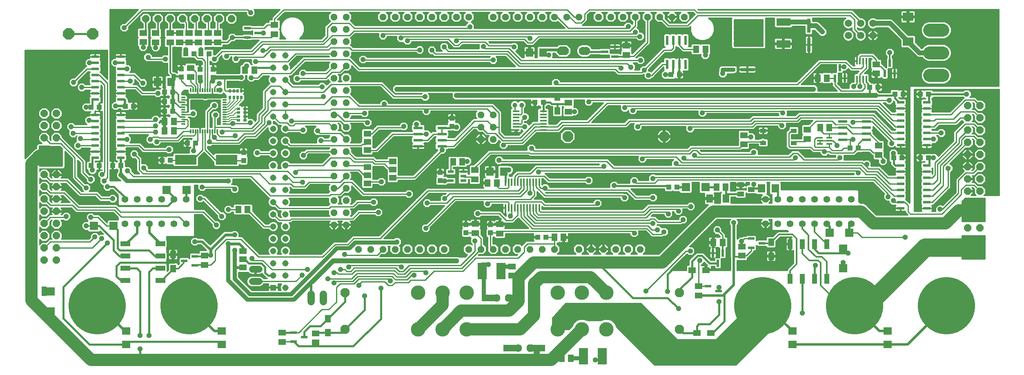
<source format=gtl>
G75*
G70*
%OFA0B0*%
%FSLAX24Y24*%
%IPPOS*%
%LPD*%
%AMOC8*
5,1,8,0,0,1.08239X$1,22.5*
%
%ADD10R,0.0787X0.0394*%
%ADD11R,0.0472X0.0591*%
%ADD12R,0.0394X0.0787*%
%ADD13R,0.0591X0.0472*%
%ADD14R,0.0220X0.0600*%
%ADD15R,0.0709X0.0630*%
%ADD16R,0.0140X0.0630*%
%ADD17R,0.0512X0.0591*%
%ADD18R,0.0630X0.0709*%
%ADD19R,0.0591X0.0512*%
%ADD20R,0.0520X0.0220*%
%ADD21R,0.0866X0.0709*%
%ADD22R,0.2441X0.2283*%
%ADD23R,0.1181X0.0630*%
%ADD24R,0.1130X0.0300*%
%ADD25R,0.0433X0.0394*%
%ADD26C,0.0397*%
%ADD27R,0.0780X0.0220*%
%ADD28R,0.0394X0.0433*%
%ADD29R,0.0580X0.0140*%
%ADD30R,0.1772X0.0787*%
%ADD31R,0.0600X0.0220*%
%ADD32C,0.0700*%
%ADD33OC8,0.0700*%
%ADD34C,0.0594*%
%ADD35R,0.0460X0.0140*%
%ADD36OC8,0.0630*%
%ADD37C,0.0630*%
%ADD38R,0.1417X0.0551*%
%ADD39R,0.0748X0.1339*%
%ADD40R,0.0300X0.1130*%
%ADD41C,0.0560*%
%ADD42C,0.0860*%
%ADD43OC8,0.0860*%
%ADD44OC8,0.0554*%
%ADD45OC8,0.0600*%
%ADD46R,0.0610X0.0240*%
%ADD47R,0.0669X0.0709*%
%ADD48R,0.0709X0.0669*%
%ADD49C,0.1181*%
%ADD50C,0.0768*%
%ADD51C,0.4685*%
%ADD52C,0.1065*%
%ADD53OC8,0.0594*%
%ADD54R,0.0500X0.0350*%
%ADD55C,0.0515*%
%ADD56R,0.0515X0.0515*%
%ADD57C,0.0594*%
%ADD58OC8,0.0906*%
%ADD59R,0.0551X0.0394*%
%ADD60R,0.0630X0.0710*%
%ADD61R,0.0500X0.0220*%
%ADD62R,0.0551X0.0709*%
%ADD63C,0.0554*%
%ADD64C,0.0063*%
%ADD65R,0.0256X0.0197*%
%ADD66R,0.0197X0.0256*%
%ADD67R,0.0140X0.0520*%
%ADD68R,0.0220X0.0780*%
%ADD69C,0.0100*%
%ADD70OC8,0.0396*%
%ADD71C,0.0160*%
%ADD72C,0.0320*%
%ADD73C,0.1000*%
%ADD74C,0.0200*%
%ADD75C,0.1500*%
%ADD76C,0.0760*%
%ADD77C,0.0120*%
%ADD78C,0.0240*%
%ADD79C,0.0400*%
%ADD80R,0.0396X0.0396*%
%ADD81C,0.0080*%
%ADD82C,0.0500*%
D10*
X018222Y012714D03*
X018222Y013714D03*
X018222Y014714D03*
X018222Y015714D03*
X021057Y015714D03*
X021057Y014714D03*
X021057Y013714D03*
X021057Y012714D03*
D11*
X022114Y013693D03*
X022114Y014835D03*
X034739Y009585D03*
X034739Y008443D03*
X070928Y014695D03*
X070928Y015836D03*
X053489Y026568D03*
X053489Y027710D03*
D12*
X072489Y015681D03*
X073489Y015681D03*
X074489Y015681D03*
X075489Y015681D03*
X075489Y012847D03*
X074489Y012847D03*
X073489Y012847D03*
X072489Y012847D03*
D13*
X065610Y013564D03*
X064469Y013564D03*
X064869Y008414D03*
X066010Y008414D03*
D14*
X066589Y014114D03*
X066189Y014964D03*
X066989Y014964D03*
X076139Y029264D03*
X076939Y029264D03*
X076539Y030114D03*
X080214Y029639D03*
X081014Y029639D03*
X080614Y030489D03*
D15*
X080443Y008590D03*
X080443Y007488D03*
X072664Y007488D03*
X072664Y008590D03*
X026065Y008590D03*
X026065Y007488D03*
X018289Y007488D03*
X018289Y008590D03*
D16*
X049234Y018639D03*
X049494Y018639D03*
X049734Y018639D03*
X049994Y018639D03*
X050234Y018639D03*
X050494Y018639D03*
X050734Y018639D03*
X050994Y018639D03*
X051234Y018639D03*
X051494Y018639D03*
X051734Y018639D03*
X051994Y018639D03*
X051994Y020739D03*
X051734Y020739D03*
X051494Y020739D03*
X051234Y020739D03*
X050994Y020739D03*
X050734Y020739D03*
X050494Y020739D03*
X050234Y020739D03*
X049994Y020739D03*
X049734Y020739D03*
X049494Y020739D03*
X049234Y020739D03*
D17*
X048538Y020689D03*
X047790Y020689D03*
X045713Y022414D03*
X044965Y022414D03*
X053240Y016239D03*
X053988Y016239D03*
X066215Y015824D03*
X066963Y015824D03*
X067213Y020339D03*
X066465Y020339D03*
X074940Y025214D03*
X075688Y025214D03*
X075488Y029264D03*
X074740Y029264D03*
X065563Y031614D03*
X064815Y031614D03*
X028738Y029914D03*
X027990Y029914D03*
X022163Y025714D03*
X021415Y025714D03*
X021415Y024939D03*
X022163Y024939D03*
X027440Y018514D03*
X028188Y018514D03*
X053840Y006339D03*
X054588Y006339D03*
D18*
X049091Y021614D03*
X047988Y021614D03*
X051213Y031339D03*
X052316Y031339D03*
X021941Y028939D03*
X020838Y028939D03*
D19*
X023539Y029340D03*
X023539Y030088D03*
X023414Y032190D03*
X023414Y032938D03*
X022639Y032938D03*
X022639Y032190D03*
X021864Y032190D03*
X021864Y032938D03*
X020689Y032938D03*
X020689Y032190D03*
X019664Y032215D03*
X019664Y032963D03*
X024189Y032938D03*
X024189Y032190D03*
X024964Y032190D03*
X024964Y032938D03*
X025739Y032938D03*
X025739Y032190D03*
X030389Y032865D03*
X030389Y033613D03*
X037964Y024708D03*
X037964Y024039D03*
X037964Y023370D03*
X040039Y022458D03*
X040039Y021789D03*
X040039Y021120D03*
X037964Y021314D03*
X037964Y020645D03*
X037964Y021983D03*
X046739Y021738D03*
X046739Y020990D03*
X046789Y017338D03*
X046789Y016590D03*
X048789Y016565D03*
X048789Y017313D03*
X049789Y013863D03*
X049789Y013115D03*
X065014Y012238D03*
X065014Y011490D03*
X068539Y014740D03*
X068539Y015488D03*
X079714Y022990D03*
X079714Y023738D03*
X073889Y024290D03*
X073889Y025038D03*
X068714Y024588D03*
X068714Y023840D03*
X079514Y029640D03*
X079514Y030388D03*
X059114Y031165D03*
X059114Y031913D03*
X054389Y027263D03*
X054389Y026515D03*
X027814Y015108D03*
X027814Y014439D03*
X027814Y013770D03*
X024689Y013990D03*
X024689Y014738D03*
X031014Y008438D03*
X031014Y007690D03*
X033739Y007640D03*
X033739Y008388D03*
D20*
X032794Y008089D03*
X031934Y008459D03*
X031934Y007719D03*
X023869Y013944D03*
X023869Y014684D03*
X023009Y014314D03*
X028159Y032594D03*
X029019Y032964D03*
X028159Y033334D03*
X069309Y016134D03*
X070169Y015764D03*
X069309Y015394D03*
X065784Y012234D03*
X066644Y011864D03*
X065784Y011494D03*
D21*
X082115Y032260D03*
X082115Y034268D03*
D22*
X069102Y032964D03*
D23*
X071929Y033862D03*
X071929Y032066D03*
D24*
X068994Y029964D03*
X067434Y029964D03*
D25*
X063424Y029539D03*
X062755Y029539D03*
X052324Y027289D03*
X051655Y027289D03*
X051880Y016239D03*
X052549Y016239D03*
X077380Y023539D03*
X078049Y023539D03*
X080930Y022739D03*
X081599Y022739D03*
X083105Y022764D03*
X083774Y022764D03*
X083774Y027964D03*
X083105Y027964D03*
X081699Y027964D03*
X081030Y027964D03*
X079649Y028514D03*
X078980Y028514D03*
X025049Y031264D03*
X024380Y031264D03*
X023799Y031264D03*
X023130Y031264D03*
X022074Y028114D03*
X021405Y028114D03*
X021405Y027339D03*
X022074Y027339D03*
X022074Y026564D03*
X021405Y026564D03*
X018874Y026964D03*
X018205Y026964D03*
X016074Y026889D03*
X015405Y026889D03*
X023280Y023939D03*
X023949Y023939D03*
X021874Y022539D03*
X021205Y022539D03*
X017849Y022114D03*
X017180Y022114D03*
X016074Y022114D03*
X015405Y022114D03*
D26*
X050014Y027064D03*
X050565Y027064D03*
D27*
X044059Y025189D03*
X044059Y024689D03*
X044059Y024189D03*
X044059Y023689D03*
X042119Y023689D03*
X042119Y024189D03*
X042119Y024689D03*
X042119Y025189D03*
X076769Y025214D03*
X076769Y025714D03*
X076769Y024714D03*
X076769Y024214D03*
X078709Y024214D03*
X078709Y024714D03*
X078709Y025214D03*
X078709Y025714D03*
D28*
X063249Y020339D03*
X062580Y020339D03*
X048014Y017274D03*
X048014Y016604D03*
X046014Y016629D03*
X046014Y017299D03*
X043914Y020879D03*
X043914Y021549D03*
X044864Y025329D03*
X044864Y025999D03*
X027864Y023199D03*
X027864Y022529D03*
X025364Y029329D03*
X024314Y029329D03*
X024314Y029999D03*
X025364Y029999D03*
X022764Y030024D03*
X022764Y029354D03*
D29*
X050104Y026559D03*
X050104Y026299D03*
X050104Y026049D03*
X050104Y025789D03*
X050104Y025529D03*
X050104Y025279D03*
X050104Y025019D03*
X052324Y025019D03*
X052324Y025279D03*
X052324Y025529D03*
X052324Y025789D03*
X052324Y026049D03*
X052324Y026299D03*
X052324Y026559D03*
D30*
X026488Y022589D03*
X023141Y022589D03*
D31*
X057339Y031414D03*
X058189Y031814D03*
X058189Y031014D03*
D32*
X055814Y031489D03*
X055564Y031489D03*
D33*
X054064Y031489D03*
X053814Y031489D03*
D34*
X034389Y011586D02*
X034389Y010992D01*
X033389Y010992D02*
X033389Y011586D01*
D35*
X074919Y023879D03*
X074919Y024139D03*
X074919Y024399D03*
X075659Y024399D03*
X075659Y024139D03*
X075659Y023879D03*
D36*
X049514Y011289D03*
X051289Y007189D03*
D37*
X050289Y007189D03*
X048514Y011289D03*
D38*
X047991Y011289D03*
X049999Y011289D03*
X049766Y007189D03*
X051774Y007189D03*
D39*
X055597Y006514D03*
X057132Y006514D03*
X048882Y013489D03*
X047347Y013489D03*
D40*
X074014Y031984D03*
X074014Y033544D03*
D41*
X029119Y013639D02*
X028559Y013639D01*
X028559Y012639D02*
X029119Y012639D01*
X012114Y010200D02*
X012114Y010164D01*
X011789Y009839D01*
X011583Y023374D02*
X011532Y023425D01*
D42*
X062194Y024489D03*
D43*
X054324Y024489D03*
D44*
X048239Y024264D03*
X048239Y025264D03*
X047239Y025264D03*
X047239Y026264D03*
X048239Y026264D03*
X036239Y026264D03*
X035239Y026264D03*
X035239Y027264D03*
X036239Y027264D03*
X036239Y028264D03*
X035239Y028264D03*
X035239Y029264D03*
X036239Y029264D03*
X036239Y030264D03*
X035239Y030264D03*
X035239Y031264D03*
X036239Y031264D03*
X036239Y032264D03*
X035239Y032264D03*
X035239Y033264D03*
X036239Y033264D03*
X036239Y034264D03*
X035239Y034264D03*
X039239Y034264D03*
X040239Y034264D03*
X041239Y034264D03*
X042239Y034264D03*
X043239Y034264D03*
X044239Y034264D03*
X045239Y034264D03*
X046239Y034264D03*
X048239Y034264D03*
X049239Y034264D03*
X050239Y034264D03*
X051239Y034264D03*
X052239Y034264D03*
X053239Y034264D03*
X054239Y034264D03*
X055239Y034264D03*
X056839Y034264D03*
X057839Y034264D03*
X058839Y034264D03*
X059839Y034264D03*
X060839Y034264D03*
X061839Y034264D03*
X062839Y034264D03*
X063839Y034264D03*
X036239Y025264D03*
X035239Y025264D03*
X035239Y024264D03*
X036239Y024264D03*
X036239Y023264D03*
X035239Y023264D03*
X035239Y022264D03*
X036239Y022264D03*
X036239Y021264D03*
X035239Y021264D03*
X035239Y020264D03*
X036239Y020264D03*
X036239Y019264D03*
X035239Y019264D03*
X035239Y018264D03*
X036239Y018264D03*
X036239Y017264D03*
X035239Y017264D03*
X037239Y015264D03*
X038239Y015264D03*
X039239Y015264D03*
X040239Y015264D03*
X041239Y015264D03*
X042239Y015264D03*
X043239Y015264D03*
X044239Y015264D03*
X046239Y015264D03*
X047239Y015264D03*
X048239Y015264D03*
X049239Y015264D03*
X050239Y015264D03*
X051239Y015264D03*
X052239Y015264D03*
X053239Y015264D03*
X055239Y015264D03*
X056239Y015264D03*
X057239Y015264D03*
X058239Y015264D03*
X059239Y015264D03*
X060239Y015264D03*
D45*
X047239Y024264D03*
D46*
X017849Y024264D03*
X017849Y024764D03*
X017849Y025264D03*
X017849Y025764D03*
X017849Y026264D03*
X015729Y026264D03*
X015729Y025764D03*
X015729Y025264D03*
X015729Y024764D03*
X015729Y024264D03*
X015729Y023764D03*
X015729Y023264D03*
X015729Y022764D03*
X017849Y022764D03*
X017849Y023264D03*
X017849Y023764D03*
X017849Y027514D03*
X017849Y028014D03*
X017849Y028514D03*
X017849Y029014D03*
X017849Y029514D03*
X017849Y030014D03*
X017849Y030514D03*
X017849Y031014D03*
X015729Y031014D03*
X015729Y030514D03*
X015729Y030014D03*
X015729Y029514D03*
X015729Y029014D03*
X015729Y028514D03*
X015729Y028014D03*
X015729Y027514D03*
X081504Y027289D03*
X081504Y026789D03*
X081504Y026289D03*
X081504Y025789D03*
X081504Y025289D03*
X081504Y024789D03*
X081504Y024289D03*
X081504Y023789D03*
X083624Y023789D03*
X083624Y024289D03*
X083624Y024789D03*
X083624Y025289D03*
X083624Y025789D03*
X083624Y026289D03*
X083624Y026789D03*
X083624Y027289D03*
X083624Y022114D03*
X083624Y021614D03*
X083624Y021114D03*
X083624Y020614D03*
X083624Y020114D03*
X083624Y019614D03*
X083624Y019114D03*
X083624Y018614D03*
X081504Y018614D03*
X081504Y019114D03*
X081504Y019614D03*
X081504Y020114D03*
X081504Y020614D03*
X081504Y021114D03*
X081504Y021614D03*
X081504Y022114D03*
D47*
X083589Y017371D03*
X083589Y015757D03*
X076814Y015321D03*
X076814Y013707D03*
X012114Y011814D03*
X012114Y010200D03*
D48*
X015632Y017189D03*
X017247Y017189D03*
X021582Y020114D03*
X023197Y020114D03*
X063957Y020339D03*
X065572Y020339D03*
X075707Y016614D03*
X077322Y016614D03*
D49*
X057472Y011702D03*
X055488Y011702D03*
X053504Y011702D03*
X053504Y008726D03*
X055488Y008726D03*
X057472Y008726D03*
X046075Y008726D03*
X044091Y008726D03*
X042107Y008726D03*
X042107Y011702D03*
X044091Y011702D03*
X046075Y011702D03*
D50*
X036154Y011702D03*
X036154Y008726D03*
X063425Y008726D03*
X063425Y011702D03*
D51*
X070244Y010657D03*
X077744Y010657D03*
X085244Y010657D03*
X023414Y010657D03*
X015914Y010657D03*
D52*
X083885Y029476D02*
X084950Y029476D01*
X084950Y031326D02*
X083885Y031326D01*
X083885Y033176D02*
X084950Y033176D01*
D53*
X086961Y027019D03*
X087961Y027019D03*
X087961Y026019D03*
X086961Y026019D03*
X086961Y025019D03*
X087961Y025019D03*
X087961Y024019D03*
X086961Y024019D03*
X086961Y023019D03*
X087961Y023019D03*
X087961Y022019D03*
X086961Y022019D03*
X086961Y021019D03*
X087961Y021019D03*
X087961Y020019D03*
X086961Y020019D03*
X086961Y019019D03*
X087961Y019019D03*
X087961Y018019D03*
X086961Y018019D03*
X086961Y017019D03*
X087961Y017019D03*
X087961Y016019D03*
X086961Y016019D03*
X086961Y015019D03*
X087961Y015019D03*
X026864Y034114D03*
X025864Y034114D03*
X024864Y034114D03*
X023864Y034114D03*
X022864Y034114D03*
X021864Y034114D03*
X020864Y034114D03*
X019864Y034114D03*
X012583Y026374D03*
X011583Y026374D03*
X011583Y025374D03*
X012583Y025374D03*
X012583Y024374D03*
X011583Y024374D03*
X011583Y023374D03*
X012583Y023374D03*
X012583Y022374D03*
X011583Y022374D03*
X011583Y021374D03*
X012583Y021374D03*
X012583Y020374D03*
X011583Y020374D03*
X011583Y019374D03*
X012583Y019374D03*
X012583Y018374D03*
X011583Y018374D03*
X011583Y017374D03*
X012583Y017374D03*
X012583Y016374D03*
X011583Y016374D03*
X011583Y015374D03*
X012583Y015374D03*
X012583Y014374D03*
X011583Y014374D03*
D54*
X070289Y023964D03*
X070289Y024964D03*
X072789Y024964D03*
X072789Y023964D03*
D55*
X031284Y024130D03*
X030284Y024130D03*
X030284Y023130D03*
X031284Y023130D03*
X031284Y022130D03*
X030284Y022130D03*
X030284Y021130D03*
X031284Y021130D03*
X031284Y020130D03*
X030284Y020130D03*
X030284Y019130D03*
X031284Y019130D03*
X031284Y018130D03*
X030284Y018130D03*
X030284Y017130D03*
X031284Y017130D03*
X031284Y016130D03*
X030284Y016130D03*
X030284Y015130D03*
X031284Y015130D03*
X031284Y014130D03*
X030284Y014130D03*
X030284Y013130D03*
X031284Y013130D03*
X031284Y012130D03*
X031284Y025130D03*
X030284Y025130D03*
X030284Y026130D03*
X031284Y026130D03*
X031284Y027130D03*
X030284Y027130D03*
X030284Y028130D03*
X031284Y028130D03*
X031284Y029130D03*
X030284Y029130D03*
X030284Y030130D03*
X031284Y030130D03*
X031284Y031130D03*
X030284Y031130D03*
D56*
X030284Y012130D03*
D57*
X077239Y032739D03*
X078239Y032739D03*
X079239Y032739D03*
X079239Y033739D03*
X078239Y033739D03*
X077239Y033739D03*
D58*
X015539Y032889D03*
X013571Y032889D03*
D59*
X068456Y020538D03*
X068456Y019790D03*
X069323Y020164D03*
D60*
X070155Y020239D03*
X071274Y020239D03*
D61*
X045799Y020869D03*
X045799Y021239D03*
X045799Y021609D03*
X044779Y021609D03*
X044779Y020869D03*
D62*
X065895Y019414D03*
X067234Y019414D03*
D63*
X070464Y019364D03*
X071464Y019364D03*
X072464Y019364D03*
X073464Y019364D03*
X074464Y019364D03*
X075464Y019364D03*
X076464Y019364D03*
X077464Y019364D03*
X077464Y017364D03*
X076464Y017364D03*
X075464Y017364D03*
X074464Y017364D03*
X073464Y017364D03*
X072464Y017364D03*
X071464Y017364D03*
X070464Y017364D03*
X023164Y017364D03*
X022164Y017364D03*
X021164Y017364D03*
X020164Y017364D03*
X019164Y017364D03*
X018164Y017364D03*
X018164Y019364D03*
X019164Y019364D03*
X020164Y019364D03*
X021164Y019364D03*
X022164Y019364D03*
X023164Y019364D03*
D64*
X023500Y024770D02*
X023500Y025042D01*
X023564Y025042D01*
X023564Y024770D01*
X023500Y024770D01*
X023500Y024832D02*
X023564Y024832D01*
X023564Y024894D02*
X023500Y024894D01*
X023500Y024956D02*
X023564Y024956D01*
X023564Y025018D02*
X023500Y025018D01*
X023697Y025042D02*
X023697Y024770D01*
X023697Y025042D02*
X023761Y025042D01*
X023761Y024770D01*
X023697Y024770D01*
X023697Y024832D02*
X023761Y024832D01*
X023761Y024894D02*
X023697Y024894D01*
X023697Y024956D02*
X023761Y024956D01*
X023761Y025018D02*
X023697Y025018D01*
X023893Y025042D02*
X023893Y024770D01*
X023893Y025042D02*
X023957Y025042D01*
X023957Y024770D01*
X023893Y024770D01*
X023893Y024832D02*
X023957Y024832D01*
X023957Y024894D02*
X023893Y024894D01*
X023893Y024956D02*
X023957Y024956D01*
X023957Y025018D02*
X023893Y025018D01*
X024090Y025042D02*
X024090Y024770D01*
X024090Y025042D02*
X024154Y025042D01*
X024154Y024770D01*
X024090Y024770D01*
X024090Y024832D02*
X024154Y024832D01*
X024154Y024894D02*
X024090Y024894D01*
X024090Y024956D02*
X024154Y024956D01*
X024154Y025018D02*
X024090Y025018D01*
X024287Y025042D02*
X024287Y024770D01*
X024287Y025042D02*
X024351Y025042D01*
X024351Y024770D01*
X024287Y024770D01*
X024287Y024832D02*
X024351Y024832D01*
X024351Y024894D02*
X024287Y024894D01*
X024287Y024956D02*
X024351Y024956D01*
X024351Y025018D02*
X024287Y025018D01*
X024484Y025042D02*
X024484Y024770D01*
X024484Y025042D02*
X024548Y025042D01*
X024548Y024770D01*
X024484Y024770D01*
X024484Y024832D02*
X024548Y024832D01*
X024548Y024894D02*
X024484Y024894D01*
X024484Y024956D02*
X024548Y024956D01*
X024548Y025018D02*
X024484Y025018D01*
X024681Y025042D02*
X024681Y024770D01*
X024681Y025042D02*
X024745Y025042D01*
X024745Y024770D01*
X024681Y024770D01*
X024681Y024832D02*
X024745Y024832D01*
X024745Y024894D02*
X024681Y024894D01*
X024681Y024956D02*
X024745Y024956D01*
X024745Y025018D02*
X024681Y025018D01*
X024878Y025042D02*
X024878Y024770D01*
X024878Y025042D02*
X024942Y025042D01*
X024942Y024770D01*
X024878Y024770D01*
X024878Y024832D02*
X024942Y024832D01*
X024942Y024894D02*
X024878Y024894D01*
X024878Y024956D02*
X024942Y024956D01*
X024942Y025018D02*
X024878Y025018D01*
X025075Y025042D02*
X025075Y024770D01*
X025075Y025042D02*
X025139Y025042D01*
X025139Y024770D01*
X025075Y024770D01*
X025075Y024832D02*
X025139Y024832D01*
X025139Y024894D02*
X025075Y024894D01*
X025075Y024956D02*
X025139Y024956D01*
X025139Y025018D02*
X025075Y025018D01*
X025271Y025042D02*
X025271Y024770D01*
X025271Y025042D02*
X025335Y025042D01*
X025335Y024770D01*
X025271Y024770D01*
X025271Y024832D02*
X025335Y024832D01*
X025335Y024894D02*
X025271Y024894D01*
X025271Y024956D02*
X025335Y024956D01*
X025335Y025018D02*
X025271Y025018D01*
X025468Y025042D02*
X025468Y024770D01*
X025468Y025042D02*
X025532Y025042D01*
X025532Y024770D01*
X025468Y024770D01*
X025468Y024832D02*
X025532Y024832D01*
X025532Y024894D02*
X025468Y024894D01*
X025468Y024956D02*
X025532Y024956D01*
X025532Y025018D02*
X025468Y025018D01*
X025665Y025042D02*
X025665Y024770D01*
X025665Y025042D02*
X025729Y025042D01*
X025729Y024770D01*
X025665Y024770D01*
X025665Y024832D02*
X025729Y024832D01*
X025729Y024894D02*
X025665Y024894D01*
X025665Y024956D02*
X025729Y024956D01*
X025729Y025018D02*
X025665Y025018D01*
X026162Y025474D02*
X026434Y025474D01*
X026162Y025474D02*
X026162Y025538D01*
X026434Y025538D01*
X026434Y025474D01*
X026434Y025536D02*
X026162Y025536D01*
X026162Y025671D02*
X026434Y025671D01*
X026162Y025671D02*
X026162Y025735D01*
X026434Y025735D01*
X026434Y025671D01*
X026434Y025733D02*
X026162Y025733D01*
X026162Y025868D02*
X026434Y025868D01*
X026162Y025868D02*
X026162Y025932D01*
X026434Y025932D01*
X026434Y025868D01*
X026434Y025930D02*
X026162Y025930D01*
X026162Y026065D02*
X026434Y026065D01*
X026162Y026065D02*
X026162Y026129D01*
X026434Y026129D01*
X026434Y026065D01*
X026434Y026127D02*
X026162Y026127D01*
X026162Y026262D02*
X026434Y026262D01*
X026162Y026262D02*
X026162Y026326D01*
X026434Y026326D01*
X026434Y026262D01*
X026434Y026324D02*
X026162Y026324D01*
X026162Y026459D02*
X026434Y026459D01*
X026162Y026459D02*
X026162Y026523D01*
X026434Y026523D01*
X026434Y026459D01*
X026434Y026521D02*
X026162Y026521D01*
X026162Y026655D02*
X026434Y026655D01*
X026162Y026655D02*
X026162Y026719D01*
X026434Y026719D01*
X026434Y026655D01*
X026434Y026717D02*
X026162Y026717D01*
X026162Y026852D02*
X026434Y026852D01*
X026162Y026852D02*
X026162Y026916D01*
X026434Y026916D01*
X026434Y026852D01*
X026434Y026914D02*
X026162Y026914D01*
X026162Y027049D02*
X026434Y027049D01*
X026162Y027049D02*
X026162Y027113D01*
X026434Y027113D01*
X026434Y027049D01*
X026434Y027111D02*
X026162Y027111D01*
X026162Y027246D02*
X026434Y027246D01*
X026162Y027246D02*
X026162Y027310D01*
X026434Y027310D01*
X026434Y027246D01*
X026434Y027308D02*
X026162Y027308D01*
X026162Y027443D02*
X026434Y027443D01*
X026162Y027443D02*
X026162Y027507D01*
X026434Y027507D01*
X026434Y027443D01*
X026434Y027505D02*
X026162Y027505D01*
X026162Y027640D02*
X026434Y027640D01*
X026162Y027640D02*
X026162Y027704D01*
X026434Y027704D01*
X026434Y027640D01*
X026434Y027702D02*
X026162Y027702D01*
X025665Y028136D02*
X025665Y028408D01*
X025729Y028408D01*
X025729Y028136D01*
X025665Y028136D01*
X025665Y028198D02*
X025729Y028198D01*
X025729Y028260D02*
X025665Y028260D01*
X025665Y028322D02*
X025729Y028322D01*
X025729Y028384D02*
X025665Y028384D01*
X025468Y028408D02*
X025468Y028136D01*
X025468Y028408D02*
X025532Y028408D01*
X025532Y028136D01*
X025468Y028136D01*
X025468Y028198D02*
X025532Y028198D01*
X025532Y028260D02*
X025468Y028260D01*
X025468Y028322D02*
X025532Y028322D01*
X025532Y028384D02*
X025468Y028384D01*
X025271Y028408D02*
X025271Y028136D01*
X025271Y028408D02*
X025335Y028408D01*
X025335Y028136D01*
X025271Y028136D01*
X025271Y028198D02*
X025335Y028198D01*
X025335Y028260D02*
X025271Y028260D01*
X025271Y028322D02*
X025335Y028322D01*
X025335Y028384D02*
X025271Y028384D01*
X025075Y028408D02*
X025075Y028136D01*
X025075Y028408D02*
X025139Y028408D01*
X025139Y028136D01*
X025075Y028136D01*
X025075Y028198D02*
X025139Y028198D01*
X025139Y028260D02*
X025075Y028260D01*
X025075Y028322D02*
X025139Y028322D01*
X025139Y028384D02*
X025075Y028384D01*
X024878Y028408D02*
X024878Y028136D01*
X024878Y028408D02*
X024942Y028408D01*
X024942Y028136D01*
X024878Y028136D01*
X024878Y028198D02*
X024942Y028198D01*
X024942Y028260D02*
X024878Y028260D01*
X024878Y028322D02*
X024942Y028322D01*
X024942Y028384D02*
X024878Y028384D01*
X024681Y028408D02*
X024681Y028136D01*
X024681Y028408D02*
X024745Y028408D01*
X024745Y028136D01*
X024681Y028136D01*
X024681Y028198D02*
X024745Y028198D01*
X024745Y028260D02*
X024681Y028260D01*
X024681Y028322D02*
X024745Y028322D01*
X024745Y028384D02*
X024681Y028384D01*
X024484Y028408D02*
X024484Y028136D01*
X024484Y028408D02*
X024548Y028408D01*
X024548Y028136D01*
X024484Y028136D01*
X024484Y028198D02*
X024548Y028198D01*
X024548Y028260D02*
X024484Y028260D01*
X024484Y028322D02*
X024548Y028322D01*
X024548Y028384D02*
X024484Y028384D01*
X024287Y028408D02*
X024287Y028136D01*
X024287Y028408D02*
X024351Y028408D01*
X024351Y028136D01*
X024287Y028136D01*
X024287Y028198D02*
X024351Y028198D01*
X024351Y028260D02*
X024287Y028260D01*
X024287Y028322D02*
X024351Y028322D01*
X024351Y028384D02*
X024287Y028384D01*
X024090Y028408D02*
X024090Y028136D01*
X024090Y028408D02*
X024154Y028408D01*
X024154Y028136D01*
X024090Y028136D01*
X024090Y028198D02*
X024154Y028198D01*
X024154Y028260D02*
X024090Y028260D01*
X024090Y028322D02*
X024154Y028322D01*
X024154Y028384D02*
X024090Y028384D01*
X023893Y028408D02*
X023893Y028136D01*
X023893Y028408D02*
X023957Y028408D01*
X023957Y028136D01*
X023893Y028136D01*
X023893Y028198D02*
X023957Y028198D01*
X023957Y028260D02*
X023893Y028260D01*
X023893Y028322D02*
X023957Y028322D01*
X023957Y028384D02*
X023893Y028384D01*
X023697Y028408D02*
X023697Y028136D01*
X023697Y028408D02*
X023761Y028408D01*
X023761Y028136D01*
X023697Y028136D01*
X023697Y028198D02*
X023761Y028198D01*
X023761Y028260D02*
X023697Y028260D01*
X023697Y028322D02*
X023761Y028322D01*
X023761Y028384D02*
X023697Y028384D01*
X023500Y028408D02*
X023500Y028136D01*
X023500Y028408D02*
X023564Y028408D01*
X023564Y028136D01*
X023500Y028136D01*
X023500Y028198D02*
X023564Y028198D01*
X023564Y028260D02*
X023500Y028260D01*
X023500Y028322D02*
X023564Y028322D01*
X023564Y028384D02*
X023500Y028384D01*
X023067Y027640D02*
X022795Y027640D01*
X022795Y027704D01*
X023067Y027704D01*
X023067Y027640D01*
X023067Y027702D02*
X022795Y027702D01*
X022795Y027443D02*
X023067Y027443D01*
X022795Y027443D02*
X022795Y027507D01*
X023067Y027507D01*
X023067Y027443D01*
X023067Y027505D02*
X022795Y027505D01*
X022795Y027246D02*
X023067Y027246D01*
X022795Y027246D02*
X022795Y027310D01*
X023067Y027310D01*
X023067Y027246D01*
X023067Y027308D02*
X022795Y027308D01*
X022795Y027049D02*
X023067Y027049D01*
X022795Y027049D02*
X022795Y027113D01*
X023067Y027113D01*
X023067Y027049D01*
X023067Y027111D02*
X022795Y027111D01*
X022795Y026852D02*
X023067Y026852D01*
X022795Y026852D02*
X022795Y026916D01*
X023067Y026916D01*
X023067Y026852D01*
X023067Y026914D02*
X022795Y026914D01*
X022795Y026655D02*
X023067Y026655D01*
X022795Y026655D02*
X022795Y026719D01*
X023067Y026719D01*
X023067Y026655D01*
X023067Y026717D02*
X022795Y026717D01*
X022795Y026459D02*
X023067Y026459D01*
X022795Y026459D02*
X022795Y026523D01*
X023067Y026523D01*
X023067Y026459D01*
X023067Y026521D02*
X022795Y026521D01*
X022795Y026262D02*
X023067Y026262D01*
X022795Y026262D02*
X022795Y026326D01*
X023067Y026326D01*
X023067Y026262D01*
X023067Y026324D02*
X022795Y026324D01*
X022795Y026065D02*
X023067Y026065D01*
X022795Y026065D02*
X022795Y026129D01*
X023067Y026129D01*
X023067Y026065D01*
X023067Y026127D02*
X022795Y026127D01*
X022795Y025868D02*
X023067Y025868D01*
X022795Y025868D02*
X022795Y025932D01*
X023067Y025932D01*
X023067Y025868D01*
X023067Y025930D02*
X022795Y025930D01*
X022795Y025671D02*
X023067Y025671D01*
X022795Y025671D02*
X022795Y025735D01*
X023067Y025735D01*
X023067Y025671D01*
X023067Y025733D02*
X022795Y025733D01*
X022795Y025474D02*
X023067Y025474D01*
X022795Y025474D02*
X022795Y025538D01*
X023067Y025538D01*
X023067Y025474D01*
X023067Y025536D02*
X022795Y025536D01*
D65*
X027449Y025817D03*
X027449Y026131D03*
X027449Y026446D03*
X027449Y026761D03*
X027980Y026761D03*
X027980Y026446D03*
X027980Y026131D03*
X027980Y025817D03*
D66*
X027687Y027673D03*
X027372Y027673D03*
X027057Y027673D03*
X026742Y027673D03*
X026742Y028205D03*
X027057Y028205D03*
X027372Y028205D03*
X027687Y028205D03*
D67*
X077934Y029194D03*
X078184Y029194D03*
X078444Y029194D03*
X078694Y029194D03*
X078694Y030634D03*
X078444Y030634D03*
X078184Y030634D03*
X077934Y030634D03*
D68*
X063939Y030394D03*
X063439Y030394D03*
X062939Y030394D03*
X062439Y030394D03*
X062439Y032334D03*
X062939Y032334D03*
X063439Y032334D03*
X063939Y032334D03*
D69*
X063439Y032334D02*
X063439Y031964D01*
X063789Y031614D01*
X064815Y031614D01*
X065563Y031614D02*
X065563Y031140D01*
X065564Y031139D01*
X067434Y029964D02*
X067434Y029944D01*
X067439Y029939D01*
X062939Y031714D02*
X062764Y031539D01*
X062189Y031539D01*
X060564Y029914D01*
X060364Y029714D01*
X058489Y029714D01*
X058214Y029989D01*
X037289Y029989D01*
X036489Y030789D01*
X032814Y030789D01*
X031664Y029639D01*
X029364Y029639D01*
X029014Y029289D01*
X028489Y029289D01*
X028739Y029914D02*
X028955Y030130D01*
X029024Y030130D01*
X028839Y030614D02*
X031464Y030614D01*
X032114Y031264D01*
X035239Y031264D01*
X034789Y031589D02*
X030089Y031589D01*
X029489Y030989D01*
X027289Y030989D01*
X027239Y030839D01*
X026589Y031214D02*
X026464Y031064D01*
X026589Y031214D02*
X028614Y031214D01*
X029439Y032039D01*
X034389Y032039D01*
X035114Y032764D01*
X036514Y032764D01*
X036864Y033114D01*
X059414Y033114D01*
X059839Y033539D01*
X059839Y034264D01*
X059839Y034214D01*
X060839Y034264D02*
X060839Y032189D01*
X059714Y031064D01*
X059114Y031064D01*
X059189Y030464D02*
X059489Y030164D01*
X059189Y030464D02*
X050439Y030464D01*
X049439Y031464D01*
X044589Y031464D01*
X044239Y031814D01*
X044364Y031689D01*
X045089Y031939D02*
X044589Y032439D01*
X041364Y032439D01*
X041239Y032314D01*
X040839Y032664D02*
X040714Y032539D01*
X040839Y032664D02*
X051089Y032664D01*
X051239Y032514D01*
X051089Y032139D02*
X050789Y032439D01*
X045364Y032439D01*
X045239Y032314D01*
X045389Y031939D02*
X045089Y031939D01*
X045389Y031939D02*
X045664Y032214D01*
X047589Y032214D01*
X047889Y031914D01*
X049839Y031914D01*
X049939Y031814D01*
X049539Y031689D02*
X047589Y031689D01*
X047439Y031839D01*
X049339Y031239D02*
X050339Y030239D01*
X058514Y030239D01*
X058664Y030089D01*
X060264Y030714D02*
X050514Y030714D01*
X049539Y031689D01*
X049339Y031239D02*
X043514Y031239D01*
X043239Y031514D01*
X043239Y031539D01*
X042239Y031564D02*
X036714Y031564D01*
X036514Y031764D01*
X034964Y031764D01*
X034789Y031589D01*
X034689Y031814D02*
X030014Y031814D01*
X029714Y031514D01*
X029439Y031514D01*
X029339Y032264D02*
X028514Y031439D01*
X026114Y031439D01*
X025489Y030814D01*
X025039Y031239D02*
X024910Y031109D01*
X024910Y028272D01*
X025107Y028272D02*
X025107Y028981D01*
X025364Y029239D01*
X025364Y029264D01*
X025364Y029329D01*
X025789Y028814D02*
X025864Y028814D01*
X025789Y028814D02*
X025500Y028525D01*
X025500Y028272D01*
X025303Y028272D02*
X025303Y027925D01*
X025292Y027914D01*
X024739Y027914D01*
X024114Y027914D01*
X024122Y027922D01*
X024122Y028272D01*
X024122Y028706D01*
X023989Y028839D01*
X023989Y029739D01*
X023640Y030088D01*
X023539Y030088D01*
X024464Y030889D02*
X024713Y030641D01*
X024713Y028272D01*
X024739Y027914D02*
X024739Y027764D01*
X025222Y027935D02*
X024204Y027935D01*
X024122Y028017D01*
X024040Y027935D01*
X023417Y027935D01*
X023299Y028053D01*
X023299Y028289D01*
X023014Y028289D01*
X022814Y028089D01*
X022814Y027905D01*
X023151Y027905D01*
X023269Y027787D01*
X023269Y027557D01*
X023187Y027475D01*
X023269Y027393D01*
X023269Y027163D01*
X023187Y027081D01*
X023269Y026999D01*
X023269Y026572D01*
X023210Y026514D01*
X023339Y026514D01*
X023339Y027664D01*
X026034Y027664D01*
X026078Y027708D01*
X026414Y027708D01*
X026414Y027839D01*
X026212Y028041D01*
X026092Y027921D01*
X025787Y027921D01*
X025773Y027935D01*
X025385Y027935D01*
X025303Y028017D01*
X025222Y027935D01*
X025303Y027925D02*
X025314Y027914D01*
X026164Y027914D01*
X026298Y027781D01*
X026298Y027672D01*
X026414Y027800D02*
X023255Y027800D01*
X023269Y027702D02*
X026072Y027702D01*
X026168Y027997D02*
X026256Y027997D01*
X026355Y027899D02*
X023157Y027899D01*
X023354Y027997D02*
X022814Y027997D01*
X022821Y028096D02*
X023299Y028096D01*
X023299Y028194D02*
X022919Y028194D01*
X023164Y028664D02*
X022764Y029064D01*
X022764Y029354D01*
X023539Y029340D02*
X023539Y028964D01*
X023925Y028578D01*
X023925Y028272D01*
X023729Y028272D02*
X023729Y028525D01*
X023589Y028664D01*
X023164Y028664D01*
X023514Y027914D02*
X024114Y027914D01*
X024103Y027997D02*
X024142Y027997D01*
X024319Y028272D02*
X024319Y029034D01*
X024339Y029014D01*
X024319Y029034D02*
X024319Y029325D01*
X024314Y029329D01*
X025697Y028272D02*
X025923Y028272D01*
X025939Y028289D01*
X026314Y028289D02*
X026314Y029239D01*
X026314Y029314D01*
X026339Y029264D02*
X026314Y029239D01*
X027990Y029914D02*
X027990Y030138D01*
X028014Y030114D01*
X028114Y030264D01*
X027989Y030139D02*
X027990Y030138D01*
X027989Y030139D02*
X027789Y030139D01*
X029614Y028139D02*
X030089Y028614D01*
X030814Y028614D01*
X031284Y028145D01*
X031284Y028130D01*
X034380Y028130D01*
X035014Y028764D01*
X039114Y028764D01*
X040139Y027739D01*
X042689Y027739D01*
X042789Y026764D02*
X042789Y026564D01*
X042789Y026764D02*
X035039Y026764D01*
X034914Y026639D01*
X031314Y026639D01*
X031284Y026608D01*
X031284Y026130D01*
X031314Y026639D02*
X030139Y026639D01*
X029564Y026064D01*
X029564Y025564D01*
X028714Y024714D01*
X027914Y024714D01*
X027389Y024189D01*
X025689Y024189D01*
X025464Y024414D01*
X025314Y024564D01*
X025303Y024575D02*
X025303Y024906D01*
X025114Y024898D02*
X025107Y024906D01*
X025114Y024898D02*
X025114Y024614D01*
X025089Y024589D01*
X025089Y024039D01*
X025164Y023964D01*
X027489Y023964D01*
X028014Y024489D01*
X028814Y024489D01*
X029939Y025614D01*
X029339Y025664D02*
X029339Y026139D01*
X029839Y026639D01*
X029839Y027389D01*
X030089Y027639D01*
X034264Y027639D01*
X034364Y027739D01*
X034455Y027130D02*
X035089Y027764D01*
X036489Y027764D01*
X037264Y026989D01*
X039339Y026989D01*
X039339Y027139D01*
X039339Y026989D02*
X048139Y026989D01*
X048714Y026414D01*
X048714Y025239D01*
X048689Y025264D01*
X048239Y025264D01*
X047764Y025739D01*
X046714Y025739D01*
X045164Y024189D01*
X044059Y024189D01*
X044039Y024689D02*
X043364Y024689D01*
X042864Y024189D01*
X042119Y024189D01*
X042119Y024689D02*
X040039Y024689D01*
X038714Y023364D01*
X037970Y023364D01*
X037964Y023370D01*
X037764Y023839D02*
X037539Y023839D01*
X037464Y023764D01*
X031649Y023764D01*
X031284Y024130D01*
X031414Y025014D02*
X032714Y025014D01*
X032089Y025539D02*
X031939Y025389D01*
X031639Y025389D01*
X031414Y025614D01*
X030799Y025614D01*
X030284Y026130D01*
X029614Y026739D02*
X029614Y028139D01*
X031289Y029114D02*
X031839Y028564D01*
X034264Y028564D01*
X034564Y029239D02*
X032264Y029239D01*
X032239Y029214D01*
X032714Y029639D02*
X034614Y029639D01*
X035239Y030264D01*
X035089Y029764D02*
X034564Y029239D01*
X035089Y029764D02*
X035739Y029764D01*
X036239Y030264D01*
X037614Y030789D02*
X037664Y030739D01*
X048239Y030739D01*
X051089Y032139D02*
X051414Y032139D01*
X051939Y032664D01*
X060214Y032664D01*
X059839Y033014D02*
X059714Y032889D01*
X039389Y032889D01*
X039239Y032739D01*
X036914Y033339D02*
X036489Y033764D01*
X035089Y033764D01*
X034714Y033389D01*
X034714Y032664D01*
X034314Y032264D01*
X029339Y032264D01*
X029464Y032964D02*
X029019Y032964D01*
X029539Y033339D02*
X028164Y033339D01*
X028159Y033334D01*
X029539Y033339D02*
X029813Y033613D01*
X030389Y033613D01*
X030389Y034114D01*
X031139Y034839D01*
X054289Y034839D01*
X054889Y034264D01*
X055239Y034264D01*
X055714Y034064D02*
X055439Y033789D01*
X054964Y033789D01*
X054489Y034264D01*
X054239Y034264D01*
X053464Y034264D02*
X054389Y033339D01*
X059114Y033339D01*
X059264Y033489D01*
X061839Y034264D02*
X062539Y033564D01*
X064114Y033564D01*
X064939Y034389D01*
X077389Y034389D01*
X077739Y034039D01*
X077739Y033239D01*
X078239Y032739D01*
X078239Y033739D02*
X078239Y033864D01*
X077489Y034614D01*
X064889Y034614D01*
X064664Y034839D01*
X056064Y034839D01*
X055714Y034514D01*
X055714Y034064D01*
X053464Y034264D02*
X053239Y034264D01*
X046339Y033464D02*
X046214Y033339D01*
X036914Y033339D01*
X035239Y032264D02*
X035139Y032264D01*
X034689Y031814D01*
X030389Y032864D02*
X030114Y032589D01*
X028139Y032589D01*
X025739Y032938D02*
X025739Y033989D01*
X025864Y034114D01*
X024964Y034014D02*
X024864Y034114D01*
X024964Y034014D02*
X024964Y032938D01*
X024189Y032938D02*
X024140Y032938D01*
X023964Y033114D01*
X023964Y034014D01*
X023864Y034114D01*
X023189Y033789D02*
X022864Y034114D01*
X023189Y033789D02*
X023189Y032938D01*
X023414Y032938D01*
X023139Y031589D02*
X023130Y031579D01*
X023130Y031264D01*
X023814Y031264D02*
X023964Y031114D01*
X023964Y031039D01*
X024114Y030889D01*
X024464Y030889D01*
X024380Y031264D02*
X024380Y031574D01*
X024364Y031589D01*
X021464Y030814D02*
X020214Y030814D01*
X020064Y030964D01*
X019664Y031789D02*
X019664Y032215D01*
X020689Y032190D02*
X020689Y031764D01*
X018114Y033389D02*
X019564Y034839D01*
X028214Y034839D01*
X028439Y034614D01*
X030389Y033613D02*
X030463Y033613D01*
X019639Y028864D02*
X019564Y028864D01*
X018914Y029514D01*
X017849Y029514D01*
X017839Y030014D02*
X018339Y030014D01*
X017849Y030514D02*
X017389Y030514D01*
X016739Y030558D02*
X016204Y030558D01*
X016204Y030460D02*
X016739Y030460D01*
X016739Y030361D02*
X016204Y030361D01*
X016204Y030324D02*
X016204Y030704D01*
X016131Y030778D01*
X016154Y030802D01*
X016174Y030836D01*
X016184Y030874D01*
X016184Y031004D01*
X015739Y031004D01*
X015739Y031024D01*
X015719Y031024D01*
X015719Y031004D01*
X015274Y031004D01*
X015274Y030882D01*
X015112Y030882D01*
X014896Y030666D01*
X014896Y030361D01*
X015024Y030234D01*
X014973Y030234D01*
X014021Y029282D01*
X013812Y029282D01*
X013596Y029066D01*
X013596Y028761D01*
X013812Y028546D01*
X014117Y028546D01*
X014333Y028761D01*
X014333Y028971D01*
X015156Y029794D01*
X015284Y029794D01*
X015314Y029764D01*
X015254Y029704D01*
X015254Y029324D01*
X015314Y029264D01*
X015254Y029204D01*
X015254Y028824D01*
X015314Y028764D01*
X015284Y028734D01*
X014940Y028734D01*
X014792Y028882D01*
X014487Y028882D01*
X014271Y028666D01*
X014271Y028361D01*
X014487Y028146D01*
X014792Y028146D01*
X014940Y028294D01*
X015284Y028294D01*
X015328Y028250D01*
X015304Y028226D01*
X015285Y028192D01*
X015274Y028154D01*
X015274Y028024D01*
X015719Y028024D01*
X015719Y028004D01*
X015274Y028004D01*
X015274Y027874D01*
X015285Y027836D01*
X015304Y027802D01*
X015328Y027778D01*
X015254Y027704D01*
X015254Y027324D01*
X015264Y027314D01*
X015264Y027256D01*
X015168Y027256D01*
X015167Y027257D01*
X014862Y027257D01*
X014646Y027041D01*
X014646Y026736D01*
X014862Y026521D01*
X015167Y026521D01*
X015168Y026522D01*
X015364Y026522D01*
X015332Y026504D01*
X015304Y026476D01*
X015285Y026442D01*
X015274Y026404D01*
X015274Y026274D01*
X015719Y026274D01*
X015719Y026254D01*
X015274Y026254D01*
X015274Y026182D01*
X015087Y026182D01*
X014871Y025966D01*
X014871Y025661D01*
X015049Y025484D01*
X014115Y025484D01*
X013942Y025657D01*
X013637Y025657D01*
X013421Y025441D01*
X013421Y025136D01*
X013606Y024951D01*
X013571Y024916D01*
X013571Y024611D01*
X013787Y024396D01*
X014092Y024396D01*
X014240Y024544D01*
X014249Y024544D01*
X014171Y024466D01*
X014171Y024161D01*
X014201Y024132D01*
X014187Y024132D01*
X013971Y023916D01*
X013971Y023611D01*
X014187Y023396D01*
X014492Y023396D01*
X014640Y023544D01*
X015284Y023544D01*
X015328Y023500D01*
X015304Y023476D01*
X015285Y023442D01*
X015274Y023404D01*
X015274Y023274D01*
X015719Y023274D01*
X015719Y023254D01*
X015274Y023254D01*
X015274Y023124D01*
X015285Y023086D01*
X015304Y023052D01*
X015328Y023028D01*
X015254Y022954D01*
X015254Y022574D01*
X015255Y022573D01*
X015255Y022481D01*
X014959Y022481D01*
X014959Y022530D02*
X013050Y024440D01*
X013050Y024567D01*
X012776Y024840D01*
X012390Y024840D01*
X012116Y024567D01*
X012116Y024192D01*
X012050Y024258D01*
X012050Y024567D01*
X011776Y024840D01*
X011390Y024840D01*
X011116Y024567D01*
X011116Y024180D01*
X011369Y023928D01*
X011073Y023928D01*
X010944Y023799D01*
X010944Y023531D01*
X010810Y023476D01*
X010621Y023287D01*
X010014Y022680D01*
X010014Y031539D01*
X016739Y031539D01*
X016739Y029175D01*
X016181Y029734D01*
X016175Y029734D01*
X016145Y029764D01*
X016204Y029824D01*
X016204Y030204D01*
X016145Y030264D01*
X016204Y030324D01*
X016146Y030263D02*
X016739Y030263D01*
X016739Y030164D02*
X016204Y030164D01*
X016204Y030066D02*
X016739Y030066D01*
X016739Y029967D02*
X016204Y029967D01*
X016204Y029869D02*
X016739Y029869D01*
X016739Y029770D02*
X016151Y029770D01*
X016243Y029672D02*
X016739Y029672D01*
X016739Y029573D02*
X016342Y029573D01*
X016440Y029475D02*
X016739Y029475D01*
X016739Y029376D02*
X016539Y029376D01*
X016637Y029278D02*
X016739Y029278D01*
X016736Y029179D02*
X016739Y029179D01*
X016739Y028864D02*
X016089Y029514D01*
X015729Y029514D01*
X015254Y029475D02*
X014836Y029475D01*
X014935Y029573D02*
X015254Y029573D01*
X015254Y029672D02*
X015033Y029672D01*
X015132Y029770D02*
X015308Y029770D01*
X015064Y030014D02*
X013964Y028914D01*
X013709Y029179D02*
X010014Y029179D01*
X010014Y029081D02*
X013610Y029081D01*
X013596Y028982D02*
X010014Y028982D01*
X010014Y028884D02*
X013596Y028884D01*
X013596Y028785D02*
X010014Y028785D01*
X010014Y028687D02*
X013671Y028687D01*
X013770Y028588D02*
X010014Y028588D01*
X010014Y028490D02*
X014271Y028490D01*
X014271Y028588D02*
X014159Y028588D01*
X014258Y028687D02*
X014291Y028687D01*
X014333Y028785D02*
X014390Y028785D01*
X014333Y028884D02*
X015254Y028884D01*
X015254Y028982D02*
X014344Y028982D01*
X014442Y029081D02*
X015254Y029081D01*
X015254Y029179D02*
X014541Y029179D01*
X014639Y029278D02*
X015300Y029278D01*
X015254Y029376D02*
X014738Y029376D01*
X014411Y029672D02*
X010014Y029672D01*
X010014Y029770D02*
X014509Y029770D01*
X014608Y029869D02*
X010014Y029869D01*
X010014Y029967D02*
X014706Y029967D01*
X014805Y030066D02*
X010014Y030066D01*
X010014Y030164D02*
X014903Y030164D01*
X014995Y030263D02*
X010014Y030263D01*
X010014Y030361D02*
X014897Y030361D01*
X014896Y030460D02*
X010014Y030460D01*
X010014Y030558D02*
X014896Y030558D01*
X014896Y030657D02*
X010014Y030657D01*
X010014Y030755D02*
X014985Y030755D01*
X015083Y030854D02*
X010014Y030854D01*
X010014Y030952D02*
X015274Y030952D01*
X015274Y031024D02*
X015719Y031024D01*
X015719Y031284D01*
X015405Y031284D01*
X015367Y031274D01*
X015332Y031254D01*
X015304Y031226D01*
X015285Y031192D01*
X015274Y031154D01*
X015274Y031024D01*
X015274Y031051D02*
X010014Y031051D01*
X010014Y031149D02*
X015274Y031149D01*
X015326Y031248D02*
X010014Y031248D01*
X010014Y031346D02*
X016739Y031346D01*
X016739Y031248D02*
X016133Y031248D01*
X016127Y031254D02*
X016092Y031274D01*
X016054Y031284D01*
X015739Y031284D01*
X015739Y031024D01*
X016184Y031024D01*
X016184Y031154D01*
X016174Y031192D01*
X016154Y031226D01*
X016127Y031254D01*
X016184Y031149D02*
X016739Y031149D01*
X016739Y031051D02*
X016184Y031051D01*
X016184Y030952D02*
X016739Y030952D01*
X016739Y030854D02*
X016179Y030854D01*
X016154Y030755D02*
X016739Y030755D01*
X016739Y030657D02*
X016204Y030657D01*
X015729Y030514D02*
X015264Y030514D01*
X015064Y030014D02*
X015729Y030014D01*
X015719Y031051D02*
X015739Y031051D01*
X015739Y031149D02*
X015719Y031149D01*
X015719Y031248D02*
X015739Y031248D01*
X016739Y031445D02*
X010014Y031445D01*
X010014Y029573D02*
X014312Y029573D01*
X014214Y029475D02*
X010014Y029475D01*
X010014Y029376D02*
X014115Y029376D01*
X013807Y029278D02*
X010014Y029278D01*
X010014Y028391D02*
X014271Y028391D01*
X014340Y028293D02*
X010014Y028293D01*
X010014Y028194D02*
X014439Y028194D01*
X014639Y028514D02*
X015729Y028514D01*
X016204Y028490D02*
X016294Y028490D01*
X016294Y028588D02*
X016204Y028588D01*
X016294Y028598D02*
X016294Y027236D01*
X016123Y027236D01*
X016123Y026937D01*
X016026Y026937D01*
X016026Y027224D01*
X016105Y027224D01*
X016204Y027324D01*
X016204Y027704D01*
X016131Y027778D01*
X016154Y027802D01*
X016174Y027836D01*
X016184Y027874D01*
X016184Y028004D01*
X015739Y028004D01*
X015739Y028024D01*
X016184Y028024D01*
X016184Y028154D01*
X016174Y028192D01*
X016154Y028226D01*
X016131Y028250D01*
X016204Y028324D01*
X016204Y028688D01*
X016294Y028598D01*
X016206Y028687D02*
X016204Y028687D01*
X016204Y028391D02*
X016294Y028391D01*
X016294Y028293D02*
X016173Y028293D01*
X016173Y028194D02*
X016294Y028194D01*
X016294Y028096D02*
X016184Y028096D01*
X016184Y027997D02*
X016294Y027997D01*
X016294Y027899D02*
X016184Y027899D01*
X016153Y027800D02*
X016294Y027800D01*
X016294Y027702D02*
X016204Y027702D01*
X016204Y027603D02*
X016294Y027603D01*
X016294Y027505D02*
X016204Y027505D01*
X016204Y027406D02*
X016294Y027406D01*
X016294Y027308D02*
X016188Y027308D01*
X016123Y027209D02*
X016026Y027209D01*
X016026Y027111D02*
X016123Y027111D01*
X016123Y027012D02*
X016026Y027012D01*
X016026Y026841D02*
X016123Y026841D01*
X016123Y026542D01*
X016294Y026542D01*
X016294Y022461D01*
X016123Y022461D01*
X016123Y022162D01*
X016026Y022162D01*
X016026Y022461D01*
X015838Y022461D01*
X015800Y022451D01*
X015765Y022431D01*
X015755Y022420D01*
X015755Y022474D01*
X016105Y022474D01*
X016204Y022574D01*
X016204Y022954D01*
X016131Y023028D01*
X016154Y023052D01*
X016174Y023086D01*
X016184Y023124D01*
X016184Y023254D01*
X015739Y023254D01*
X015739Y023274D01*
X016184Y023274D01*
X016184Y023404D01*
X016174Y023442D01*
X016154Y023476D01*
X016131Y023500D01*
X016204Y023574D01*
X016204Y023954D01*
X016145Y024014D01*
X016204Y024074D01*
X016204Y024454D01*
X016145Y024514D01*
X016204Y024574D01*
X016204Y024954D01*
X016145Y025014D01*
X016204Y025074D01*
X016204Y025454D01*
X016145Y025514D01*
X016204Y025574D01*
X016204Y025954D01*
X016131Y026028D01*
X016154Y026052D01*
X016174Y026086D01*
X016184Y026124D01*
X016184Y026254D01*
X015739Y026254D01*
X015739Y026274D01*
X015719Y026274D01*
X015719Y026534D01*
X015704Y026534D01*
X015754Y026584D01*
X015765Y026572D01*
X015800Y026552D01*
X015838Y026542D01*
X016026Y026542D01*
X016026Y026841D01*
X016026Y026815D02*
X016123Y026815D01*
X016123Y026717D02*
X016026Y026717D01*
X016026Y026618D02*
X016123Y026618D01*
X016092Y026524D02*
X016054Y026534D01*
X015739Y026534D01*
X015739Y026274D01*
X016184Y026274D01*
X016184Y026404D01*
X016174Y026442D01*
X016154Y026476D01*
X016127Y026504D01*
X016092Y026524D01*
X016100Y026520D02*
X016294Y026520D01*
X016294Y026421D02*
X016180Y026421D01*
X016184Y026323D02*
X016294Y026323D01*
X016294Y026224D02*
X016184Y026224D01*
X016184Y026126D02*
X016294Y026126D01*
X016294Y026027D02*
X016132Y026027D01*
X016204Y025929D02*
X016294Y025929D01*
X016294Y025830D02*
X016204Y025830D01*
X016204Y025732D02*
X016294Y025732D01*
X016294Y025633D02*
X016204Y025633D01*
X016165Y025535D02*
X016294Y025535D01*
X016294Y025436D02*
X016204Y025436D01*
X016204Y025338D02*
X016294Y025338D01*
X016294Y025239D02*
X016204Y025239D01*
X016204Y025141D02*
X016294Y025141D01*
X016294Y025042D02*
X016173Y025042D01*
X016204Y024944D02*
X016294Y024944D01*
X016294Y024845D02*
X016204Y024845D01*
X016204Y024747D02*
X016294Y024747D01*
X016294Y024648D02*
X016204Y024648D01*
X016180Y024550D02*
X016294Y024550D01*
X016294Y024451D02*
X016204Y024451D01*
X016204Y024353D02*
X016294Y024353D01*
X016294Y024254D02*
X016204Y024254D01*
X016204Y024156D02*
X016294Y024156D01*
X016294Y024057D02*
X016188Y024057D01*
X016200Y023959D02*
X016294Y023959D01*
X016294Y023860D02*
X016204Y023860D01*
X016204Y023762D02*
X016294Y023762D01*
X016294Y023663D02*
X016204Y023663D01*
X016195Y023565D02*
X016294Y023565D01*
X016294Y023466D02*
X016160Y023466D01*
X016184Y023368D02*
X016294Y023368D01*
X016294Y023269D02*
X015739Y023269D01*
X015719Y023269D02*
X014221Y023269D01*
X014319Y023171D02*
X015274Y023171D01*
X015293Y023072D02*
X014418Y023072D01*
X014516Y022974D02*
X015274Y022974D01*
X015254Y022875D02*
X014615Y022875D01*
X014713Y022777D02*
X015254Y022777D01*
X015254Y022678D02*
X014812Y022678D01*
X014910Y022580D02*
X015254Y022580D01*
X015255Y022481D02*
X015118Y022481D01*
X015018Y022381D01*
X015018Y021847D01*
X015118Y021747D01*
X015146Y021747D01*
X015146Y021586D01*
X015362Y021371D01*
X015667Y021371D01*
X015883Y021586D01*
X015883Y021767D01*
X016026Y021767D01*
X016026Y022066D01*
X016123Y022066D01*
X016123Y021767D01*
X016294Y021767D01*
X016294Y021757D01*
X016162Y021757D01*
X015946Y021541D01*
X015946Y021236D01*
X016131Y021051D01*
X016096Y021016D01*
X016096Y020711D01*
X016312Y020496D01*
X016371Y020496D01*
X016371Y020236D01*
X016587Y020021D01*
X016892Y020021D01*
X017010Y020139D01*
X017186Y020139D01*
X017614Y019710D01*
X017614Y018825D01*
X017506Y018934D01*
X014456Y018934D01*
X013287Y020103D01*
X012944Y020103D01*
X013030Y020189D01*
X013030Y020325D01*
X012631Y020325D01*
X012631Y020422D01*
X013030Y020422D01*
X013030Y020559D01*
X012926Y020663D01*
X013355Y020663D01*
X014448Y019569D01*
X015748Y019569D01*
X016123Y019194D01*
X016864Y019194D01*
X017012Y019046D01*
X017317Y019046D01*
X017533Y019261D01*
X017533Y019566D01*
X017317Y019782D01*
X017012Y019782D01*
X016864Y019634D01*
X016306Y019634D01*
X015931Y020009D01*
X015255Y020009D01*
X015383Y020136D01*
X015383Y020441D01*
X015167Y020657D01*
X014907Y020657D01*
X014309Y021255D01*
X014309Y022558D01*
X014519Y022348D01*
X014519Y021473D01*
X014996Y020996D01*
X014996Y020836D01*
X015212Y020621D01*
X015517Y020621D01*
X015733Y020836D01*
X015733Y021141D01*
X015517Y021357D01*
X015257Y021357D01*
X014959Y021655D01*
X014959Y022530D01*
X014959Y022383D02*
X015020Y022383D01*
X015018Y022284D02*
X014959Y022284D01*
X014959Y022186D02*
X015018Y022186D01*
X015018Y022087D02*
X014959Y022087D01*
X014959Y021989D02*
X015018Y021989D01*
X015018Y021890D02*
X014959Y021890D01*
X014959Y021792D02*
X015073Y021792D01*
X015146Y021693D02*
X014959Y021693D01*
X015020Y021595D02*
X015146Y021595D01*
X015119Y021496D02*
X015237Y021496D01*
X015217Y021398D02*
X015335Y021398D01*
X015575Y021299D02*
X015946Y021299D01*
X015946Y021398D02*
X015694Y021398D01*
X015792Y021496D02*
X015946Y021496D01*
X015999Y021595D02*
X015883Y021595D01*
X015883Y021693D02*
X016098Y021693D01*
X016123Y021792D02*
X016026Y021792D01*
X016026Y021890D02*
X016123Y021890D01*
X016123Y021989D02*
X016026Y021989D01*
X016026Y022186D02*
X016123Y022186D01*
X016123Y022284D02*
X016026Y022284D01*
X016026Y022383D02*
X016123Y022383D01*
X016112Y022481D02*
X016294Y022481D01*
X016294Y022580D02*
X016204Y022580D01*
X016204Y022678D02*
X016294Y022678D01*
X016294Y022777D02*
X016204Y022777D01*
X016204Y022875D02*
X016294Y022875D01*
X016294Y022974D02*
X016185Y022974D01*
X016166Y023072D02*
X016294Y023072D01*
X016294Y023171D02*
X016184Y023171D01*
X015274Y023368D02*
X014122Y023368D01*
X014117Y023466D02*
X014024Y023466D01*
X014018Y023565D02*
X013925Y023565D01*
X013971Y023663D02*
X013827Y023663D01*
X013728Y023762D02*
X013971Y023762D01*
X013971Y023860D02*
X013630Y023860D01*
X013531Y023959D02*
X014013Y023959D01*
X014112Y024057D02*
X013433Y024057D01*
X013334Y024156D02*
X014177Y024156D01*
X014171Y024254D02*
X013236Y024254D01*
X013137Y024353D02*
X014171Y024353D01*
X014171Y024451D02*
X014147Y024451D01*
X013964Y024764D02*
X015729Y024764D01*
X015729Y025264D02*
X013814Y025264D01*
X013789Y025289D01*
X013516Y025042D02*
X012912Y025042D01*
X013010Y025141D02*
X013421Y025141D01*
X013421Y025239D02*
X013050Y025239D01*
X013050Y025180D02*
X012776Y024907D01*
X012390Y024907D01*
X012116Y025180D01*
X012116Y025567D01*
X012390Y025840D01*
X012776Y025840D01*
X013050Y025567D01*
X013050Y025180D01*
X013050Y025338D02*
X013421Y025338D01*
X013421Y025436D02*
X013050Y025436D01*
X013050Y025535D02*
X013514Y025535D01*
X013613Y025633D02*
X012984Y025633D01*
X012885Y025732D02*
X014871Y025732D01*
X014871Y025830D02*
X012787Y025830D01*
X012776Y025907D02*
X013050Y026180D01*
X013050Y026567D01*
X012776Y026840D01*
X012390Y026840D01*
X012116Y026567D01*
X012116Y026180D01*
X012390Y025907D01*
X012776Y025907D01*
X012798Y025929D02*
X014871Y025929D01*
X014932Y026027D02*
X012897Y026027D01*
X012995Y026126D02*
X015030Y026126D01*
X015274Y026224D02*
X013050Y026224D01*
X013050Y026323D02*
X015274Y026323D01*
X015279Y026421D02*
X013050Y026421D01*
X013050Y026520D02*
X015359Y026520D01*
X015719Y026520D02*
X015739Y026520D01*
X015739Y026421D02*
X015719Y026421D01*
X015719Y026323D02*
X015739Y026323D01*
X015729Y025764D02*
X015264Y025764D01*
X015239Y025814D01*
X014998Y025535D02*
X014064Y025535D01*
X013966Y025633D02*
X014900Y025633D01*
X014765Y026618D02*
X012999Y026618D01*
X012900Y026717D02*
X014666Y026717D01*
X014646Y026815D02*
X012802Y026815D01*
X012364Y026815D02*
X011802Y026815D01*
X011776Y026840D02*
X012050Y026567D01*
X012050Y026180D01*
X011776Y025907D01*
X011390Y025907D01*
X011116Y026180D01*
X011116Y026567D01*
X011390Y026840D01*
X011776Y026840D01*
X011900Y026717D02*
X012266Y026717D01*
X012167Y026618D02*
X011999Y026618D01*
X012050Y026520D02*
X012116Y026520D01*
X012116Y026421D02*
X012050Y026421D01*
X012050Y026323D02*
X012116Y026323D01*
X012116Y026224D02*
X012050Y026224D01*
X011995Y026126D02*
X012171Y026126D01*
X012269Y026027D02*
X011897Y026027D01*
X011798Y025929D02*
X012368Y025929D01*
X012379Y025830D02*
X011787Y025830D01*
X011776Y025840D02*
X011390Y025840D01*
X011116Y025567D01*
X011116Y025180D01*
X011390Y024907D01*
X011776Y024907D01*
X012050Y025180D01*
X012050Y025567D01*
X011776Y025840D01*
X011885Y025732D02*
X012281Y025732D01*
X012182Y025633D02*
X011984Y025633D01*
X012050Y025535D02*
X012116Y025535D01*
X012116Y025436D02*
X012050Y025436D01*
X012050Y025338D02*
X012116Y025338D01*
X012116Y025239D02*
X012050Y025239D01*
X012010Y025141D02*
X012156Y025141D01*
X012254Y025042D02*
X011912Y025042D01*
X011813Y024944D02*
X012353Y024944D01*
X012296Y024747D02*
X011870Y024747D01*
X011969Y024648D02*
X012197Y024648D01*
X012116Y024550D02*
X012050Y024550D01*
X012050Y024451D02*
X012116Y024451D01*
X012116Y024353D02*
X012050Y024353D01*
X012054Y024254D02*
X012116Y024254D01*
X012089Y023908D02*
X011612Y024385D01*
X011583Y024374D01*
X011116Y024353D02*
X010014Y024353D01*
X010014Y024451D02*
X011116Y024451D01*
X011116Y024550D02*
X010014Y024550D01*
X010014Y024648D02*
X011197Y024648D01*
X011296Y024747D02*
X010014Y024747D01*
X010014Y024845D02*
X013571Y024845D01*
X013571Y024747D02*
X012870Y024747D01*
X012969Y024648D02*
X013571Y024648D01*
X013633Y024550D02*
X013050Y024550D01*
X013050Y024451D02*
X013732Y024451D01*
X013598Y024944D02*
X012813Y024944D01*
X012805Y024374D02*
X012583Y024374D01*
X012805Y024374D02*
X014739Y022439D01*
X014739Y021564D01*
X015314Y020989D01*
X015364Y020989D01*
X015733Y021004D02*
X016096Y021004D01*
X016096Y020905D02*
X015733Y020905D01*
X015703Y020807D02*
X016096Y020807D01*
X016100Y020708D02*
X015604Y020708D01*
X015313Y020511D02*
X016297Y020511D01*
X016371Y020413D02*
X015383Y020413D01*
X015383Y020314D02*
X016371Y020314D01*
X016392Y020216D02*
X015383Y020216D01*
X015363Y020117D02*
X016491Y020117D01*
X016118Y019822D02*
X017503Y019822D01*
X017405Y019920D02*
X016020Y019920D01*
X015839Y019789D02*
X014539Y019789D01*
X013446Y020883D01*
X012086Y020883D01*
X011583Y021374D01*
X011924Y021693D02*
X012270Y021693D01*
X012172Y021595D02*
X012022Y021595D01*
X012050Y021567D02*
X011776Y021840D01*
X011390Y021840D01*
X011209Y021660D01*
X011209Y021863D01*
X013131Y021863D01*
X013259Y021992D01*
X013259Y023283D01*
X013869Y022673D01*
X013869Y021073D01*
X014646Y020296D01*
X014646Y020136D01*
X014774Y020009D01*
X014631Y020009D01*
X013666Y020974D01*
X013537Y021103D01*
X012944Y021103D01*
X013030Y021189D01*
X013030Y021325D01*
X012631Y021325D01*
X012631Y021422D01*
X012535Y021422D01*
X012535Y021820D01*
X012398Y021820D01*
X012136Y021559D01*
X012136Y021422D01*
X012535Y021422D01*
X012535Y021325D01*
X012136Y021325D01*
X012136Y021189D01*
X012222Y021103D01*
X012175Y021103D01*
X012050Y021225D01*
X012050Y021567D01*
X012050Y021496D02*
X012136Y021496D01*
X012050Y021398D02*
X012535Y021398D01*
X012631Y021398D02*
X013869Y021398D01*
X013869Y021496D02*
X013030Y021496D01*
X013030Y021559D02*
X012768Y021820D01*
X012631Y021820D01*
X012631Y021422D01*
X013030Y021422D01*
X013030Y021559D01*
X012994Y021595D02*
X013869Y021595D01*
X013869Y021693D02*
X012895Y021693D01*
X012797Y021792D02*
X013869Y021792D01*
X013869Y021890D02*
X013158Y021890D01*
X013256Y021989D02*
X013869Y021989D01*
X013869Y022087D02*
X013259Y022087D01*
X013259Y022186D02*
X013869Y022186D01*
X013869Y022284D02*
X013259Y022284D01*
X013259Y022383D02*
X013869Y022383D01*
X013869Y022481D02*
X013259Y022481D01*
X013259Y022580D02*
X013869Y022580D01*
X013864Y022678D02*
X013259Y022678D01*
X013259Y022777D02*
X013766Y022777D01*
X013667Y022875D02*
X013259Y022875D01*
X013259Y022974D02*
X013569Y022974D01*
X013470Y023072D02*
X013259Y023072D01*
X013259Y023171D02*
X013372Y023171D01*
X013273Y023269D02*
X013259Y023269D01*
X013039Y023269D02*
X011164Y023269D01*
X011164Y023171D02*
X013039Y023171D01*
X013039Y023072D02*
X011164Y023072D01*
X011164Y022974D02*
X013039Y022974D01*
X013039Y022875D02*
X011164Y022875D01*
X011164Y022777D02*
X013039Y022777D01*
X013039Y022678D02*
X011164Y022678D01*
X011164Y022580D02*
X013039Y022580D01*
X013039Y022481D02*
X011164Y022481D01*
X011164Y022383D02*
X013039Y022383D01*
X013039Y022284D02*
X011164Y022284D01*
X011164Y022186D02*
X013039Y022186D01*
X013039Y022087D02*
X011164Y022087D01*
X011164Y022083D02*
X011164Y023708D01*
X011978Y023708D01*
X011998Y023688D01*
X012855Y023688D01*
X013039Y023503D01*
X013039Y022083D01*
X011164Y022083D01*
X011209Y021792D02*
X011341Y021792D01*
X011242Y021693D02*
X011209Y021693D01*
X011209Y021087D02*
X011390Y020907D01*
X011746Y020907D01*
X011931Y020726D01*
X011995Y020663D01*
X011996Y020663D01*
X011997Y020662D01*
X012087Y020663D01*
X012240Y020663D01*
X012136Y020559D01*
X012136Y020422D01*
X012535Y020422D01*
X012535Y020325D01*
X012136Y020325D01*
X012136Y020189D01*
X012222Y020103D01*
X012175Y020103D01*
X012050Y020225D01*
X012050Y020567D01*
X011776Y020840D01*
X011390Y020840D01*
X011209Y020660D01*
X011209Y021087D01*
X011209Y021004D02*
X011293Y021004D01*
X011209Y020905D02*
X011748Y020905D01*
X011810Y020807D02*
X011849Y020807D01*
X011909Y020708D02*
X011949Y020708D01*
X012007Y020610D02*
X012187Y020610D01*
X012136Y020511D02*
X012050Y020511D01*
X012050Y020413D02*
X012535Y020413D01*
X012631Y020413D02*
X013605Y020413D01*
X013506Y020511D02*
X013030Y020511D01*
X012979Y020610D02*
X013408Y020610D01*
X013703Y020314D02*
X013030Y020314D01*
X013030Y020216D02*
X013802Y020216D01*
X013900Y020117D02*
X012958Y020117D01*
X013196Y019883D02*
X012086Y019883D01*
X011583Y020374D01*
X011257Y020708D02*
X011209Y020708D01*
X011209Y020807D02*
X011356Y020807D01*
X012075Y021201D02*
X012136Y021201D01*
X012136Y021299D02*
X012050Y021299D01*
X012535Y021496D02*
X012631Y021496D01*
X012631Y021595D02*
X012535Y021595D01*
X012535Y021693D02*
X012631Y021693D01*
X012631Y021792D02*
X012535Y021792D01*
X012369Y021792D02*
X011825Y021792D01*
X013030Y021299D02*
X013869Y021299D01*
X013869Y021201D02*
X013030Y021201D01*
X013538Y021102D02*
X013869Y021102D01*
X013939Y021004D02*
X013636Y021004D01*
X013735Y020905D02*
X014037Y020905D01*
X014136Y020807D02*
X013833Y020807D01*
X013932Y020708D02*
X014234Y020708D01*
X014333Y020610D02*
X014030Y020610D01*
X014129Y020511D02*
X014431Y020511D01*
X014530Y020413D02*
X014227Y020413D01*
X014326Y020314D02*
X014628Y020314D01*
X014646Y020216D02*
X014424Y020216D01*
X014523Y020117D02*
X014666Y020117D01*
X014621Y020019D02*
X014764Y020019D01*
X014964Y020289D02*
X014089Y021164D01*
X014089Y022764D01*
X012946Y023908D01*
X012089Y023908D01*
X011338Y023959D02*
X010014Y023959D01*
X010014Y024057D02*
X011239Y024057D01*
X011141Y024156D02*
X010014Y024156D01*
X010014Y024254D02*
X011116Y024254D01*
X011006Y023860D02*
X010014Y023860D01*
X010014Y023762D02*
X010944Y023762D01*
X010944Y023663D02*
X010014Y023663D01*
X010014Y023565D02*
X010944Y023565D01*
X010800Y023466D02*
X010014Y023466D01*
X010014Y023368D02*
X010702Y023368D01*
X010603Y023269D02*
X010014Y023269D01*
X010014Y023171D02*
X010505Y023171D01*
X010406Y023072D02*
X010014Y023072D01*
X010014Y022974D02*
X010308Y022974D01*
X010209Y022875D02*
X010014Y022875D01*
X010014Y022777D02*
X010111Y022777D01*
X011164Y023368D02*
X013039Y023368D01*
X013039Y023466D02*
X011164Y023466D01*
X011164Y023565D02*
X012978Y023565D01*
X012879Y023663D02*
X011164Y023663D01*
X011353Y024944D02*
X010014Y024944D01*
X010014Y025042D02*
X011254Y025042D01*
X011156Y025141D02*
X010014Y025141D01*
X010014Y025239D02*
X011116Y025239D01*
X011116Y025338D02*
X010014Y025338D01*
X010014Y025436D02*
X011116Y025436D01*
X011116Y025535D02*
X010014Y025535D01*
X010014Y025633D02*
X011182Y025633D01*
X011281Y025732D02*
X010014Y025732D01*
X010014Y025830D02*
X011379Y025830D01*
X011368Y025929D02*
X010014Y025929D01*
X010014Y026027D02*
X011269Y026027D01*
X011171Y026126D02*
X010014Y026126D01*
X010014Y026224D02*
X011116Y026224D01*
X011116Y026323D02*
X010014Y026323D01*
X010014Y026421D02*
X011116Y026421D01*
X011116Y026520D02*
X010014Y026520D01*
X010014Y026618D02*
X011167Y026618D01*
X011266Y026717D02*
X010014Y026717D01*
X010014Y026815D02*
X011364Y026815D01*
X010014Y026914D02*
X014646Y026914D01*
X014646Y027012D02*
X010014Y027012D01*
X010014Y027111D02*
X014715Y027111D01*
X014814Y027209D02*
X010014Y027209D01*
X010014Y027308D02*
X015264Y027308D01*
X015254Y027406D02*
X010014Y027406D01*
X010014Y027505D02*
X015254Y027505D01*
X015254Y027603D02*
X010014Y027603D01*
X010014Y027702D02*
X015254Y027702D01*
X015306Y027800D02*
X010014Y027800D01*
X010014Y027899D02*
X015274Y027899D01*
X015274Y027997D02*
X010014Y027997D01*
X010014Y028096D02*
X015274Y028096D01*
X015286Y028194D02*
X014840Y028194D01*
X014939Y028293D02*
X015285Y028293D01*
X015293Y028785D02*
X014889Y028785D01*
X015704Y029039D02*
X015729Y029014D01*
X016189Y029014D01*
X016514Y028689D01*
X016514Y021589D01*
X016314Y021389D01*
X016081Y021102D02*
X015733Y021102D01*
X015673Y021201D02*
X015982Y021201D01*
X016464Y020864D02*
X016739Y021139D01*
X016739Y028864D01*
X017849Y029014D02*
X018614Y029014D01*
X019089Y028514D02*
X017849Y028514D01*
X019089Y028514D02*
X019589Y028014D01*
X020864Y028014D01*
X022829Y027469D02*
X022835Y027475D01*
X022931Y027475D01*
X023304Y027475D01*
X023314Y027464D01*
X023314Y027489D01*
X023314Y027714D01*
X023514Y027914D01*
X023339Y027603D02*
X023269Y027603D01*
X023217Y027505D02*
X023339Y027505D01*
X023314Y027464D02*
X023314Y027089D01*
X023307Y027081D01*
X022931Y027081D01*
X022939Y026889D02*
X022914Y026889D01*
X023269Y026914D02*
X023339Y026914D01*
X023339Y027012D02*
X023256Y027012D01*
X023314Y027089D02*
X023314Y026564D01*
X023244Y026494D01*
X022934Y026494D01*
X022931Y026294D02*
X023669Y026294D01*
X023739Y026364D01*
X023339Y026520D02*
X023216Y026520D01*
X023269Y026618D02*
X023339Y026618D01*
X023339Y026717D02*
X023269Y026717D01*
X023269Y026815D02*
X023339Y026815D01*
X023339Y027111D02*
X023216Y027111D01*
X023269Y027209D02*
X023339Y027209D01*
X023339Y027308D02*
X023269Y027308D01*
X023256Y027406D02*
X023339Y027406D01*
X024910Y026509D02*
X024910Y024906D01*
X024713Y024906D02*
X024713Y023416D01*
X025539Y022589D01*
X026488Y022589D01*
X026547Y022529D01*
X027864Y022529D01*
X028989Y023139D02*
X028999Y023130D01*
X030284Y023130D01*
X031284Y022130D02*
X034355Y022130D01*
X034989Y022764D01*
X036514Y022764D01*
X036864Y022414D01*
X038364Y022414D01*
X038539Y022239D01*
X039364Y022239D01*
X039739Y021864D01*
X039964Y021864D01*
X040039Y021789D01*
X040039Y021120D02*
X041795Y021120D01*
X044064Y023389D01*
X044059Y023394D01*
X044059Y023689D01*
X045014Y023689D01*
X046589Y025264D01*
X047239Y025264D01*
X047739Y024764D01*
X048414Y024764D01*
X049014Y024164D01*
X050539Y024164D01*
X051654Y025279D01*
X052324Y025279D01*
X053479Y025279D01*
X053839Y025639D01*
X055964Y025639D01*
X057539Y027214D01*
X079789Y027214D01*
X080714Y026289D01*
X081504Y026289D01*
X081504Y025789D02*
X080889Y025789D01*
X079689Y026989D01*
X059139Y026989D01*
X058989Y026839D01*
X059639Y026614D02*
X059814Y026789D01*
X079564Y026789D01*
X081064Y025289D01*
X081504Y025289D01*
X081489Y024789D02*
X080714Y024789D01*
X079264Y026239D01*
X073264Y026239D01*
X073014Y025989D01*
X069489Y025989D01*
X069239Y025739D01*
X059364Y025739D01*
X059039Y025414D01*
X053939Y025414D01*
X053544Y025019D01*
X052324Y025019D01*
X051694Y025019D01*
X050614Y023939D01*
X049239Y023939D01*
X049089Y023789D01*
X049114Y024389D02*
X048714Y024789D01*
X048714Y025239D01*
X050104Y025279D02*
X050704Y025279D01*
X050814Y025289D01*
X050504Y025529D02*
X050104Y025529D01*
X050504Y025529D02*
X050589Y025614D01*
X050589Y025839D01*
X050814Y026064D01*
X050499Y026299D02*
X050589Y026389D01*
X050589Y027040D01*
X050565Y027064D01*
X050014Y027064D02*
X050014Y026590D01*
X050039Y026564D01*
X050114Y026564D01*
X050104Y026299D02*
X050499Y026299D01*
X051579Y025529D02*
X050439Y024389D01*
X049114Y024389D01*
X047964Y023164D02*
X051189Y023164D01*
X051264Y023089D01*
X064289Y023089D01*
X064539Y023339D01*
X064839Y023339D01*
X065139Y023039D01*
X069364Y023039D01*
X069514Y023189D01*
X068614Y023814D02*
X068364Y023564D01*
X064439Y023564D01*
X064189Y023314D01*
X051564Y023314D01*
X051364Y023514D01*
X051789Y021964D02*
X051289Y021464D01*
X050239Y021464D01*
X049994Y021219D01*
X049994Y020739D01*
X050234Y020739D02*
X050234Y021134D01*
X050339Y021239D01*
X052414Y021239D01*
X052764Y020889D01*
X056039Y020889D01*
X057264Y021964D02*
X057264Y022064D01*
X057264Y021964D02*
X051789Y021964D01*
X052039Y021689D02*
X051939Y021589D01*
X052039Y021689D02*
X077864Y021689D01*
X078039Y021514D01*
X078164Y021914D02*
X078689Y021389D01*
X079514Y021389D01*
X080789Y020114D01*
X081504Y020114D01*
X081504Y019614D02*
X080964Y019614D01*
X079414Y021164D01*
X061389Y021164D01*
X061289Y021064D01*
X061439Y020689D02*
X059914Y020689D01*
X059764Y020839D01*
X059239Y020114D02*
X059864Y019489D01*
X061289Y019489D01*
X060964Y018764D02*
X064364Y018764D01*
X063364Y018389D02*
X063214Y018539D01*
X061064Y018539D01*
X060614Y018089D01*
X051914Y018089D01*
X051734Y018269D01*
X051734Y018639D01*
X051494Y018639D02*
X051494Y018209D01*
X051839Y017864D01*
X060714Y017864D01*
X061164Y018314D01*
X062389Y018314D01*
X062539Y018164D01*
X061664Y017489D02*
X063539Y017489D01*
X063739Y017689D01*
X062189Y016689D02*
X061989Y016489D01*
X061264Y016489D01*
X060789Y016964D01*
X051439Y016964D01*
X050494Y017909D01*
X050494Y018639D01*
X050734Y018639D02*
X050734Y017994D01*
X051539Y017189D01*
X060889Y017189D01*
X061214Y016864D01*
X061639Y016864D01*
X061264Y017389D02*
X061214Y017414D01*
X051639Y017414D01*
X050994Y018059D01*
X050994Y018639D01*
X051234Y018639D02*
X051234Y018144D01*
X051739Y017639D01*
X060964Y017639D01*
X061089Y017764D01*
X061389Y017764D01*
X061664Y017489D01*
X060514Y018314D02*
X052089Y018314D01*
X051994Y018409D01*
X051994Y018639D01*
X052414Y018889D02*
X052164Y019139D01*
X050064Y019139D01*
X049994Y019069D01*
X049994Y018639D01*
X050234Y018639D02*
X050234Y018059D01*
X049789Y017614D01*
X049314Y017614D01*
X048739Y018189D01*
X046989Y018189D01*
X047789Y018989D02*
X047939Y019139D01*
X049439Y019139D01*
X049494Y019084D01*
X049494Y018639D01*
X049734Y018639D02*
X049734Y018084D01*
X049639Y017989D01*
X048964Y016739D02*
X048814Y016589D01*
X048789Y016565D02*
X048750Y016604D01*
X048014Y016604D01*
X048014Y015489D01*
X048239Y015264D01*
X047239Y015264D02*
X047214Y015264D01*
X045664Y013714D01*
X041489Y013714D01*
X041014Y013239D01*
X040464Y013239D01*
X040189Y013514D01*
X036989Y013514D01*
X036714Y013239D01*
X035589Y013239D01*
X035464Y013364D01*
X035239Y013364D01*
X035764Y013614D02*
X036139Y013614D01*
X036289Y013464D01*
X036614Y013464D01*
X036889Y013739D01*
X040289Y013739D01*
X040589Y013439D01*
X040889Y013439D01*
X041389Y013939D01*
X045564Y013939D01*
X046739Y015114D01*
X046739Y015964D01*
X047239Y016139D02*
X047239Y015264D01*
X046814Y014539D02*
X045764Y013489D01*
X043414Y013489D01*
X042689Y012764D01*
X041514Y012764D01*
X041314Y012564D01*
X040239Y012564D01*
X039989Y012314D01*
X039689Y012314D01*
X039389Y012614D01*
X037514Y012614D01*
X037289Y012389D01*
X037289Y012314D01*
X036889Y012439D02*
X037289Y012839D01*
X039689Y012839D01*
X039839Y012689D01*
X039989Y013064D02*
X040264Y012789D01*
X041214Y012789D01*
X041564Y013139D01*
X041764Y013139D01*
X041589Y013489D02*
X041114Y013014D01*
X040364Y013014D01*
X040089Y013289D01*
X037114Y013289D01*
X036689Y012864D01*
X034739Y012864D01*
X035239Y012514D02*
X035389Y012664D01*
X036789Y012664D01*
X037189Y013064D01*
X039989Y013064D01*
X040739Y013814D02*
X040589Y013964D01*
X036589Y013964D01*
X036439Y013814D01*
X035339Y015664D02*
X034314Y014639D01*
X029089Y014639D01*
X027639Y016089D01*
X026439Y016089D01*
X025539Y015189D01*
X025539Y014339D01*
X025190Y013990D01*
X024689Y013990D01*
X021114Y014739D02*
X021089Y014714D01*
X016393Y016507D02*
X016136Y016764D01*
X016057Y016684D01*
X015208Y016684D01*
X015108Y016784D01*
X015108Y016821D01*
X014862Y016821D01*
X014646Y017036D01*
X014646Y017341D01*
X014862Y017557D01*
X015108Y017557D01*
X015108Y017594D01*
X015136Y017622D01*
X015021Y017736D01*
X015021Y018041D01*
X015237Y018257D01*
X015542Y018257D01*
X015690Y018109D01*
X016056Y018109D01*
X016722Y017442D01*
X016722Y017594D01*
X016822Y017694D01*
X017614Y017694D01*
X017614Y017878D01*
X017223Y018269D01*
X014173Y018269D01*
X013780Y018663D01*
X012926Y018663D01*
X013030Y018559D01*
X013030Y018422D01*
X012631Y018422D01*
X012631Y018325D01*
X013030Y018325D01*
X013030Y018189D01*
X012944Y018103D01*
X012996Y018103D01*
X012996Y018110D01*
X013212Y018326D01*
X013517Y018326D01*
X013733Y018110D01*
X013733Y017805D01*
X013517Y017590D01*
X013212Y017590D01*
X013139Y017663D01*
X012954Y017663D01*
X013050Y017567D01*
X013050Y017180D01*
X012776Y016907D01*
X012390Y016907D01*
X012116Y017180D01*
X012116Y017567D01*
X012212Y017663D01*
X012181Y017663D01*
X012050Y017532D01*
X012050Y017180D01*
X011776Y016907D01*
X011390Y016907D01*
X011209Y017087D01*
X011209Y016660D01*
X011390Y016840D01*
X011776Y016840D01*
X012050Y016567D01*
X012050Y016180D01*
X011776Y015907D01*
X011390Y015907D01*
X011209Y016087D01*
X011209Y015660D01*
X011390Y015840D01*
X011736Y015840D01*
X011869Y015974D01*
X011998Y016103D01*
X012194Y016103D01*
X012116Y016180D01*
X012116Y016567D01*
X012390Y016840D01*
X012776Y016840D01*
X013050Y016567D01*
X013050Y016180D01*
X012972Y016103D01*
X015217Y016103D01*
X015346Y016232D01*
X015346Y016441D01*
X015562Y016657D01*
X015867Y016657D01*
X016064Y016460D01*
X016112Y016507D01*
X016393Y016507D01*
X016329Y016571D02*
X015953Y016571D01*
X016051Y016473D02*
X016077Y016473D01*
X016230Y016670D02*
X012947Y016670D01*
X012849Y016768D02*
X015124Y016768D01*
X014816Y016867D02*
X011209Y016867D01*
X011209Y016965D02*
X011331Y016965D01*
X011233Y017064D02*
X011209Y017064D01*
X011209Y016768D02*
X011317Y016768D01*
X011219Y016670D02*
X011209Y016670D01*
X011849Y016768D02*
X012317Y016768D01*
X012219Y016670D02*
X011947Y016670D01*
X012046Y016571D02*
X012120Y016571D01*
X012116Y016473D02*
X012050Y016473D01*
X012050Y016374D02*
X012116Y016374D01*
X012116Y016276D02*
X012050Y016276D01*
X012047Y016177D02*
X012119Y016177D01*
X011974Y016079D02*
X011948Y016079D01*
X011876Y015980D02*
X011850Y015980D01*
X011777Y015882D02*
X011209Y015882D01*
X011209Y015980D02*
X011316Y015980D01*
X011218Y016079D02*
X011209Y016079D01*
X011209Y015783D02*
X011332Y015783D01*
X011234Y015685D02*
X011209Y015685D01*
X011583Y015389D02*
X011583Y015374D01*
X011592Y015385D01*
X012089Y015883D01*
X015308Y015883D01*
X015714Y016289D01*
X015346Y016276D02*
X013050Y016276D01*
X013050Y016374D02*
X015346Y016374D01*
X015377Y016473D02*
X013050Y016473D01*
X013046Y016571D02*
X015476Y016571D01*
X015291Y016177D02*
X013047Y016177D01*
X012835Y016965D02*
X014718Y016965D01*
X014646Y017064D02*
X012933Y017064D01*
X013032Y017162D02*
X014646Y017162D01*
X014646Y017261D02*
X013050Y017261D01*
X013050Y017359D02*
X014664Y017359D01*
X014762Y017458D02*
X013050Y017458D01*
X013050Y017556D02*
X014861Y017556D01*
X015021Y017753D02*
X013680Y017753D01*
X013733Y017852D02*
X015021Y017852D01*
X015021Y017950D02*
X013733Y017950D01*
X013733Y018049D02*
X015028Y018049D01*
X015127Y018147D02*
X013696Y018147D01*
X013597Y018246D02*
X015225Y018246D01*
X015553Y018246D02*
X017247Y018246D01*
X017345Y018147D02*
X015652Y018147D01*
X015389Y017889D02*
X015964Y017889D01*
X016664Y017189D01*
X017247Y017189D01*
X016722Y017458D02*
X016707Y017458D01*
X016722Y017556D02*
X016609Y017556D01*
X016510Y017655D02*
X016783Y017655D01*
X016412Y017753D02*
X017614Y017753D01*
X017614Y017852D02*
X016313Y017852D01*
X016215Y017950D02*
X017542Y017950D01*
X017444Y018049D02*
X016116Y018049D01*
X015103Y017655D02*
X013582Y017655D01*
X013289Y017883D02*
X013364Y017958D01*
X013289Y017883D02*
X012089Y017883D01*
X011592Y017385D01*
X011583Y017374D01*
X011583Y017389D01*
X011302Y017753D02*
X011209Y017753D01*
X011209Y017660D02*
X011209Y018087D01*
X011390Y017907D01*
X011776Y017907D01*
X012050Y018180D01*
X012050Y018567D01*
X011776Y018840D01*
X011390Y018840D01*
X011209Y018660D01*
X011209Y019087D01*
X011390Y018907D01*
X011754Y018907D01*
X011869Y018792D01*
X011998Y018663D01*
X012240Y018663D01*
X012136Y018559D01*
X012136Y018422D01*
X012535Y018422D01*
X012535Y018325D01*
X012136Y018325D01*
X012136Y018189D01*
X012222Y018103D01*
X011998Y018103D01*
X011869Y017974D01*
X011736Y017840D01*
X011390Y017840D01*
X011209Y017660D01*
X011209Y017852D02*
X011747Y017852D01*
X011820Y017950D02*
X011846Y017950D01*
X011869Y017974D02*
X011869Y017974D01*
X011918Y018049D02*
X011944Y018049D01*
X012017Y018147D02*
X012178Y018147D01*
X012136Y018246D02*
X012050Y018246D01*
X012050Y018344D02*
X012535Y018344D01*
X012631Y018344D02*
X014098Y018344D01*
X014000Y018443D02*
X013030Y018443D01*
X013030Y018541D02*
X013901Y018541D01*
X013803Y018640D02*
X012949Y018640D01*
X013030Y018246D02*
X013132Y018246D01*
X013033Y018147D02*
X012988Y018147D01*
X012962Y017655D02*
X013147Y017655D01*
X012204Y017655D02*
X012172Y017655D01*
X012116Y017556D02*
X012074Y017556D01*
X012050Y017458D02*
X012116Y017458D01*
X012116Y017359D02*
X012050Y017359D01*
X012050Y017261D02*
X012116Y017261D01*
X012134Y017162D02*
X012032Y017162D01*
X011933Y017064D02*
X012233Y017064D01*
X012331Y016965D02*
X011835Y016965D01*
X011346Y017950D02*
X011209Y017950D01*
X011209Y018049D02*
X011248Y018049D01*
X011209Y018738D02*
X011287Y018738D01*
X011209Y018837D02*
X011386Y018837D01*
X011361Y018935D02*
X011209Y018935D01*
X011209Y019034D02*
X011263Y019034D01*
X011583Y019374D02*
X011587Y019385D01*
X012089Y018883D01*
X013871Y018883D01*
X014264Y018489D01*
X017314Y018489D01*
X017889Y017914D01*
X022614Y017914D01*
X023164Y017364D01*
X024564Y018314D02*
X025639Y017239D01*
X026089Y017964D02*
X024639Y019414D01*
X024314Y019414D01*
X024489Y020364D02*
X026964Y020364D01*
X027139Y020189D01*
X028464Y021214D02*
X018864Y021214D01*
X018389Y021689D01*
X019339Y021764D02*
X019664Y021439D01*
X029164Y021439D01*
X029989Y020614D01*
X031714Y020614D01*
X031939Y020389D01*
X032839Y020389D01*
X033214Y020764D01*
X035739Y020764D01*
X036239Y021264D01*
X036064Y020739D02*
X036689Y020739D01*
X037639Y019789D01*
X041364Y019789D01*
X042914Y020039D02*
X050264Y020039D01*
X050494Y020269D01*
X050494Y020739D01*
X050734Y020739D02*
X050734Y020184D01*
X050364Y019814D01*
X044689Y019814D01*
X044289Y019414D01*
X044439Y019564D01*
X044439Y019039D02*
X042839Y019039D01*
X044439Y019039D02*
X044989Y019589D01*
X050464Y019589D01*
X050994Y020119D01*
X050994Y020739D01*
X051234Y020739D02*
X051234Y019844D01*
X051239Y019839D01*
X051494Y020109D02*
X051614Y019989D01*
X051614Y019689D01*
X051289Y019364D01*
X045114Y019364D01*
X042739Y016989D01*
X046014Y016629D02*
X046750Y016629D01*
X046789Y016590D01*
X046789Y016589D02*
X047239Y016139D01*
X048964Y016739D02*
X059614Y016739D01*
X059764Y016589D01*
X060514Y018314D02*
X060964Y018764D01*
X058964Y019489D02*
X058814Y019639D01*
X052464Y019639D01*
X051739Y020364D01*
X051739Y020734D01*
X051734Y020739D01*
X051494Y020739D02*
X051494Y020109D01*
X052014Y020389D02*
X052139Y020264D01*
X052489Y020264D01*
X052639Y020114D01*
X059239Y020114D01*
X061439Y020689D02*
X061689Y020939D01*
X079339Y020939D01*
X080489Y019789D01*
X080489Y019564D01*
X080914Y019239D02*
X081039Y019114D01*
X081504Y019114D01*
X081839Y019114D01*
X082114Y018839D01*
X082114Y018339D01*
X082289Y018164D01*
X084864Y018164D01*
X086439Y019739D01*
X086439Y020139D01*
X086833Y020533D01*
X087464Y020533D01*
X087961Y020036D01*
X087961Y020019D01*
X088285Y019683D02*
X088428Y019826D01*
X088428Y020213D01*
X088154Y020486D01*
X087822Y020486D01*
X087684Y020624D01*
X087556Y020753D01*
X087326Y020753D01*
X087408Y020834D01*
X087408Y020971D01*
X087009Y020971D01*
X087009Y021068D01*
X087408Y021068D01*
X087408Y021204D01*
X087324Y021288D01*
X087531Y021288D01*
X087659Y021417D01*
X087795Y021552D01*
X088154Y021552D01*
X088428Y021826D01*
X088428Y022213D01*
X088154Y022486D01*
X087768Y022486D01*
X087494Y022213D01*
X087494Y021873D01*
X087348Y021728D01*
X087301Y021728D01*
X087408Y021834D01*
X087408Y021971D01*
X087009Y021971D01*
X087009Y022068D01*
X086912Y022068D01*
X086912Y021971D01*
X086514Y021971D01*
X086514Y021834D01*
X086672Y021676D01*
X086123Y021128D01*
X085994Y020999D01*
X085994Y019930D01*
X084919Y018855D01*
X084867Y018907D01*
X084562Y018907D01*
X084346Y018691D01*
X084346Y018386D01*
X084349Y018384D01*
X084032Y018384D01*
X084049Y018402D01*
X084069Y018436D01*
X084079Y018474D01*
X084079Y018604D01*
X083634Y018604D01*
X083634Y018624D01*
X084079Y018624D01*
X084079Y018754D01*
X084069Y018792D01*
X084049Y018826D01*
X084026Y018850D01*
X084070Y018894D01*
X084181Y018894D01*
X085456Y020169D01*
X085584Y020298D01*
X085584Y021563D01*
X085758Y021736D01*
X085758Y022041D01*
X085542Y022257D01*
X085510Y022257D01*
X086805Y023552D01*
X087154Y023552D01*
X087428Y023826D01*
X087428Y024213D01*
X087353Y024288D01*
X087381Y024288D01*
X087494Y024175D01*
X087494Y023826D01*
X087768Y023552D01*
X088154Y023552D01*
X088428Y023826D01*
X088428Y024213D01*
X088154Y024486D01*
X087805Y024486D01*
X087564Y024728D01*
X087330Y024728D01*
X087428Y024826D01*
X087428Y025213D01*
X087353Y025288D01*
X087381Y025288D01*
X087494Y025175D01*
X087494Y024826D01*
X087768Y024552D01*
X088154Y024552D01*
X088428Y024826D01*
X088428Y025213D01*
X088154Y025486D01*
X087805Y025486D01*
X087564Y025728D01*
X087330Y025728D01*
X087428Y025826D01*
X087428Y026213D01*
X087353Y026288D01*
X087398Y026288D01*
X087494Y026192D01*
X087494Y025826D01*
X087768Y025552D01*
X088154Y025552D01*
X088428Y025826D01*
X088428Y026213D01*
X088154Y026486D01*
X087822Y026486D01*
X087709Y026599D01*
X087581Y026728D01*
X087330Y026728D01*
X087428Y026826D01*
X087428Y027213D01*
X087378Y027263D01*
X087406Y027263D01*
X087494Y027175D01*
X087494Y026826D01*
X087768Y026552D01*
X088154Y026552D01*
X088428Y026826D01*
X088428Y027213D01*
X088154Y027486D01*
X087805Y027486D01*
X087589Y027703D01*
X087149Y027703D01*
X087258Y027811D01*
X087258Y028116D01*
X087042Y028332D01*
X086737Y028332D01*
X086619Y028214D01*
X084161Y028214D01*
X084161Y028231D01*
X084061Y028331D01*
X083487Y028331D01*
X083425Y028269D01*
X083413Y028281D01*
X083379Y028301D01*
X083341Y028311D01*
X083153Y028311D01*
X083153Y028012D01*
X083056Y028012D01*
X083056Y027916D01*
X082738Y027916D01*
X082738Y027747D01*
X082748Y027709D01*
X082768Y027675D01*
X082796Y027647D01*
X082830Y027627D01*
X082869Y027617D01*
X083056Y027617D01*
X083056Y027916D01*
X083153Y027916D01*
X083153Y027617D01*
X083341Y027617D01*
X083379Y027627D01*
X083413Y027647D01*
X083425Y027659D01*
X083487Y027597D01*
X083549Y027597D01*
X083549Y027579D01*
X083249Y027579D01*
X083149Y027479D01*
X083149Y027099D01*
X083223Y027025D01*
X083199Y027001D01*
X083180Y026967D01*
X083169Y026929D01*
X083169Y026799D01*
X083614Y026799D01*
X083614Y026779D01*
X083169Y026779D01*
X083169Y026649D01*
X083180Y026611D01*
X083199Y026577D01*
X083223Y026553D01*
X083149Y026479D01*
X083149Y026099D01*
X083209Y026039D01*
X083149Y025979D01*
X083149Y025599D01*
X083209Y025539D01*
X083149Y025479D01*
X083149Y025099D01*
X083209Y025039D01*
X083149Y024979D01*
X083149Y024599D01*
X083209Y024539D01*
X083149Y024479D01*
X083149Y024099D01*
X083223Y024025D01*
X083199Y024001D01*
X083180Y023967D01*
X083169Y023929D01*
X083169Y023799D01*
X083614Y023799D01*
X083614Y023779D01*
X083169Y023779D01*
X083169Y023649D01*
X083180Y023611D01*
X083199Y023577D01*
X083227Y023549D01*
X083262Y023529D01*
X083300Y023519D01*
X083614Y023519D01*
X083614Y023779D01*
X083634Y023779D01*
X083634Y023519D01*
X083949Y023519D01*
X083987Y023529D01*
X084022Y023549D01*
X084049Y023577D01*
X084069Y023611D01*
X084079Y023649D01*
X084079Y023779D01*
X083634Y023779D01*
X083634Y023799D01*
X084079Y023799D01*
X084079Y023921D01*
X084342Y023921D01*
X084558Y024136D01*
X084558Y024441D01*
X084430Y024569D01*
X084514Y024569D01*
X084662Y024421D01*
X084967Y024421D01*
X085183Y024636D01*
X085183Y024941D01*
X084967Y025157D01*
X084662Y025157D01*
X084514Y025009D01*
X084070Y025009D01*
X084040Y025039D01*
X084070Y025069D01*
X084306Y025069D01*
X084434Y025198D01*
X084642Y025406D01*
X086067Y025406D01*
X086461Y025799D01*
X086521Y025799D01*
X086633Y025687D01*
X085819Y024874D01*
X085819Y024155D01*
X084558Y022893D01*
X084558Y022916D01*
X084342Y023132D01*
X084037Y023132D01*
X084036Y023131D01*
X083487Y023131D01*
X083425Y023069D01*
X083413Y023081D01*
X083379Y023101D01*
X083341Y023111D01*
X083153Y023111D01*
X083153Y022812D01*
X083056Y022812D01*
X083056Y022716D01*
X082738Y022716D01*
X082738Y022547D01*
X082748Y022509D01*
X082768Y022475D01*
X082796Y022447D01*
X082830Y022427D01*
X082869Y022417D01*
X083056Y022417D01*
X083056Y022716D01*
X083153Y022716D01*
X083153Y022417D01*
X083341Y022417D01*
X083379Y022427D01*
X083413Y022447D01*
X083425Y022459D01*
X083480Y022404D01*
X083249Y022404D01*
X083149Y022304D01*
X083149Y021924D01*
X083223Y021850D01*
X083199Y021826D01*
X083180Y021792D01*
X083169Y021754D01*
X083169Y021624D01*
X083614Y021624D01*
X083614Y021604D01*
X083169Y021604D01*
X083169Y021474D01*
X083180Y021436D01*
X083199Y021402D01*
X083223Y021378D01*
X083149Y021304D01*
X083149Y020924D01*
X083209Y020864D01*
X083149Y020804D01*
X083149Y020424D01*
X083209Y020364D01*
X083149Y020304D01*
X083149Y019924D01*
X083209Y019864D01*
X083149Y019804D01*
X083149Y019424D01*
X083209Y019364D01*
X083149Y019304D01*
X083149Y018924D01*
X083223Y018850D01*
X083199Y018826D01*
X083180Y018792D01*
X083169Y018754D01*
X083169Y018624D01*
X083614Y018624D01*
X083614Y018604D01*
X083169Y018604D01*
X083169Y018474D01*
X083180Y018436D01*
X083199Y018402D01*
X083217Y018384D01*
X082614Y018384D01*
X082614Y028364D01*
X089529Y028364D01*
X089529Y019683D01*
X088285Y019683D01*
X088325Y019723D02*
X089529Y019723D01*
X089529Y019822D02*
X088423Y019822D01*
X088428Y019920D02*
X089529Y019920D01*
X089529Y020019D02*
X088428Y020019D01*
X088428Y020117D02*
X089529Y020117D01*
X089529Y020216D02*
X088425Y020216D01*
X088326Y020314D02*
X089529Y020314D01*
X089529Y020413D02*
X088228Y020413D01*
X088154Y020552D02*
X088428Y020826D01*
X088428Y021213D01*
X088154Y021486D01*
X087768Y021486D01*
X087494Y021213D01*
X087494Y020826D01*
X087768Y020552D01*
X088154Y020552D01*
X088211Y020610D02*
X089529Y020610D01*
X089529Y020708D02*
X088310Y020708D01*
X088408Y020807D02*
X089529Y020807D01*
X089529Y020905D02*
X088428Y020905D01*
X088428Y021004D02*
X089529Y021004D01*
X089529Y021102D02*
X088428Y021102D01*
X088428Y021201D02*
X089529Y021201D01*
X089529Y021299D02*
X088341Y021299D01*
X088243Y021398D02*
X089529Y021398D01*
X089529Y021496D02*
X087739Y021496D01*
X087679Y021398D02*
X087640Y021398D01*
X087580Y021299D02*
X087542Y021299D01*
X087494Y021201D02*
X087408Y021201D01*
X087408Y021102D02*
X087494Y021102D01*
X087494Y021004D02*
X087009Y021004D01*
X087408Y020905D02*
X087494Y020905D01*
X087513Y020807D02*
X087380Y020807D01*
X087600Y020708D02*
X087612Y020708D01*
X087699Y020610D02*
X087710Y020610D01*
X087797Y020511D02*
X089529Y020511D01*
X088389Y019458D02*
X086769Y019458D01*
X086514Y019203D01*
X086514Y017558D01*
X088389Y017558D01*
X088389Y019458D01*
X088389Y019428D02*
X086739Y019428D01*
X086641Y019329D02*
X088389Y019329D01*
X088389Y019231D02*
X086542Y019231D01*
X086514Y019132D02*
X088389Y019132D01*
X088389Y019034D02*
X086514Y019034D01*
X086514Y018935D02*
X088389Y018935D01*
X088389Y018837D02*
X086514Y018837D01*
X086514Y018738D02*
X088389Y018738D01*
X088389Y018640D02*
X086514Y018640D01*
X086514Y018541D02*
X088389Y018541D01*
X088389Y018443D02*
X086514Y018443D01*
X086514Y018344D02*
X088389Y018344D01*
X088389Y018246D02*
X086514Y018246D01*
X086514Y018147D02*
X088389Y018147D01*
X088389Y018049D02*
X086514Y018049D01*
X086514Y017950D02*
X088389Y017950D01*
X088389Y017852D02*
X086514Y017852D01*
X086514Y017753D02*
X088389Y017753D01*
X088389Y017655D02*
X086514Y017655D01*
X084914Y018539D02*
X086214Y019839D01*
X086214Y020908D01*
X086814Y021508D01*
X087439Y021508D01*
X087951Y022019D01*
X087961Y022019D01*
X088295Y021693D02*
X089529Y021693D01*
X089529Y021595D02*
X088196Y021595D01*
X088393Y021792D02*
X089529Y021792D01*
X089529Y021890D02*
X088428Y021890D01*
X088428Y021989D02*
X089529Y021989D01*
X089529Y022087D02*
X088428Y022087D01*
X088428Y022186D02*
X089529Y022186D01*
X089529Y022284D02*
X088356Y022284D01*
X088258Y022383D02*
X089529Y022383D01*
X089529Y022481D02*
X088159Y022481D01*
X088154Y022552D02*
X088428Y022826D01*
X088428Y023213D01*
X088154Y023486D01*
X087768Y023486D01*
X087494Y023213D01*
X087494Y022826D01*
X087768Y022552D01*
X088154Y022552D01*
X088181Y022580D02*
X089529Y022580D01*
X089529Y022678D02*
X088280Y022678D01*
X088378Y022777D02*
X089529Y022777D01*
X089529Y022875D02*
X088428Y022875D01*
X088428Y022974D02*
X089529Y022974D01*
X089529Y023072D02*
X088428Y023072D01*
X088428Y023171D02*
X089529Y023171D01*
X089529Y023269D02*
X088371Y023269D01*
X088273Y023368D02*
X089529Y023368D01*
X089529Y023466D02*
X088174Y023466D01*
X088166Y023565D02*
X089529Y023565D01*
X089529Y023663D02*
X088265Y023663D01*
X088363Y023762D02*
X089529Y023762D01*
X089529Y023860D02*
X088428Y023860D01*
X088428Y023959D02*
X089529Y023959D01*
X089529Y024057D02*
X088428Y024057D01*
X088428Y024156D02*
X089529Y024156D01*
X089529Y024254D02*
X088386Y024254D01*
X088288Y024353D02*
X089529Y024353D01*
X089529Y024451D02*
X088189Y024451D01*
X088250Y024648D02*
X089529Y024648D01*
X089529Y024550D02*
X087742Y024550D01*
X087672Y024648D02*
X087643Y024648D01*
X087573Y024747D02*
X087348Y024747D01*
X087428Y024845D02*
X087494Y024845D01*
X087494Y024944D02*
X087428Y024944D01*
X087428Y025042D02*
X087494Y025042D01*
X087494Y025141D02*
X087428Y025141D01*
X087430Y025239D02*
X087401Y025239D01*
X087473Y025508D02*
X086764Y025508D01*
X086039Y024783D01*
X086039Y024064D01*
X084314Y022339D01*
X084314Y021364D01*
X084064Y021114D01*
X083624Y021114D01*
X083149Y021102D02*
X082614Y021102D01*
X082614Y021004D02*
X083149Y021004D01*
X083168Y020905D02*
X082614Y020905D01*
X082614Y020807D02*
X083152Y020807D01*
X083149Y020708D02*
X082614Y020708D01*
X082614Y020610D02*
X083149Y020610D01*
X083149Y020511D02*
X082614Y020511D01*
X082614Y020413D02*
X083160Y020413D01*
X083159Y020314D02*
X082614Y020314D01*
X082614Y020216D02*
X083149Y020216D01*
X083149Y020117D02*
X082614Y020117D01*
X082614Y020019D02*
X083149Y020019D01*
X083153Y019920D02*
X082614Y019920D01*
X082614Y019822D02*
X083167Y019822D01*
X083149Y019723D02*
X082614Y019723D01*
X082614Y019625D02*
X083149Y019625D01*
X083149Y019526D02*
X082614Y019526D01*
X082614Y019428D02*
X083149Y019428D01*
X083174Y019329D02*
X082614Y019329D01*
X082614Y019231D02*
X083149Y019231D01*
X083149Y019132D02*
X082614Y019132D01*
X082614Y019034D02*
X083149Y019034D01*
X083149Y018935D02*
X082614Y018935D01*
X082614Y018837D02*
X083210Y018837D01*
X083169Y018738D02*
X082614Y018738D01*
X082614Y018640D02*
X083169Y018640D01*
X083169Y018541D02*
X082614Y018541D01*
X082614Y018443D02*
X083178Y018443D01*
X083624Y019114D02*
X084089Y019114D01*
X085364Y020389D01*
X085364Y021864D01*
X085389Y021889D01*
X085758Y021890D02*
X086514Y021890D01*
X086557Y021792D02*
X085758Y021792D01*
X085714Y021693D02*
X086655Y021693D01*
X086590Y021595D02*
X085616Y021595D01*
X085584Y021496D02*
X086492Y021496D01*
X086393Y021398D02*
X085584Y021398D01*
X085584Y021299D02*
X086295Y021299D01*
X086196Y021201D02*
X085584Y021201D01*
X085584Y021102D02*
X086098Y021102D01*
X085999Y021004D02*
X085584Y021004D01*
X085584Y020905D02*
X085994Y020905D01*
X085994Y020807D02*
X085584Y020807D01*
X085584Y020708D02*
X085994Y020708D01*
X085994Y020610D02*
X085584Y020610D01*
X085584Y020511D02*
X085994Y020511D01*
X085994Y020413D02*
X085584Y020413D01*
X085584Y020314D02*
X085994Y020314D01*
X085994Y020216D02*
X085502Y020216D01*
X085456Y020169D02*
X085456Y020169D01*
X085404Y020117D02*
X085994Y020117D01*
X085994Y020019D02*
X085305Y020019D01*
X085207Y019920D02*
X085984Y019920D01*
X085886Y019822D02*
X085108Y019822D01*
X085010Y019723D02*
X085787Y019723D01*
X085689Y019625D02*
X084911Y019625D01*
X084813Y019526D02*
X085590Y019526D01*
X085492Y019428D02*
X084714Y019428D01*
X084616Y019329D02*
X085393Y019329D01*
X085295Y019231D02*
X084517Y019231D01*
X084419Y019132D02*
X085196Y019132D01*
X085098Y019034D02*
X084320Y019034D01*
X084222Y018935D02*
X084999Y018935D01*
X084914Y018539D02*
X084714Y018539D01*
X084346Y018541D02*
X084079Y018541D01*
X084079Y018640D02*
X084346Y018640D01*
X084393Y018738D02*
X084079Y018738D01*
X084039Y018837D02*
X084491Y018837D01*
X084346Y018443D02*
X084071Y018443D01*
X084114Y019614D02*
X083624Y019614D01*
X084114Y019614D02*
X084989Y020489D01*
X084989Y022048D01*
X086961Y024019D01*
X087265Y023663D02*
X087657Y023663D01*
X087755Y023565D02*
X087166Y023565D01*
X087146Y023466D02*
X087009Y023466D01*
X086912Y023466D01*
X086776Y023466D01*
X086514Y023204D01*
X086514Y023068D01*
X086912Y023068D01*
X086912Y022971D01*
X086514Y022971D01*
X086514Y022834D01*
X086776Y022572D01*
X086912Y022572D01*
X086912Y022971D01*
X087009Y022971D01*
X087009Y022572D01*
X087146Y022572D01*
X087408Y022834D01*
X087408Y022971D01*
X087009Y022971D01*
X087009Y023068D01*
X086912Y023068D01*
X086912Y023466D01*
X087009Y023466D02*
X087009Y023068D01*
X087408Y023068D01*
X087408Y023204D01*
X087146Y023466D01*
X087747Y023466D01*
X087649Y023368D02*
X087245Y023368D01*
X087343Y023269D02*
X087550Y023269D01*
X087494Y023171D02*
X087408Y023171D01*
X087408Y023072D02*
X087494Y023072D01*
X087494Y022974D02*
X087009Y022974D01*
X086912Y022974D02*
X086226Y022974D01*
X086325Y023072D02*
X086514Y023072D01*
X086514Y023171D02*
X086423Y023171D01*
X086522Y023269D02*
X086579Y023269D01*
X086620Y023368D02*
X086677Y023368D01*
X086719Y023466D02*
X086776Y023466D01*
X086912Y023368D02*
X087009Y023368D01*
X087009Y023269D02*
X086912Y023269D01*
X086912Y023171D02*
X087009Y023171D01*
X087009Y023072D02*
X086912Y023072D01*
X086912Y022875D02*
X087009Y022875D01*
X087009Y022777D02*
X086912Y022777D01*
X086912Y022678D02*
X087009Y022678D01*
X087009Y022580D02*
X086912Y022580D01*
X086912Y022466D02*
X086776Y022466D01*
X086514Y022204D01*
X086514Y022068D01*
X086912Y022068D01*
X086912Y022466D01*
X086912Y022383D02*
X087009Y022383D01*
X087009Y022466D02*
X087009Y022068D01*
X087408Y022068D01*
X087408Y022204D01*
X087146Y022466D01*
X087009Y022466D01*
X087009Y022284D02*
X086912Y022284D01*
X086912Y022186D02*
X087009Y022186D01*
X087009Y022087D02*
X086912Y022087D01*
X086912Y021989D02*
X085758Y021989D01*
X085712Y022087D02*
X086514Y022087D01*
X086514Y022186D02*
X085613Y022186D01*
X085537Y022284D02*
X086594Y022284D01*
X086692Y022383D02*
X085635Y022383D01*
X085734Y022481D02*
X087762Y022481D01*
X087740Y022580D02*
X087153Y022580D01*
X087252Y022678D02*
X087642Y022678D01*
X087543Y022777D02*
X087350Y022777D01*
X087408Y022875D02*
X087494Y022875D01*
X087664Y022383D02*
X087230Y022383D01*
X087328Y022284D02*
X087565Y022284D01*
X087494Y022186D02*
X087408Y022186D01*
X087408Y022087D02*
X087494Y022087D01*
X087494Y021989D02*
X087009Y021989D01*
X087365Y021792D02*
X087412Y021792D01*
X087408Y021890D02*
X087494Y021890D01*
X086769Y022580D02*
X085832Y022580D01*
X085931Y022678D02*
X086670Y022678D01*
X086572Y022777D02*
X086029Y022777D01*
X086128Y022875D02*
X086514Y022875D01*
X085327Y023663D02*
X084079Y023663D01*
X084079Y023762D02*
X085426Y023762D01*
X085524Y023860D02*
X084079Y023860D01*
X084037Y023565D02*
X085229Y023565D01*
X085130Y023466D02*
X082614Y023466D01*
X082614Y023368D02*
X085032Y023368D01*
X084933Y023269D02*
X082614Y023269D01*
X082614Y023171D02*
X084835Y023171D01*
X084736Y023072D02*
X084402Y023072D01*
X084500Y022974D02*
X084638Y022974D01*
X083634Y023565D02*
X083614Y023565D01*
X083614Y023663D02*
X083634Y023663D01*
X083634Y023762D02*
X083614Y023762D01*
X083169Y023762D02*
X082614Y023762D01*
X082614Y023860D02*
X083169Y023860D01*
X083177Y023959D02*
X082614Y023959D01*
X082614Y024057D02*
X083191Y024057D01*
X083149Y024156D02*
X082614Y024156D01*
X082614Y024254D02*
X083149Y024254D01*
X083149Y024353D02*
X082614Y024353D01*
X082614Y024451D02*
X083149Y024451D01*
X083198Y024550D02*
X082614Y024550D01*
X082614Y024648D02*
X083149Y024648D01*
X083149Y024747D02*
X082614Y024747D01*
X082614Y024845D02*
X083149Y024845D01*
X083149Y024944D02*
X082614Y024944D01*
X082614Y025042D02*
X083206Y025042D01*
X083149Y025141D02*
X082614Y025141D01*
X082614Y025239D02*
X083149Y025239D01*
X083149Y025338D02*
X082614Y025338D01*
X082614Y025436D02*
X083149Y025436D01*
X083205Y025535D02*
X082614Y025535D01*
X082614Y025633D02*
X083149Y025633D01*
X083149Y025732D02*
X082614Y025732D01*
X082614Y025830D02*
X083149Y025830D01*
X083149Y025929D02*
X082614Y025929D01*
X082614Y026027D02*
X083197Y026027D01*
X083149Y026126D02*
X082614Y026126D01*
X082614Y026224D02*
X083149Y026224D01*
X083149Y026323D02*
X082614Y026323D01*
X082614Y026421D02*
X083149Y026421D01*
X083190Y026520D02*
X082614Y026520D01*
X082614Y026618D02*
X083178Y026618D01*
X083169Y026717D02*
X082614Y026717D01*
X082614Y026815D02*
X083169Y026815D01*
X083169Y026914D02*
X082614Y026914D01*
X082614Y027012D02*
X083210Y027012D01*
X083149Y027111D02*
X082614Y027111D01*
X082614Y027209D02*
X083149Y027209D01*
X083149Y027308D02*
X082614Y027308D01*
X082614Y027406D02*
X083149Y027406D01*
X083175Y027505D02*
X082614Y027505D01*
X082614Y027603D02*
X083481Y027603D01*
X083153Y027702D02*
X083056Y027702D01*
X083056Y027800D02*
X083153Y027800D01*
X083153Y027899D02*
X083056Y027899D01*
X083056Y027997D02*
X082614Y027997D01*
X082614Y027899D02*
X082738Y027899D01*
X082738Y027800D02*
X082614Y027800D01*
X082614Y027702D02*
X082753Y027702D01*
X082738Y028012D02*
X083056Y028012D01*
X083056Y028311D01*
X082869Y028311D01*
X082830Y028301D01*
X082796Y028281D01*
X082768Y028253D01*
X082748Y028219D01*
X082738Y028181D01*
X082738Y028012D01*
X082738Y028096D02*
X082614Y028096D01*
X082614Y028194D02*
X082742Y028194D01*
X082816Y028293D02*
X082614Y028293D01*
X083056Y028293D02*
X083153Y028293D01*
X083153Y028194D02*
X083056Y028194D01*
X083056Y028096D02*
X083153Y028096D01*
X083393Y028293D02*
X083449Y028293D01*
X084099Y028293D02*
X086697Y028293D01*
X087081Y028293D02*
X089529Y028293D01*
X089529Y028194D02*
X087180Y028194D01*
X087258Y028096D02*
X089529Y028096D01*
X089529Y027997D02*
X087258Y027997D01*
X087258Y027899D02*
X089529Y027899D01*
X089529Y027800D02*
X087246Y027800D01*
X087590Y027702D02*
X089529Y027702D01*
X089529Y027603D02*
X087688Y027603D01*
X087787Y027505D02*
X089529Y027505D01*
X089529Y027406D02*
X088234Y027406D01*
X088333Y027308D02*
X089529Y027308D01*
X089529Y027209D02*
X088428Y027209D01*
X088428Y027111D02*
X089529Y027111D01*
X089529Y027012D02*
X088428Y027012D01*
X088428Y026914D02*
X089529Y026914D01*
X089529Y026815D02*
X088417Y026815D01*
X088318Y026717D02*
X089529Y026717D01*
X089529Y026618D02*
X088220Y026618D01*
X088219Y026421D02*
X089529Y026421D01*
X089529Y026323D02*
X088318Y026323D01*
X088416Y026224D02*
X089529Y026224D01*
X089529Y026126D02*
X088428Y026126D01*
X088428Y026027D02*
X089529Y026027D01*
X089529Y025929D02*
X088428Y025929D01*
X088428Y025830D02*
X089529Y025830D01*
X089529Y025732D02*
X088333Y025732D01*
X088235Y025633D02*
X089529Y025633D01*
X089529Y025535D02*
X087757Y025535D01*
X087687Y025633D02*
X087658Y025633D01*
X087588Y025732D02*
X087333Y025732D01*
X087428Y025830D02*
X087494Y025830D01*
X087494Y025929D02*
X087428Y025929D01*
X087428Y026027D02*
X087494Y026027D01*
X087494Y026126D02*
X087428Y026126D01*
X087416Y026224D02*
X087462Y026224D01*
X087489Y026508D02*
X087961Y026036D01*
X087961Y026019D01*
X087789Y026520D02*
X089529Y026520D01*
X087961Y027019D02*
X087498Y027483D01*
X086789Y027483D01*
X085596Y026289D01*
X083624Y026289D01*
X084026Y026553D02*
X084049Y026577D01*
X084069Y026611D01*
X084079Y026649D01*
X084079Y026779D01*
X083634Y026779D01*
X083634Y026799D01*
X084079Y026799D01*
X084079Y026929D01*
X084069Y026967D01*
X084049Y027001D01*
X084026Y027025D01*
X084099Y027099D01*
X084099Y027479D01*
X084049Y027530D01*
X084049Y027597D01*
X084061Y027597D01*
X084161Y027697D01*
X084161Y027714D01*
X086619Y027714D01*
X086664Y027669D01*
X086569Y027574D01*
X085505Y026509D01*
X084070Y026509D01*
X084026Y026553D01*
X084059Y026520D02*
X085515Y026520D01*
X085614Y026618D02*
X084071Y026618D01*
X084079Y026717D02*
X085712Y026717D01*
X085811Y026815D02*
X084079Y026815D01*
X084079Y026914D02*
X085909Y026914D01*
X086008Y027012D02*
X084039Y027012D01*
X084099Y027111D02*
X086106Y027111D01*
X086205Y027209D02*
X084099Y027209D01*
X084099Y027308D02*
X086303Y027308D01*
X086402Y027406D02*
X084099Y027406D01*
X084074Y027505D02*
X086500Y027505D01*
X086599Y027603D02*
X084067Y027603D01*
X084161Y027702D02*
X086631Y027702D01*
X087428Y027209D02*
X087460Y027209D01*
X087428Y027111D02*
X087494Y027111D01*
X087494Y027012D02*
X087428Y027012D01*
X087428Y026914D02*
X087494Y026914D01*
X087505Y026815D02*
X087417Y026815D01*
X087592Y026717D02*
X087603Y026717D01*
X087690Y026618D02*
X087702Y026618D01*
X087489Y026508D02*
X086414Y026508D01*
X085821Y025914D01*
X084364Y025914D01*
X084239Y025789D01*
X083624Y025789D01*
X083799Y025814D01*
X083624Y025289D02*
X084214Y025289D01*
X084551Y025626D01*
X085976Y025626D01*
X086370Y026019D01*
X086961Y026019D01*
X086588Y025732D02*
X086393Y025732D01*
X086295Y025633D02*
X086579Y025633D01*
X086480Y025535D02*
X086196Y025535D01*
X086098Y025436D02*
X086382Y025436D01*
X086283Y025338D02*
X084574Y025338D01*
X084476Y025239D02*
X086185Y025239D01*
X086086Y025141D02*
X084983Y025141D01*
X085082Y025042D02*
X085988Y025042D01*
X085889Y024944D02*
X085180Y024944D01*
X085183Y024845D02*
X085819Y024845D01*
X085819Y024747D02*
X085183Y024747D01*
X085183Y024648D02*
X085819Y024648D01*
X085819Y024550D02*
X085096Y024550D01*
X084997Y024451D02*
X085819Y024451D01*
X085819Y024353D02*
X084558Y024353D01*
X084548Y024451D02*
X084632Y024451D01*
X084533Y024550D02*
X084449Y024550D01*
X084558Y024254D02*
X085819Y024254D01*
X085819Y024156D02*
X084558Y024156D01*
X084478Y024057D02*
X085721Y024057D01*
X085623Y023959D02*
X084380Y023959D01*
X084189Y024289D02*
X083624Y024289D01*
X083624Y024789D02*
X084814Y024789D01*
X084547Y025042D02*
X084043Y025042D01*
X084377Y025141D02*
X084645Y025141D01*
X086264Y024323D02*
X086961Y025019D01*
X086961Y025004D01*
X086764Y024508D02*
X086489Y024233D01*
X086489Y023864D01*
X084739Y022114D01*
X084739Y020714D01*
X084139Y020114D01*
X083624Y020114D01*
X083624Y020614D02*
X084164Y020614D01*
X084514Y020964D01*
X084514Y022214D01*
X086264Y023964D01*
X086264Y024323D01*
X086764Y024508D02*
X087473Y024508D01*
X087961Y024019D01*
X087494Y024057D02*
X087428Y024057D01*
X087428Y023959D02*
X087494Y023959D01*
X087494Y023860D02*
X087428Y023860D01*
X087363Y023762D02*
X087558Y023762D01*
X087494Y024156D02*
X087428Y024156D01*
X087415Y024254D02*
X087386Y024254D01*
X087961Y025019D02*
X087473Y025508D01*
X088204Y025436D02*
X089529Y025436D01*
X089529Y025338D02*
X088303Y025338D01*
X088401Y025239D02*
X089529Y025239D01*
X089529Y025141D02*
X088428Y025141D01*
X088428Y025042D02*
X089529Y025042D01*
X089529Y024944D02*
X088428Y024944D01*
X088428Y024845D02*
X089529Y024845D01*
X089529Y024747D02*
X088348Y024747D01*
X083428Y023072D02*
X083422Y023072D01*
X083153Y023072D02*
X083056Y023072D01*
X083056Y023111D02*
X082869Y023111D01*
X082830Y023101D01*
X082796Y023081D01*
X082768Y023053D01*
X082748Y023019D01*
X082738Y022981D01*
X082738Y022812D01*
X083056Y022812D01*
X083056Y023111D01*
X083056Y022974D02*
X083153Y022974D01*
X083153Y022875D02*
X083056Y022875D01*
X083056Y022777D02*
X082614Y022777D01*
X082614Y022875D02*
X082738Y022875D01*
X082738Y022974D02*
X082614Y022974D01*
X082614Y023072D02*
X082787Y023072D01*
X082738Y022678D02*
X082614Y022678D01*
X082614Y022580D02*
X082738Y022580D01*
X082765Y022481D02*
X082614Y022481D01*
X082614Y022383D02*
X083228Y022383D01*
X083153Y022481D02*
X083056Y022481D01*
X083056Y022580D02*
X083153Y022580D01*
X083153Y022678D02*
X083056Y022678D01*
X083149Y022284D02*
X082614Y022284D01*
X082614Y022186D02*
X083149Y022186D01*
X083149Y022087D02*
X082614Y022087D01*
X082614Y021989D02*
X083149Y021989D01*
X083183Y021890D02*
X082614Y021890D01*
X082614Y021792D02*
X083180Y021792D01*
X083169Y021693D02*
X082614Y021693D01*
X082614Y021595D02*
X083169Y021595D01*
X083169Y021496D02*
X082614Y021496D01*
X082614Y021398D02*
X083204Y021398D01*
X083149Y021299D02*
X082614Y021299D01*
X082614Y021201D02*
X083149Y021201D01*
X083634Y021604D02*
X083634Y021624D01*
X084079Y021624D01*
X084079Y021754D01*
X084069Y021792D01*
X084049Y021826D01*
X084026Y021850D01*
X084094Y021919D01*
X084094Y021455D01*
X084061Y021421D01*
X084069Y021436D01*
X084079Y021474D01*
X084079Y021604D01*
X083634Y021604D01*
X084079Y021595D02*
X084094Y021595D01*
X084094Y021693D02*
X084079Y021693D01*
X084069Y021792D02*
X084094Y021792D01*
X084094Y021890D02*
X084066Y021890D01*
X084079Y021496D02*
X084094Y021496D01*
X081504Y021114D02*
X080439Y021114D01*
X079714Y021839D01*
X078889Y021839D01*
X078627Y022101D01*
X078739Y022214D01*
X078627Y022101D02*
X078364Y022364D01*
X063639Y022364D01*
X063189Y022814D01*
X060564Y022814D01*
X060414Y022664D01*
X058039Y021914D02*
X057514Y022439D01*
X048814Y022439D01*
X048714Y022539D01*
X047964Y023164D02*
X046739Y021939D01*
X046739Y021738D01*
X046739Y021189D02*
X045849Y021189D01*
X045799Y021239D01*
X046739Y021189D02*
X046739Y020990D01*
X048538Y020689D02*
X048589Y020688D01*
X048589Y020389D01*
X048739Y020239D01*
X049389Y020239D01*
X049494Y020344D01*
X049494Y020739D01*
X050234Y020739D02*
X050239Y020744D01*
X051994Y020739D02*
X051994Y020534D01*
X052014Y020514D02*
X052014Y020389D01*
X052414Y018889D02*
X056639Y018889D01*
X056764Y019014D01*
X056664Y018914D01*
X053240Y016338D02*
X053240Y016239D01*
X053239Y016239D01*
X053239Y015714D01*
X051039Y015714D01*
X050764Y015439D01*
X050764Y015039D01*
X050264Y014539D01*
X046814Y014539D01*
X042739Y013339D02*
X042589Y013489D01*
X041589Y013489D01*
X039239Y015264D02*
X038764Y014789D01*
X036164Y014789D01*
X036114Y014839D01*
X036364Y015664D02*
X035339Y015664D01*
X036364Y015664D02*
X036839Y016139D01*
X039014Y016139D01*
X042914Y020039D01*
X044779Y021609D02*
X044779Y022228D01*
X044965Y022414D01*
X045713Y022414D02*
X045763Y022464D01*
X046114Y022464D01*
X044039Y024689D02*
X044039Y025169D01*
X044059Y025189D01*
X044064Y024714D02*
X044039Y024689D01*
X044864Y025264D02*
X044864Y025329D01*
X042789Y024689D02*
X042119Y024689D01*
X042119Y025189D02*
X041989Y025264D01*
X041989Y025214D01*
X041989Y025264D02*
X041989Y025489D01*
X040939Y025314D02*
X040839Y025214D01*
X038839Y025214D01*
X038339Y024714D01*
X037964Y024714D01*
X037964Y024039D02*
X037764Y023839D01*
X036964Y022639D02*
X036339Y023264D01*
X036239Y023264D01*
X035239Y023264D02*
X033064Y023264D01*
X032739Y022939D01*
X032314Y021764D02*
X032114Y021564D01*
X032314Y021764D02*
X037264Y021764D01*
X037714Y021314D01*
X037964Y021314D01*
X038109Y020795D02*
X039114Y020789D01*
X038109Y020795D02*
X037964Y020645D01*
X036239Y020264D02*
X035739Y019764D01*
X034989Y019764D01*
X034864Y019639D01*
X030039Y019639D01*
X028464Y021214D01*
X026489Y022539D02*
X026464Y022514D01*
X026488Y022589D01*
X024516Y023391D02*
X023914Y022789D01*
X022841Y022789D01*
X023141Y022589D01*
X022641Y022314D01*
X022666Y022539D02*
X021874Y022539D01*
X022666Y022539D02*
X023141Y022589D01*
X021789Y023414D02*
X021764Y023389D01*
X019714Y023389D01*
X019339Y023764D01*
X017849Y023764D01*
X017849Y024264D02*
X018339Y024264D01*
X017864Y024764D02*
X017939Y024839D01*
X020689Y024839D01*
X020889Y024464D02*
X020464Y024464D01*
X020239Y024239D01*
X020764Y024064D02*
X020864Y024164D01*
X022514Y024164D01*
X022889Y024539D01*
X023764Y024539D01*
X023925Y024700D01*
X023925Y024906D01*
X024122Y024906D02*
X024122Y024112D01*
X023949Y023939D01*
X023989Y023899D01*
X023949Y023939D02*
X023824Y023954D01*
X024516Y023391D02*
X024516Y024906D01*
X024319Y024906D02*
X024319Y025294D01*
X024364Y025339D01*
X023532Y024906D02*
X022931Y024906D01*
X022414Y024389D01*
X020964Y024389D01*
X020889Y024464D01*
X022163Y024939D02*
X022163Y024963D01*
X022339Y025139D01*
X023089Y025139D01*
X023314Y025364D01*
X023314Y025814D01*
X023228Y025900D01*
X022931Y025900D01*
X022931Y025703D02*
X022003Y025703D01*
X022163Y025714D01*
X020689Y025889D02*
X020564Y025764D01*
X017849Y025764D01*
X017849Y025264D02*
X020589Y025264D01*
X020689Y025364D01*
X018089Y025189D02*
X018014Y025264D01*
X017849Y025264D01*
X015729Y024264D02*
X014589Y024264D01*
X014539Y024314D01*
X014339Y023764D02*
X015664Y023764D01*
X015689Y023789D01*
X015299Y023466D02*
X014562Y023466D01*
X014386Y022481D02*
X014309Y022481D01*
X014309Y022383D02*
X014485Y022383D01*
X014519Y022284D02*
X014309Y022284D01*
X014309Y022186D02*
X014519Y022186D01*
X014519Y022087D02*
X014309Y022087D01*
X014309Y021989D02*
X014519Y021989D01*
X014519Y021890D02*
X014309Y021890D01*
X014309Y021792D02*
X014519Y021792D01*
X014519Y021693D02*
X014309Y021693D01*
X014309Y021595D02*
X014519Y021595D01*
X014519Y021496D02*
X014309Y021496D01*
X014309Y021398D02*
X014595Y021398D01*
X014693Y021299D02*
X014309Y021299D01*
X014364Y021201D02*
X014792Y021201D01*
X014890Y021102D02*
X014463Y021102D01*
X014561Y021004D02*
X014989Y021004D01*
X014996Y020905D02*
X014660Y020905D01*
X014758Y020807D02*
X015026Y020807D01*
X015125Y020708D02*
X014857Y020708D01*
X015214Y020610D02*
X016198Y020610D01*
X016988Y020117D02*
X017208Y020117D01*
X017306Y020019D02*
X015265Y020019D01*
X015014Y020289D02*
X014964Y020289D01*
X014294Y019723D02*
X013667Y019723D01*
X013765Y019625D02*
X014393Y019625D01*
X014196Y019822D02*
X013568Y019822D01*
X013470Y019920D02*
X014097Y019920D01*
X013999Y020019D02*
X013371Y020019D01*
X013196Y019883D02*
X014364Y018714D01*
X017414Y018714D01*
X017814Y018314D01*
X024564Y018314D01*
X026614Y018514D02*
X027440Y018514D01*
X028189Y018489D02*
X029549Y017130D01*
X030284Y017130D01*
X030774Y017639D02*
X031639Y017639D01*
X031764Y017764D01*
X036764Y017764D01*
X037289Y018289D01*
X038864Y018289D01*
X038489Y019114D02*
X037164Y019114D01*
X036814Y018764D01*
X034989Y018764D01*
X034839Y018614D01*
X030789Y018614D01*
X030284Y019120D01*
X030284Y019130D01*
X030284Y018130D02*
X030774Y017639D01*
X030284Y018120D02*
X030284Y018130D01*
X035239Y020264D02*
X035589Y020264D01*
X036064Y020739D01*
X035239Y021264D02*
X035114Y021139D01*
X031964Y021139D01*
X031439Y021664D01*
X019964Y021664D01*
X019714Y021914D01*
X019839Y021789D01*
X019339Y021764D02*
X019339Y022639D01*
X018939Y023039D01*
X017602Y019723D02*
X017376Y019723D01*
X017474Y019625D02*
X017614Y019625D01*
X017614Y019526D02*
X017533Y019526D01*
X017533Y019428D02*
X017614Y019428D01*
X017614Y019329D02*
X017533Y019329D01*
X017502Y019231D02*
X017614Y019231D01*
X017614Y019132D02*
X017403Y019132D01*
X017614Y019034D02*
X014356Y019034D01*
X014258Y019132D02*
X016926Y019132D01*
X017164Y019414D02*
X016214Y019414D01*
X015839Y019789D01*
X015791Y019526D02*
X013864Y019526D01*
X013962Y019428D02*
X015890Y019428D01*
X015988Y019329D02*
X014061Y019329D01*
X014159Y019231D02*
X016087Y019231D01*
X016217Y019723D02*
X016953Y019723D01*
X017614Y018935D02*
X014455Y018935D01*
X013665Y019103D02*
X012944Y019103D01*
X013030Y019189D01*
X013030Y019325D01*
X012631Y019325D01*
X012631Y019422D01*
X013030Y019422D01*
X013030Y019559D01*
X012926Y019663D01*
X013105Y019663D01*
X013665Y019103D01*
X013635Y019132D02*
X012973Y019132D01*
X013030Y019231D02*
X013537Y019231D01*
X013438Y019329D02*
X012631Y019329D01*
X012535Y019329D02*
X012050Y019329D01*
X012136Y019325D02*
X012136Y019189D01*
X012222Y019103D01*
X012181Y019103D01*
X012050Y019233D01*
X012050Y019567D01*
X011776Y019840D01*
X011390Y019840D01*
X011209Y019660D01*
X011209Y020087D01*
X011390Y019907D01*
X011746Y019907D01*
X011931Y019726D01*
X011995Y019663D01*
X011996Y019663D01*
X011997Y019662D01*
X012087Y019663D01*
X012240Y019663D01*
X012136Y019559D01*
X012136Y019422D01*
X012535Y019422D01*
X012535Y019325D01*
X012136Y019325D01*
X012136Y019231D02*
X012053Y019231D01*
X012151Y019132D02*
X012193Y019132D01*
X012136Y019428D02*
X012050Y019428D01*
X012050Y019526D02*
X012136Y019526D01*
X012202Y019625D02*
X011992Y019625D01*
X011934Y019723D02*
X011894Y019723D01*
X011833Y019822D02*
X011795Y019822D01*
X011371Y019822D02*
X011209Y019822D01*
X011209Y019920D02*
X011376Y019920D01*
X011278Y020019D02*
X011209Y020019D01*
X011209Y019723D02*
X011272Y019723D01*
X012060Y020216D02*
X012136Y020216D01*
X012136Y020314D02*
X012050Y020314D01*
X012161Y020117D02*
X012208Y020117D01*
X012964Y019625D02*
X013143Y019625D01*
X013241Y019526D02*
X013030Y019526D01*
X013030Y019428D02*
X013340Y019428D01*
X011869Y018792D02*
X011869Y018792D01*
X011879Y018738D02*
X011923Y018738D01*
X011977Y018640D02*
X012217Y018640D01*
X012136Y018541D02*
X012050Y018541D01*
X012050Y018443D02*
X012136Y018443D01*
X011824Y018837D02*
X011780Y018837D01*
X015014Y017189D02*
X015632Y017189D01*
X016264Y016139D02*
X015499Y015374D01*
X012583Y015374D01*
X017603Y018837D02*
X017614Y018837D01*
X028539Y014514D02*
X028689Y014364D01*
X029414Y014364D01*
X030164Y013614D01*
X033089Y013614D01*
X032639Y013164D02*
X032114Y012639D01*
X028839Y012639D01*
X032359Y008459D02*
X034239Y010339D01*
X034814Y010339D01*
X035439Y010964D01*
X035439Y012139D01*
X035739Y012439D01*
X036889Y012439D01*
X032359Y008459D02*
X031934Y008459D01*
X031964Y007714D02*
X031039Y007714D01*
X031014Y007689D01*
X049766Y007189D02*
X050289Y007189D01*
X051289Y007189D02*
X051774Y007189D01*
X053114Y008714D02*
X053064Y008764D01*
X053064Y009639D01*
X054139Y010839D01*
X060289Y010839D01*
X063239Y007889D01*
X066439Y007889D01*
X068489Y009939D01*
X070414Y009939D01*
X070964Y009389D01*
X070964Y008739D01*
X068039Y005814D01*
X061414Y005814D01*
X058297Y008932D01*
X058185Y009202D01*
X057948Y009438D01*
X057640Y009566D01*
X057305Y009566D01*
X056998Y009439D01*
X055963Y009439D01*
X055655Y009566D01*
X055321Y009566D01*
X055012Y009438D01*
X054775Y009202D01*
X054685Y008983D01*
X054416Y008714D01*
X053114Y008714D01*
X053064Y008789D02*
X054491Y008789D01*
X054590Y008888D02*
X053064Y008888D01*
X053064Y008986D02*
X054686Y008986D01*
X054727Y009085D02*
X053064Y009085D01*
X053064Y009183D02*
X054768Y009183D01*
X054856Y009282D02*
X053064Y009282D01*
X053064Y009380D02*
X054954Y009380D01*
X055110Y009479D02*
X053064Y009479D01*
X053064Y009577D02*
X061551Y009577D01*
X061649Y009479D02*
X057850Y009479D01*
X058006Y009380D02*
X061748Y009380D01*
X061846Y009282D02*
X058105Y009282D01*
X058193Y009183D02*
X061945Y009183D01*
X062043Y009085D02*
X058233Y009085D01*
X058274Y008986D02*
X062142Y008986D01*
X062240Y008888D02*
X058340Y008888D01*
X058439Y008789D02*
X062339Y008789D01*
X062437Y008691D02*
X058537Y008691D01*
X058636Y008592D02*
X062536Y008592D01*
X062634Y008494D02*
X058734Y008494D01*
X058833Y008395D02*
X062733Y008395D01*
X062831Y008297D02*
X058931Y008297D01*
X059030Y008198D02*
X062930Y008198D01*
X063028Y008100D02*
X059128Y008100D01*
X059227Y008001D02*
X063127Y008001D01*
X063225Y007903D02*
X059325Y007903D01*
X059424Y007804D02*
X070030Y007804D01*
X069931Y007706D02*
X059522Y007706D01*
X059621Y007607D02*
X069833Y007607D01*
X069734Y007509D02*
X059719Y007509D01*
X059818Y007410D02*
X069636Y007410D01*
X069537Y007312D02*
X059916Y007312D01*
X060015Y007213D02*
X069439Y007213D01*
X069340Y007115D02*
X060113Y007115D01*
X060212Y007016D02*
X069242Y007016D01*
X069143Y006918D02*
X060310Y006918D01*
X060409Y006819D02*
X069045Y006819D01*
X068946Y006721D02*
X060507Y006721D01*
X060606Y006622D02*
X068848Y006622D01*
X068749Y006524D02*
X060704Y006524D01*
X060803Y006425D02*
X068651Y006425D01*
X068552Y006327D02*
X060901Y006327D01*
X061000Y006228D02*
X068454Y006228D01*
X068355Y006130D02*
X061098Y006130D01*
X061197Y006031D02*
X068257Y006031D01*
X068158Y005933D02*
X061295Y005933D01*
X061394Y005834D02*
X068060Y005834D01*
X066453Y007903D02*
X070128Y007903D01*
X070227Y008001D02*
X066552Y008001D01*
X066650Y008100D02*
X070325Y008100D01*
X070424Y008198D02*
X066749Y008198D01*
X066847Y008297D02*
X070522Y008297D01*
X070621Y008395D02*
X066946Y008395D01*
X067044Y008494D02*
X070719Y008494D01*
X070818Y008592D02*
X067143Y008592D01*
X067241Y008691D02*
X070916Y008691D01*
X070964Y008789D02*
X067340Y008789D01*
X067438Y008888D02*
X070964Y008888D01*
X070964Y008986D02*
X067537Y008986D01*
X067635Y009085D02*
X070964Y009085D01*
X070964Y009183D02*
X067734Y009183D01*
X067832Y009282D02*
X070964Y009282D01*
X070964Y009380D02*
X067931Y009380D01*
X068029Y009479D02*
X070874Y009479D01*
X070776Y009577D02*
X068128Y009577D01*
X068226Y009676D02*
X070677Y009676D01*
X070579Y009774D02*
X068325Y009774D01*
X068423Y009873D02*
X070480Y009873D01*
X065784Y012234D02*
X065780Y012238D01*
X065014Y012238D01*
X065014Y014239D01*
X065114Y014339D01*
X064339Y015114D02*
X063989Y015114D01*
X060714Y011839D01*
X060369Y010759D02*
X054068Y010759D01*
X053980Y010661D02*
X060467Y010661D01*
X060566Y010562D02*
X053892Y010562D01*
X053804Y010464D02*
X060664Y010464D01*
X060763Y010365D02*
X053715Y010365D01*
X053627Y010267D02*
X060861Y010267D01*
X060960Y010168D02*
X053539Y010168D01*
X053451Y010070D02*
X061058Y010070D01*
X061157Y009971D02*
X053362Y009971D01*
X053274Y009873D02*
X061255Y009873D01*
X061354Y009774D02*
X053186Y009774D01*
X053098Y009676D02*
X061452Y009676D01*
X057094Y009479D02*
X055866Y009479D01*
X053239Y015264D02*
X053239Y015714D01*
X053239Y016239D02*
X052549Y016239D01*
X052564Y016324D01*
X058039Y021914D02*
X078164Y021914D01*
X078264Y022139D02*
X078789Y021614D01*
X079614Y021614D01*
X080614Y020614D01*
X081514Y020614D01*
X080064Y022464D02*
X080064Y022639D01*
X079714Y022989D01*
X079714Y023139D01*
X079289Y023139D01*
X079014Y023414D01*
X078174Y023414D01*
X078049Y023539D01*
X077649Y023139D01*
X075814Y023139D01*
X075714Y023239D01*
X075289Y023239D01*
X075139Y023389D01*
X074414Y023389D01*
X074139Y023614D01*
X072464Y023614D01*
X072364Y023714D01*
X072364Y024739D01*
X072589Y024964D01*
X072789Y024964D01*
X071814Y025389D02*
X071664Y025539D01*
X069689Y025539D01*
X069439Y025289D01*
X064464Y025289D01*
X064314Y025139D01*
X065314Y026414D02*
X065464Y026564D01*
X071739Y026564D01*
X071889Y026414D01*
X073089Y025764D02*
X073339Y026014D01*
X079189Y026014D01*
X080914Y024289D01*
X081489Y024289D01*
X081514Y024264D01*
X081514Y024764D02*
X081489Y024789D01*
X080764Y024114D02*
X080764Y023914D01*
X080764Y024114D02*
X079164Y025714D01*
X078709Y025714D01*
X077689Y025714D01*
X077614Y025639D01*
X077239Y025464D02*
X077489Y025214D01*
X078709Y025214D01*
X078709Y024714D02*
X077589Y024714D01*
X077114Y025189D01*
X076794Y025189D01*
X076769Y025214D01*
X075688Y025214D01*
X075638Y025214D01*
X075639Y024714D02*
X075239Y024714D01*
X074939Y025014D01*
X074939Y025213D01*
X074940Y025214D01*
X074615Y025764D02*
X073889Y025038D01*
X074615Y025764D02*
X075914Y025764D01*
X076214Y025464D01*
X076769Y024714D02*
X075639Y024714D01*
X075659Y024694D01*
X075659Y024399D01*
X075659Y024139D02*
X075989Y024139D01*
X076314Y023814D01*
X076314Y023739D01*
X076689Y023364D02*
X075914Y023364D01*
X075664Y023614D01*
X075659Y023619D01*
X075659Y023879D01*
X075659Y024139D02*
X074919Y024139D01*
X074919Y023879D01*
X074539Y023614D02*
X074464Y023689D01*
X074464Y024264D01*
X074599Y024399D01*
X074919Y024399D01*
X073889Y024290D02*
X073738Y024139D01*
X073738Y024113D01*
X073714Y024089D01*
X072914Y024089D01*
X072789Y023964D01*
X072739Y023114D02*
X072439Y022814D01*
X064839Y022814D01*
X064689Y022964D01*
X063939Y022589D02*
X063814Y022714D01*
X063939Y022589D02*
X072764Y022589D01*
X072914Y022739D01*
X073089Y023114D02*
X072739Y023114D01*
X073089Y023114D02*
X073614Y022589D01*
X076389Y022589D01*
X076539Y022739D01*
X078264Y022139D02*
X063289Y022139D01*
X063164Y022264D01*
X063164Y022289D01*
X068590Y023840D02*
X068714Y023840D01*
X068689Y023865D01*
X068689Y023939D01*
X068814Y024064D01*
X070189Y024064D01*
X070264Y024139D01*
X070289Y023964D01*
X069339Y025514D02*
X060264Y025514D01*
X060039Y025289D01*
X056164Y027439D02*
X056039Y027314D01*
X056164Y027439D02*
X080564Y027439D01*
X078564Y028439D02*
X078339Y028214D01*
X076639Y028214D01*
X076139Y028714D01*
X076139Y029264D01*
X075488Y029264D01*
X077014Y030564D02*
X077539Y030039D01*
X078264Y030039D01*
X078444Y030219D01*
X078444Y030634D01*
X078694Y030634D02*
X078694Y030094D01*
X078184Y029584D01*
X078184Y029194D01*
X078184Y028594D01*
X078189Y028589D01*
X077934Y028859D02*
X077664Y028589D01*
X077934Y028859D02*
X077934Y029194D01*
X078444Y029194D02*
X078444Y028859D01*
X078564Y028739D01*
X078564Y028439D01*
X080214Y029639D02*
X080214Y029889D01*
X079889Y030214D01*
X079688Y030214D01*
X079514Y030388D01*
X079539Y030389D02*
X079514Y030414D01*
X079514Y030739D01*
X079164Y031089D01*
X078264Y031089D01*
X078184Y031009D01*
X078184Y030634D01*
X077014Y030564D02*
X074914Y030564D01*
X073089Y028739D01*
X053514Y028739D01*
X053364Y028889D01*
X053439Y027839D02*
X053489Y027789D01*
X053489Y027710D01*
X054389Y026515D02*
X054864Y026514D01*
X052324Y025529D02*
X051579Y025529D01*
X048239Y026264D02*
X047739Y026764D01*
X042789Y026764D01*
X037989Y025614D02*
X037789Y025764D01*
X036064Y025764D01*
X035564Y026264D01*
X035239Y026264D01*
X035739Y025764D02*
X031789Y025764D01*
X032089Y025539D02*
X034839Y025539D01*
X035114Y025264D01*
X035239Y025264D01*
X035739Y025764D02*
X036239Y025264D01*
X035739Y024764D02*
X034089Y024764D01*
X033914Y024939D01*
X034189Y024139D02*
X035114Y024139D01*
X035239Y024264D01*
X035739Y024764D02*
X036239Y024264D01*
X036964Y022639D02*
X038439Y022639D01*
X038620Y022458D01*
X040039Y022458D01*
X037964Y022089D02*
X037939Y022114D01*
X036389Y022114D01*
X036239Y022264D01*
X037964Y022089D02*
X037964Y021983D01*
X032664Y020764D02*
X031889Y020764D01*
X031524Y021130D01*
X031284Y021130D01*
X027189Y024564D02*
X027114Y024489D01*
X025914Y024489D01*
X025697Y024706D01*
X025697Y024906D01*
X025500Y024906D02*
X025500Y025239D01*
X025500Y026175D01*
X025564Y026239D01*
X024910Y026509D02*
X025414Y027014D01*
X025464Y027014D01*
X025323Y027997D02*
X025284Y027997D01*
X026314Y028289D02*
X026399Y028205D01*
X026742Y028205D01*
X027057Y028205D01*
X027372Y028205D01*
X029114Y026239D02*
X029614Y026739D01*
X029114Y026239D02*
X029114Y025764D01*
X028514Y025164D01*
X026839Y025164D01*
X026764Y025239D01*
X025500Y025239D01*
X026114Y024889D02*
X026164Y024939D01*
X028614Y024939D01*
X029339Y025664D01*
X028414Y025614D02*
X028339Y025539D01*
X026989Y025539D01*
X026957Y025506D01*
X026298Y025506D01*
X026114Y024889D02*
X026114Y024864D01*
X031289Y025139D02*
X031414Y025014D01*
X031284Y027130D02*
X034455Y027130D01*
X036239Y026264D02*
X036364Y026389D01*
X037739Y026389D01*
X060914Y029489D02*
X061164Y029489D01*
X062064Y030389D01*
X062439Y030389D01*
X062939Y031714D02*
X062939Y032334D01*
X069102Y032964D02*
X070114Y032964D01*
X073962Y033596D02*
X074014Y033544D01*
X074014Y033564D01*
X074014Y033544D02*
X074014Y033539D01*
X074064Y033539D01*
X073962Y033596D02*
X073962Y033862D01*
X073089Y025764D02*
X069589Y025764D01*
X069339Y025514D01*
X074539Y023614D02*
X075664Y023614D01*
X076689Y023364D02*
X076864Y023539D01*
X077380Y023539D01*
X077380Y024229D01*
X077389Y024239D01*
X077589Y024239D01*
X077614Y024264D01*
X077389Y024239D02*
X076789Y024239D01*
X076764Y024214D01*
X078049Y023899D02*
X078364Y024214D01*
X078709Y024214D01*
X078709Y024714D02*
X078964Y024714D01*
X079714Y023964D01*
X079714Y023738D01*
X078064Y023539D02*
X078049Y023539D01*
X078039Y023539D01*
X078064Y023514D01*
X078064Y023414D01*
X078049Y023539D02*
X078049Y023899D01*
X077389Y023539D02*
X077380Y023539D01*
X077230Y023389D01*
X082614Y023565D02*
X083212Y023565D01*
X083169Y023663D02*
X082614Y023663D01*
X087299Y020313D02*
X087373Y020313D01*
X087494Y020192D01*
X087494Y019826D01*
X087637Y019683D01*
X087256Y019683D01*
X087408Y019834D01*
X087408Y019971D01*
X087009Y019971D01*
X087009Y020068D01*
X087408Y020068D01*
X087408Y020204D01*
X087299Y020313D01*
X087397Y020216D02*
X087470Y020216D01*
X087494Y020117D02*
X087408Y020117D01*
X087494Y020019D02*
X087009Y020019D01*
X087408Y019920D02*
X087494Y019920D01*
X087498Y019822D02*
X087395Y019822D01*
X087297Y019723D02*
X087597Y019723D01*
X083589Y017371D02*
X083582Y017371D01*
X083564Y017389D01*
X081889Y016239D02*
X078339Y016239D01*
X077964Y016614D01*
X077322Y016614D01*
X083508Y015676D02*
X083508Y015433D01*
X083508Y015676D02*
X083589Y015757D01*
X086514Y015783D02*
X088389Y015783D01*
X088389Y015685D02*
X086514Y015685D01*
X086514Y015586D02*
X088389Y015586D01*
X088389Y015488D02*
X086514Y015488D01*
X086514Y015389D02*
X088389Y015389D01*
X088389Y015291D02*
X086514Y015291D01*
X086514Y015192D02*
X088389Y015192D01*
X088389Y015094D02*
X086514Y015094D01*
X086514Y014995D02*
X088389Y014995D01*
X088389Y014896D02*
X086514Y014896D01*
X086514Y014798D02*
X088389Y014798D01*
X088389Y014699D02*
X086514Y014699D01*
X086514Y014601D02*
X088389Y014601D01*
X088389Y014502D02*
X086514Y014502D01*
X086514Y014483D02*
X086514Y016383D01*
X088389Y016383D01*
X088389Y014483D01*
X086514Y014483D01*
X086514Y015882D02*
X088389Y015882D01*
X088389Y015980D02*
X086514Y015980D01*
X086514Y016079D02*
X088389Y016079D01*
X088389Y016177D02*
X086514Y016177D01*
X086514Y016276D02*
X088389Y016276D01*
X088389Y016374D02*
X086514Y016374D01*
X069309Y016134D02*
X068734Y016134D01*
X068514Y015914D01*
X068539Y015488D01*
X069309Y015394D02*
X069314Y015389D01*
X069314Y015139D01*
X068915Y014740D01*
X068539Y014740D01*
X066963Y015824D02*
X066963Y016415D01*
X066539Y016839D01*
X069314Y020239D02*
X069514Y020239D01*
X069514Y020589D01*
D70*
X069514Y020589D03*
X067989Y020564D03*
X065214Y019064D03*
X064364Y018764D03*
X063364Y018389D03*
X062539Y018164D03*
X063739Y017689D03*
X062189Y016689D03*
X061639Y016864D03*
X061264Y017389D03*
X059764Y016589D03*
X056764Y019014D03*
X054564Y019264D03*
X054564Y020489D03*
X056039Y020889D03*
X057264Y022064D03*
X059114Y021214D03*
X059764Y020839D03*
X058114Y020489D03*
X058964Y019489D03*
X061289Y019489D03*
X061289Y021064D03*
X063164Y022289D03*
X063814Y022714D03*
X064689Y022964D03*
X064789Y024289D03*
X064314Y025139D03*
X064289Y026389D03*
X065314Y026414D03*
X066989Y027839D03*
X067523Y028364D03*
X069289Y027839D03*
X071889Y026414D03*
X072489Y026389D03*
X071814Y025389D03*
X069289Y024439D03*
X068014Y024289D03*
X069514Y023189D03*
X072914Y022739D03*
X074839Y022964D03*
X075289Y023239D03*
X076314Y023739D03*
X077614Y024264D03*
X077614Y025639D03*
X080564Y027439D03*
X079464Y027839D03*
X080289Y028339D03*
X078189Y028589D03*
X077664Y028589D03*
X076939Y028664D03*
X076864Y030189D03*
X075739Y030114D03*
X074389Y028364D03*
X071364Y029539D03*
X066989Y029639D03*
X065564Y031139D03*
X064289Y029539D03*
X062314Y029539D03*
X060914Y029489D03*
X060564Y029914D03*
X059489Y030164D03*
X058664Y030089D03*
X058114Y029289D03*
X058114Y028364D03*
X056464Y029289D03*
X053364Y028889D03*
X052764Y028364D03*
X049514Y027839D03*
X048939Y027089D03*
X050814Y026064D03*
X050814Y025289D03*
X050114Y024764D03*
X049089Y023789D03*
X048714Y022539D03*
X047989Y022239D03*
X049514Y021739D03*
X051939Y021589D03*
X052489Y020264D03*
X051239Y019839D03*
X048864Y018614D03*
X049639Y017989D03*
X047789Y018989D03*
X046989Y018189D03*
X044289Y019414D03*
X042839Y019039D03*
X041364Y019789D03*
X040914Y019289D03*
X039864Y019264D03*
X038489Y019114D03*
X038864Y018289D03*
X038364Y017339D03*
X040389Y015864D03*
X042214Y016339D03*
X042739Y016989D03*
X043839Y016339D03*
X046739Y015964D03*
X045239Y014314D03*
X047839Y014014D03*
X050864Y016114D03*
X042739Y013339D03*
X041764Y013139D03*
X040739Y013814D03*
X039839Y012689D03*
X039064Y012089D03*
X037739Y011464D03*
X037289Y012314D03*
X035239Y012514D03*
X034739Y012864D03*
X035239Y013364D03*
X035764Y013614D03*
X036439Y013814D03*
X036114Y014839D03*
X033089Y013614D03*
X032639Y013164D03*
X028539Y014514D03*
X027139Y015189D03*
X026614Y015714D03*
X027139Y016439D03*
X025639Y017239D03*
X026089Y017964D03*
X026614Y018514D03*
X024314Y019414D03*
X024839Y019989D03*
X024489Y020364D03*
X026614Y020839D03*
X027139Y020189D03*
X032114Y020014D03*
X032664Y020764D03*
X032114Y021564D03*
X032739Y022939D03*
X034189Y024139D03*
X033914Y024939D03*
X032714Y025014D03*
X031714Y024639D03*
X031789Y025764D03*
X029939Y025614D03*
X028414Y025614D03*
X026989Y025539D03*
X025564Y026239D03*
X025464Y027014D03*
X024739Y027764D03*
X025939Y028289D03*
X025864Y028814D03*
X025339Y029014D03*
X024339Y029014D03*
X026939Y029914D03*
X027664Y029314D03*
X028489Y029289D03*
X029714Y028814D03*
X028114Y030264D03*
X028839Y030614D03*
X027239Y030839D03*
X026464Y031064D03*
X025489Y030814D03*
X025739Y029989D03*
X024314Y030439D03*
X024364Y031589D03*
X023139Y031589D03*
X021389Y031439D03*
X020689Y031764D03*
X019664Y031789D03*
X020064Y030964D03*
X018489Y030939D03*
X018339Y030014D03*
X017389Y030514D03*
X015264Y030514D03*
X013964Y028914D03*
X014639Y028514D03*
X015014Y026889D03*
X015039Y026364D03*
X015239Y025814D03*
X013789Y025289D03*
X013939Y024764D03*
X014539Y024314D03*
X014339Y023764D03*
X015114Y023139D03*
X017239Y023264D03*
X018339Y024264D03*
X020239Y024239D03*
X020764Y024064D03*
X021789Y023414D03*
X021189Y023014D03*
X022764Y023814D03*
X023789Y023314D03*
X025089Y024039D03*
X025464Y024414D03*
X026114Y024864D03*
X024314Y025364D03*
X023739Y026364D03*
X020889Y026414D03*
X020689Y025889D03*
X020689Y025364D03*
X020689Y024839D03*
X018464Y026264D03*
X017414Y026989D03*
X018614Y029014D03*
X019639Y028864D03*
X019639Y029389D03*
X021089Y029614D03*
X022164Y029414D03*
X022364Y030039D03*
X021464Y030814D03*
X026939Y032589D03*
X027614Y032039D03*
X029439Y031514D03*
X029464Y032964D03*
X028464Y033939D03*
X028439Y034614D03*
X033364Y034264D03*
X037589Y034264D03*
X039239Y032739D03*
X039914Y032064D03*
X040714Y032539D03*
X041239Y032314D03*
X042239Y031564D03*
X043239Y031539D03*
X044239Y031814D03*
X045239Y032314D03*
X046339Y033464D03*
X047239Y034264D03*
X051239Y032514D03*
X049939Y031814D03*
X047439Y031839D03*
X048239Y030739D03*
X049289Y030439D03*
X047164Y029489D03*
X045239Y027839D03*
X042689Y027739D03*
X042789Y026564D03*
X041989Y025489D03*
X040939Y025314D03*
X042789Y024689D03*
X045239Y025264D03*
X045764Y026014D03*
X044064Y023389D03*
X042814Y023689D03*
X046114Y022464D03*
X044289Y020864D03*
X039114Y020789D03*
X033139Y018214D03*
X032664Y018989D03*
X029714Y017689D03*
X029664Y016439D03*
X029664Y015289D03*
X032189Y017289D03*
X025164Y014789D03*
X023889Y015889D03*
X022114Y015914D03*
X016739Y015789D03*
X016264Y016139D03*
X015714Y016289D03*
X015014Y017189D03*
X014139Y016833D03*
X013364Y017958D03*
X015389Y017889D03*
X017164Y019414D03*
X016739Y020389D03*
X016464Y020864D03*
X016314Y021389D03*
X015514Y021739D03*
X015364Y020989D03*
X015014Y020289D03*
X017839Y021339D03*
X018389Y021689D03*
X019714Y021914D03*
X018939Y023039D03*
X013489Y025864D03*
X020864Y028014D03*
X027189Y024564D03*
X026489Y023564D03*
X028364Y023214D03*
X028989Y023139D03*
X028764Y027264D03*
X032239Y029214D03*
X032714Y029639D03*
X033364Y030314D03*
X032189Y030764D03*
X034264Y028564D03*
X034364Y027739D03*
X037589Y028239D03*
X039639Y029489D03*
X040389Y028364D03*
X039339Y027139D03*
X037739Y026389D03*
X037989Y025614D03*
X044339Y029489D03*
X037614Y030789D03*
X052764Y031139D03*
X058364Y032264D03*
X059839Y033014D03*
X060214Y032664D03*
X059264Y033489D03*
X056239Y034289D03*
X060264Y030714D03*
X062314Y027839D03*
X059639Y026614D03*
X058989Y026839D03*
X056789Y025814D03*
X055664Y026189D03*
X054864Y026514D03*
X056039Y027314D03*
X060039Y025289D03*
X059314Y024289D03*
X059314Y022439D03*
X060414Y022664D03*
X052489Y024289D03*
X051364Y023514D03*
X066539Y016839D03*
X067889Y017439D03*
X068514Y015914D03*
X064914Y015564D03*
X064339Y015114D03*
X065114Y014339D03*
X066689Y012164D03*
X066689Y010989D03*
X063364Y010414D03*
X062464Y011814D03*
X060714Y011839D03*
X071989Y015964D03*
X074539Y013964D03*
X076814Y014189D03*
X077214Y014939D03*
X081889Y016239D03*
X081489Y018214D03*
X079739Y018814D03*
X080489Y019564D03*
X080914Y019239D03*
X084714Y018539D03*
X085389Y021889D03*
X084189Y022764D03*
X082089Y023339D03*
X080914Y023114D03*
X080064Y022464D03*
X078739Y022214D03*
X078039Y021514D03*
X076539Y022739D03*
X080764Y023914D03*
X084189Y024289D03*
X084814Y024789D03*
X086889Y027964D03*
X080614Y031339D03*
X075114Y033039D03*
X080864Y021614D03*
X075839Y020539D03*
X073489Y010064D03*
X056589Y006214D03*
X020139Y008214D03*
X019414Y008214D03*
X019414Y007114D03*
X018114Y033389D03*
D71*
X015539Y032889D02*
X013571Y032889D01*
X022164Y029414D02*
X022764Y029414D01*
X022764Y029354D01*
X029024Y030130D02*
X030284Y030130D01*
X028189Y032564D02*
X028159Y032594D01*
X028154Y032589D01*
X015729Y027514D02*
X015514Y027514D01*
X015514Y026914D01*
X015489Y026889D01*
X015405Y026889D01*
X015014Y026889D01*
X023814Y023889D02*
X023814Y023339D01*
X023789Y023314D01*
X023814Y023889D02*
X023824Y023899D01*
X023989Y023899D01*
X018164Y019514D02*
X017289Y020389D01*
X016739Y020389D01*
X018164Y019514D02*
X018164Y019364D01*
X017664Y018814D02*
X017489Y018989D01*
X017664Y018814D02*
X021664Y018814D01*
X022164Y019314D01*
X022164Y019364D01*
X022164Y019532D01*
X021582Y020114D01*
X023164Y020082D02*
X023164Y019364D01*
X023164Y020082D02*
X023197Y020114D01*
X017564Y016864D02*
X017239Y017189D01*
X017564Y016864D02*
X017564Y015364D01*
X017739Y015189D01*
X020139Y015189D01*
X020614Y014714D01*
X021089Y014714D01*
X022164Y014189D02*
X017789Y014189D01*
X017489Y013889D01*
X017489Y013064D01*
X017839Y012714D01*
X018222Y012714D01*
X018222Y013714D02*
X019139Y013714D01*
X019414Y013439D01*
X019414Y008214D01*
X020139Y008214D02*
X020139Y013414D01*
X020439Y013714D01*
X021057Y013714D01*
X022164Y014189D02*
X022189Y014214D01*
X021135Y012714D02*
X021057Y012714D01*
X018222Y014714D02*
X017714Y014714D01*
X017239Y015189D01*
X017239Y016014D01*
X016064Y017189D01*
X015632Y017189D01*
X016739Y015789D02*
X013139Y012189D01*
X013139Y009614D01*
X015266Y007488D01*
X018289Y007488D01*
X018289Y007489D02*
X018289Y007514D01*
X018489Y007714D01*
X026089Y007714D01*
X026064Y007689D01*
X026065Y007688D01*
X026065Y007488D01*
X031014Y008438D02*
X031913Y008438D01*
X031934Y008459D01*
X031964Y007714D02*
X032339Y007339D01*
X033739Y007339D01*
X036814Y007339D01*
X039064Y009589D01*
X039064Y012089D01*
X037739Y011464D02*
X037739Y010311D01*
X036154Y008726D01*
X036164Y008739D02*
X035864Y008439D01*
X034714Y008439D01*
X034739Y008414D01*
X034814Y008414D01*
X034785Y008443D01*
X033795Y008443D01*
X033739Y008388D01*
X033739Y007640D02*
X033739Y007339D01*
X032794Y008089D02*
X032794Y008519D01*
X033264Y008989D01*
X034139Y008989D01*
X034739Y009589D01*
X034739Y009585D02*
X036154Y010999D01*
X036154Y011702D01*
X030289Y013114D02*
X029864Y013114D01*
X029614Y013364D01*
X029614Y013814D01*
X029314Y014114D01*
X028289Y014114D01*
X027964Y014439D01*
X027814Y014439D01*
X016114Y010683D02*
X016114Y010664D01*
X016114Y010683D02*
X015939Y010683D01*
X015914Y010657D01*
X012114Y011814D02*
X011914Y012014D01*
X011589Y012014D01*
X011589Y011639D02*
X011939Y011639D01*
X012114Y011814D01*
X019414Y007114D02*
X019414Y006239D01*
X019389Y006214D01*
X043914Y020889D02*
X043939Y020864D01*
X044289Y020864D01*
X044294Y020869D01*
X044779Y020869D01*
X049089Y021614D02*
X049239Y021464D01*
X049239Y020744D01*
X049234Y020739D01*
X045239Y025264D02*
X044864Y025264D01*
X044864Y025329D02*
X044724Y025189D01*
X044059Y025189D01*
X052324Y026559D02*
X052324Y027289D01*
X052889Y027289D01*
X053014Y027164D01*
X053464Y027164D01*
X053489Y027139D01*
X053489Y026568D01*
X053464Y027164D02*
X054314Y027164D01*
X054339Y027139D01*
X054314Y027114D01*
X054339Y027139D02*
X054389Y027189D01*
X054389Y027263D01*
X052324Y027289D02*
X052324Y027289D01*
X055564Y031489D02*
X055814Y031489D01*
X055889Y031414D01*
X057339Y031414D01*
X062314Y029539D02*
X062689Y029539D01*
X062714Y029514D01*
X062755Y029539D02*
X062914Y029699D01*
X062914Y030189D01*
X062939Y030214D01*
X062939Y030394D01*
X078980Y028514D02*
X078980Y027879D01*
X078939Y027839D01*
X079464Y027839D02*
X080914Y027839D01*
X081039Y027964D01*
X081030Y027964D02*
X081039Y027954D01*
X081039Y027614D01*
X081364Y027289D01*
X081504Y027289D01*
X083624Y027314D02*
X083624Y027289D01*
X083624Y027314D02*
X083839Y027314D01*
X083799Y027354D01*
X083799Y027939D01*
X083774Y027964D01*
X086889Y027964D01*
X080914Y023114D02*
X080914Y022754D01*
X080930Y022739D01*
X080939Y022729D01*
X080939Y022264D01*
X081089Y022114D01*
X081504Y022114D01*
X083624Y022114D02*
X083839Y022114D01*
X083839Y022764D01*
X083774Y022764D01*
X084189Y022764D01*
X071464Y020064D02*
X071464Y019364D01*
X071464Y020064D02*
X071264Y020264D01*
X070155Y020239D02*
X069514Y020239D01*
X068440Y019865D02*
X068364Y019789D01*
X067234Y019789D01*
X067234Y020319D01*
X067213Y020339D01*
X067234Y019789D02*
X067234Y019414D01*
X068456Y019790D02*
X068440Y019865D01*
X066465Y020339D02*
X065572Y020339D01*
X063957Y020339D02*
X063249Y020339D01*
X062580Y020339D02*
X062480Y020439D01*
X058289Y020439D01*
X058114Y020489D01*
X062539Y020264D02*
X062580Y020304D01*
X067889Y017014D02*
X067890Y017014D01*
X067915Y016914D02*
X067890Y016889D01*
X067915Y016464D02*
X067890Y016439D01*
X070169Y015764D02*
X070172Y015761D01*
X070839Y015764D02*
X071014Y015764D01*
X067890Y014665D02*
X067889Y014639D01*
X066589Y014114D02*
X065914Y014114D01*
X065289Y014739D01*
X064939Y014739D01*
X064469Y014268D01*
X064469Y013564D01*
X064469Y012993D01*
X063414Y011939D01*
X063425Y011928D01*
X063425Y011702D01*
X062464Y011814D02*
X062464Y013214D01*
X062864Y013614D01*
X066689Y012164D02*
X066689Y011864D01*
X067089Y011564D02*
X067114Y011539D01*
X067114Y009389D01*
X066139Y008414D01*
X066010Y008414D01*
X066064Y008414D01*
X064869Y008414D02*
X064869Y008993D01*
X065014Y009139D01*
X065914Y009139D01*
X066689Y009914D01*
X066689Y010989D01*
X063364Y010414D02*
X062489Y011289D01*
X059639Y011289D01*
X057214Y013714D01*
X057214Y014164D01*
X057189Y014189D01*
X063425Y008726D02*
X063737Y008414D01*
X064869Y008414D01*
X057132Y006514D02*
X057132Y006332D01*
X057014Y006214D01*
X056589Y006214D01*
X073489Y010064D02*
X073489Y012847D01*
X074489Y012847D02*
X074489Y013914D01*
X074539Y013964D01*
X074814Y014964D02*
X076789Y014964D01*
X076814Y014989D01*
X076814Y015321D01*
X076789Y014964D02*
X077189Y014964D01*
X077214Y014939D01*
X076814Y014189D02*
X076814Y013707D01*
X074814Y014964D02*
X074489Y015289D01*
X074489Y015681D01*
X077662Y010862D02*
X077589Y010789D01*
X077662Y010862D02*
X077739Y010862D01*
X077744Y010657D01*
X077744Y010694D02*
X077903Y010694D01*
X077939Y010657D01*
X015729Y022764D02*
X015505Y022764D01*
X015505Y022204D01*
X015414Y022114D01*
X015405Y022114D01*
X015514Y022004D01*
X015514Y021739D01*
D72*
X017839Y021339D02*
X018339Y020839D01*
X026614Y020839D01*
X026614Y015714D02*
X026614Y012714D01*
X028164Y011164D01*
X031989Y011164D01*
X033464Y012639D01*
X033464Y012614D01*
X033514Y012664D01*
X033627Y012776D01*
X033514Y012714D02*
X033514Y012664D01*
X031739Y011589D02*
X035489Y015339D01*
X036514Y015339D01*
X036989Y015814D01*
X040339Y015814D01*
X040389Y015864D01*
X047289Y013964D02*
X047289Y013507D01*
X047347Y013489D01*
X047339Y013557D01*
X047347Y013489D02*
X047464Y013296D01*
X047464Y011339D01*
X047514Y011289D01*
X047991Y011289D01*
X048514Y011289D01*
X049514Y011289D02*
X049999Y011289D01*
X050064Y011289D01*
X050314Y011039D01*
X050427Y013076D02*
X050388Y013115D01*
X049789Y013115D01*
X048882Y013489D02*
X048789Y013507D01*
X048789Y013889D01*
X048815Y013863D01*
X049789Y013863D01*
X047839Y014014D02*
X047339Y014014D01*
X047289Y013964D01*
X031739Y011589D02*
X028389Y011589D01*
X027139Y012839D01*
X027139Y013764D01*
X027139Y014664D01*
X027139Y015189D01*
X053020Y006258D02*
X053101Y006339D01*
X053840Y006339D01*
X054588Y006339D02*
X055422Y006339D01*
X055597Y006514D01*
X025364Y029039D02*
X025339Y029014D01*
X025364Y029039D02*
X025364Y029239D01*
X025364Y029264D02*
X025414Y029314D01*
X026314Y029314D01*
X027664Y029314D01*
X066989Y029639D02*
X066989Y029939D01*
X067439Y029939D01*
X067839Y029939D01*
D73*
X015414Y006214D02*
X011789Y009839D01*
X010539Y011089D01*
X010539Y022258D01*
X011189Y022908D01*
X012164Y022908D01*
X042107Y008726D02*
X044091Y010710D01*
X044091Y011702D01*
X045604Y010239D02*
X044091Y008726D01*
X046075Y008726D02*
X046712Y008714D01*
X050439Y008714D01*
X051589Y009864D01*
X051589Y012439D01*
X052139Y012989D01*
X056185Y012989D01*
X057472Y011702D01*
X057189Y014189D02*
X062039Y014189D01*
X066214Y018364D01*
X078289Y018364D01*
X079052Y017601D01*
X079064Y017589D02*
X079264Y017389D01*
X083564Y017389D01*
X085164Y017389D01*
X086233Y018458D01*
X087614Y018458D01*
X077744Y010694D02*
X077744Y010657D01*
X070244Y010657D02*
X070244Y010144D01*
X059339Y008889D02*
X059164Y009064D01*
X055488Y008726D02*
X053020Y006258D01*
X052976Y006214D01*
X051814Y006214D01*
X019389Y006214D01*
X015414Y006214D01*
X045604Y010239D02*
X049539Y010239D01*
X050314Y011014D01*
X050314Y011039D01*
X050314Y012964D01*
X050427Y013076D01*
X051539Y014189D01*
X057189Y014189D01*
D74*
X065014Y011490D02*
X065018Y011494D01*
X065784Y011494D01*
X067019Y011494D01*
X067089Y011564D01*
X067889Y012364D01*
X067889Y014639D01*
X075464Y017364D02*
X075707Y017121D01*
X075707Y016614D01*
X077322Y016614D02*
X077322Y017221D01*
X077464Y017364D01*
X077589Y010789D02*
X079788Y008590D01*
X080443Y008590D01*
X080443Y007488D02*
X082075Y007488D01*
X085244Y010657D01*
X080443Y007488D02*
X072664Y007488D01*
X072663Y008590D02*
X070689Y010564D01*
X070337Y010564D01*
X072663Y008590D02*
X072664Y008590D01*
X033389Y011289D02*
X033389Y012539D01*
X033464Y012614D01*
X026065Y008590D02*
X025481Y008590D01*
X023414Y010657D01*
X018289Y008590D02*
X018188Y008590D01*
X016114Y010664D01*
X024489Y015889D02*
X025139Y015239D01*
X024489Y015889D02*
X023889Y015889D01*
X021057Y015714D02*
X020164Y016606D01*
X020164Y017364D01*
X019164Y017364D02*
X019164Y016589D01*
X018289Y015714D01*
X018222Y015714D01*
X017849Y021274D02*
X017839Y021339D01*
X017849Y021274D02*
X017849Y022114D01*
X017849Y022114D01*
X017849Y022764D01*
X018189Y026914D02*
X018189Y027439D01*
X018114Y027514D01*
X017849Y027514D01*
X018189Y026989D02*
X017414Y026989D01*
X018189Y026989D02*
X018214Y026964D01*
X031934Y007719D02*
X031959Y007719D01*
D75*
X059164Y009064D02*
X061339Y006889D01*
X066989Y006889D01*
X070244Y010144D01*
X077744Y010694D02*
X078769Y010694D01*
X083508Y015433D01*
X087364Y015433D01*
D76*
X077744Y010657D02*
X077651Y010564D01*
X070337Y010564D02*
X070244Y010657D01*
D77*
X072489Y012847D02*
X072489Y013514D01*
X073014Y014039D01*
X073014Y016164D01*
X072689Y016489D01*
X071580Y016489D01*
X070928Y015836D01*
X070855Y015764D01*
X070839Y015764D01*
X070169Y015764D01*
X069835Y016054D02*
X069749Y015969D01*
X069749Y016319D01*
X069644Y016424D01*
X068975Y016424D01*
X068915Y016364D01*
X068639Y016364D01*
X068567Y016292D01*
X068358Y016292D01*
X068190Y016125D01*
X068190Y017074D01*
X068189Y017076D01*
X068189Y017204D01*
X068268Y017282D01*
X068268Y017596D01*
X068179Y017684D01*
X070166Y017684D01*
X070131Y017649D01*
X070091Y017593D01*
X070059Y017532D01*
X070038Y017466D01*
X070027Y017398D01*
X070027Y017393D01*
X070436Y017393D01*
X070436Y017335D01*
X070493Y017335D01*
X070493Y016927D01*
X070499Y016927D01*
X070567Y016938D01*
X070632Y016959D01*
X070694Y016990D01*
X070749Y017031D01*
X070798Y017079D01*
X070838Y017135D01*
X070870Y017196D01*
X070891Y017262D01*
X070902Y017330D01*
X070902Y017335D01*
X070493Y017335D01*
X070493Y017393D01*
X070902Y017393D01*
X070902Y017398D01*
X070891Y017466D01*
X070870Y017532D01*
X070838Y017593D01*
X070798Y017649D01*
X070763Y017684D01*
X070989Y017684D01*
X070989Y016789D01*
X072239Y016789D01*
X072299Y016729D01*
X071533Y016729D01*
X071444Y016692D01*
X071064Y016312D01*
X070617Y016312D01*
X070511Y016206D01*
X070511Y016047D01*
X070504Y016054D01*
X069835Y016054D01*
X069749Y016085D02*
X070511Y016085D01*
X070511Y016204D02*
X069749Y016204D01*
X069745Y016322D02*
X071074Y016322D01*
X071193Y016441D02*
X068190Y016441D01*
X068190Y016559D02*
X071311Y016559D01*
X071430Y016678D02*
X068190Y016678D01*
X068190Y016796D02*
X070989Y016796D01*
X070989Y016915D02*
X068190Y016915D01*
X068190Y017034D02*
X070177Y017034D01*
X070180Y017031D02*
X070235Y016990D01*
X070297Y016959D01*
X070362Y016938D01*
X070430Y016927D01*
X070436Y016927D01*
X070436Y017335D01*
X070027Y017335D01*
X070027Y017330D01*
X070038Y017262D01*
X070059Y017196D01*
X070091Y017135D01*
X070131Y017079D01*
X070180Y017031D01*
X070082Y017152D02*
X068189Y017152D01*
X068256Y017271D02*
X070037Y017271D01*
X070051Y017508D02*
X068268Y017508D01*
X068268Y017389D02*
X070436Y017389D01*
X070493Y017389D02*
X070989Y017389D01*
X070989Y017271D02*
X070892Y017271D01*
X070847Y017152D02*
X070989Y017152D01*
X070989Y017034D02*
X070752Y017034D01*
X070493Y017034D02*
X070436Y017034D01*
X070436Y017152D02*
X070493Y017152D01*
X070493Y017271D02*
X070436Y017271D01*
X070114Y017626D02*
X068237Y017626D01*
X067600Y017684D02*
X067511Y017596D01*
X067511Y017282D01*
X067589Y017204D01*
X067589Y016954D01*
X067590Y016952D01*
X067590Y014605D01*
X067609Y014559D01*
X067609Y013539D01*
X065668Y013539D01*
X065668Y013622D01*
X065552Y013622D01*
X065552Y013960D01*
X065294Y013960D01*
X065253Y013949D01*
X065244Y013944D01*
X065244Y013961D01*
X065271Y013961D01*
X065485Y014175D01*
X065694Y013967D01*
X065701Y013960D01*
X065668Y013960D01*
X065668Y013622D01*
X066066Y013622D01*
X066066Y013821D01*
X066057Y013854D01*
X066299Y013854D01*
X066299Y013739D01*
X066405Y013634D01*
X066774Y013634D01*
X066879Y013739D01*
X066879Y014484D01*
X067174Y014484D01*
X067279Y014589D01*
X067279Y015339D01*
X067269Y015349D01*
X067294Y015349D01*
X067399Y015454D01*
X067399Y016194D01*
X067294Y016299D01*
X067193Y016299D01*
X067193Y016510D01*
X066918Y016786D01*
X066918Y016996D01*
X066696Y017217D01*
X066383Y017217D01*
X066161Y016996D01*
X066161Y016682D01*
X066383Y016461D01*
X066592Y016461D01*
X066733Y016320D01*
X066733Y016299D01*
X066633Y016299D01*
X066575Y016242D01*
X066570Y016247D01*
X066533Y016268D01*
X066492Y016279D01*
X066275Y016279D01*
X066275Y015884D01*
X066155Y015884D01*
X066155Y015764D01*
X065800Y015764D01*
X065800Y015508D01*
X065810Y015467D01*
X065831Y015430D01*
X065861Y015401D01*
X065898Y015380D01*
X065938Y015369D01*
X065958Y015369D01*
X065951Y015362D01*
X065930Y015326D01*
X065919Y015285D01*
X065919Y014964D01*
X065919Y014643D01*
X065930Y014602D01*
X065951Y014566D01*
X065981Y014536D01*
X066018Y014515D01*
X066058Y014504D01*
X066189Y014504D01*
X066189Y014964D01*
X065919Y014964D01*
X066189Y014964D01*
X066189Y014964D01*
X066189Y015424D01*
X066155Y015424D01*
X066155Y015764D01*
X066275Y015764D01*
X066275Y015424D01*
X066189Y015424D01*
X066189Y014964D01*
X066189Y014964D01*
X066189Y014964D01*
X066189Y014504D01*
X066315Y014504D01*
X066299Y014489D01*
X066299Y014374D01*
X066022Y014374D01*
X065437Y014959D01*
X065341Y014999D01*
X064888Y014999D01*
X064792Y014959D01*
X064719Y014886D01*
X064321Y014489D01*
X064248Y014415D01*
X064209Y014320D01*
X064209Y013980D01*
X064099Y013980D01*
X063993Y013875D01*
X063993Y013539D01*
X062740Y013539D01*
X064060Y014859D01*
X064183Y014736D01*
X064496Y014736D01*
X064718Y014957D01*
X064718Y015271D01*
X064496Y015492D01*
X064304Y015492D01*
X066496Y017684D01*
X067600Y017684D01*
X067542Y017626D02*
X066438Y017626D01*
X066320Y017508D02*
X067511Y017508D01*
X067511Y017389D02*
X066201Y017389D01*
X066083Y017271D02*
X067523Y017271D01*
X067589Y017152D02*
X066761Y017152D01*
X066880Y017034D02*
X067589Y017034D01*
X067590Y016915D02*
X066918Y016915D01*
X066918Y016796D02*
X067590Y016796D01*
X067590Y016678D02*
X067026Y016678D01*
X067144Y016559D02*
X067590Y016559D01*
X067590Y016441D02*
X067193Y016441D01*
X067193Y016322D02*
X067590Y016322D01*
X067590Y016204D02*
X067389Y016204D01*
X067399Y016085D02*
X067590Y016085D01*
X067590Y015967D02*
X067399Y015967D01*
X067399Y015848D02*
X067590Y015848D01*
X067590Y015730D02*
X067399Y015730D01*
X067399Y015611D02*
X067590Y015611D01*
X067590Y015493D02*
X067399Y015493D01*
X067320Y015374D02*
X067590Y015374D01*
X067590Y015256D02*
X067279Y015256D01*
X067279Y015137D02*
X067590Y015137D01*
X067590Y015019D02*
X067279Y015019D01*
X067279Y014900D02*
X067590Y014900D01*
X067590Y014782D02*
X067279Y014782D01*
X067279Y014663D02*
X067590Y014663D01*
X067609Y014545D02*
X067235Y014545D01*
X066879Y014426D02*
X067609Y014426D01*
X067609Y014308D02*
X066879Y014308D01*
X066879Y014189D02*
X067609Y014189D01*
X067609Y014071D02*
X066879Y014071D01*
X066879Y013952D02*
X067609Y013952D01*
X067609Y013834D02*
X066879Y013834D01*
X066856Y013715D02*
X067609Y013715D01*
X067609Y013597D02*
X065668Y013597D01*
X065668Y013715D02*
X065552Y013715D01*
X065552Y013834D02*
X065668Y013834D01*
X065668Y013952D02*
X065552Y013952D01*
X065590Y014071D02*
X065381Y014071D01*
X065265Y013952D02*
X065244Y013952D01*
X066062Y013834D02*
X066299Y013834D01*
X066323Y013715D02*
X066066Y013715D01*
X065970Y014426D02*
X066299Y014426D01*
X066189Y014545D02*
X066189Y014545D01*
X066189Y014663D02*
X066189Y014663D01*
X066189Y014782D02*
X066189Y014782D01*
X066189Y014900D02*
X066189Y014900D01*
X066189Y014964D02*
X066189Y014964D01*
X066459Y014964D01*
X066459Y015285D01*
X066449Y015326D01*
X066427Y015362D01*
X066421Y015369D01*
X066492Y015369D01*
X066533Y015380D01*
X066570Y015401D01*
X066575Y015406D01*
X066633Y015349D01*
X066710Y015349D01*
X066699Y015339D01*
X066699Y014594D01*
X066444Y014594D01*
X066449Y014602D01*
X066459Y014643D01*
X066459Y014964D01*
X066189Y014964D01*
X066189Y015019D02*
X066189Y015019D01*
X066189Y015137D02*
X066189Y015137D01*
X066189Y015256D02*
X066189Y015256D01*
X066189Y015374D02*
X066189Y015374D01*
X066155Y015493D02*
X066275Y015493D01*
X066275Y015611D02*
X066155Y015611D01*
X066155Y015730D02*
X066275Y015730D01*
X066155Y015848D02*
X064661Y015848D01*
X064542Y015730D02*
X065800Y015730D01*
X065800Y015611D02*
X064424Y015611D01*
X064305Y015493D02*
X065803Y015493D01*
X065917Y015374D02*
X064614Y015374D01*
X064718Y015256D02*
X065919Y015256D01*
X065919Y015137D02*
X064718Y015137D01*
X064718Y015019D02*
X065919Y015019D01*
X065919Y014900D02*
X065496Y014900D01*
X065614Y014782D02*
X065919Y014782D01*
X065919Y014663D02*
X065733Y014663D01*
X065851Y014545D02*
X065972Y014545D01*
X066459Y014663D02*
X066699Y014663D01*
X066699Y014782D02*
X066459Y014782D01*
X066459Y014900D02*
X066699Y014900D01*
X066699Y015019D02*
X066459Y015019D01*
X066459Y015137D02*
X066699Y015137D01*
X066699Y015256D02*
X066459Y015256D01*
X066514Y015374D02*
X066607Y015374D01*
X066989Y014964D02*
X066989Y015798D01*
X066963Y015824D01*
X066731Y016322D02*
X065135Y016322D01*
X065016Y016204D02*
X065824Y016204D01*
X065831Y016217D02*
X065810Y016181D01*
X065800Y016140D01*
X065800Y015884D01*
X066155Y015884D01*
X066155Y016279D01*
X065938Y016279D01*
X065898Y016268D01*
X065861Y016247D01*
X065831Y016217D01*
X065800Y016085D02*
X064898Y016085D01*
X064779Y015967D02*
X065800Y015967D01*
X066155Y015967D02*
X066275Y015967D01*
X066275Y016085D02*
X066155Y016085D01*
X066155Y016204D02*
X066275Y016204D01*
X066284Y016559D02*
X065372Y016559D01*
X065253Y016441D02*
X066612Y016441D01*
X066166Y016678D02*
X065490Y016678D01*
X065609Y016796D02*
X066161Y016796D01*
X066161Y016915D02*
X065727Y016915D01*
X065846Y017034D02*
X066199Y017034D01*
X066318Y017152D02*
X065964Y017152D01*
X064989Y018100D02*
X063610Y018100D01*
X063583Y018067D02*
X063361Y017846D01*
X063361Y017719D01*
X061760Y017719D01*
X061485Y017994D01*
X061170Y017994D01*
X061260Y018084D01*
X062161Y018084D01*
X062161Y018007D01*
X062383Y017786D01*
X062696Y017786D01*
X062918Y018007D01*
X062918Y018309D01*
X062986Y018309D01*
X062986Y018232D01*
X063208Y018011D01*
X063521Y018011D01*
X063743Y018232D01*
X063743Y018534D01*
X064060Y018534D01*
X064208Y018386D01*
X064521Y018386D01*
X064743Y018607D01*
X064743Y018921D01*
X064521Y019142D01*
X064208Y019142D01*
X064060Y018994D01*
X060869Y018994D01*
X060734Y018859D01*
X060419Y018544D01*
X052244Y018544D01*
X052244Y018734D01*
X052319Y018659D01*
X056585Y018659D01*
X056608Y018636D01*
X056921Y018636D01*
X057143Y018857D01*
X057143Y019171D01*
X056921Y019392D01*
X056608Y019392D01*
X056386Y019171D01*
X056386Y019119D01*
X052510Y019119D01*
X052260Y019369D01*
X051620Y019369D01*
X051844Y019594D01*
X051844Y019934D01*
X052369Y019409D01*
X058586Y019409D01*
X058586Y019332D01*
X058808Y019111D01*
X059121Y019111D01*
X059343Y019332D01*
X059343Y019646D01*
X059121Y019867D01*
X058912Y019867D01*
X058910Y019869D01*
X052560Y019869D01*
X052545Y019884D01*
X059144Y019884D01*
X059769Y019259D01*
X060985Y019259D01*
X061133Y019111D01*
X061446Y019111D01*
X061668Y019332D01*
X061668Y019646D01*
X061446Y019867D01*
X061133Y019867D01*
X060985Y019719D01*
X059960Y019719D01*
X059500Y020179D01*
X062203Y020179D01*
X062203Y020048D01*
X062308Y019942D01*
X062851Y019942D01*
X062914Y020006D01*
X062978Y019942D01*
X063423Y019942D01*
X063423Y019930D01*
X063528Y019824D01*
X064386Y019824D01*
X064492Y019930D01*
X064492Y020709D01*
X065037Y020709D01*
X065037Y019930D01*
X065143Y019824D01*
X065469Y019824D01*
X065460Y019789D01*
X065460Y019474D01*
X065835Y019474D01*
X065835Y019354D01*
X065460Y019354D01*
X065460Y019039D01*
X065470Y018998D01*
X065492Y018961D01*
X065521Y018932D01*
X065558Y018911D01*
X065598Y018900D01*
X065788Y018900D01*
X061758Y014869D01*
X060491Y014869D01*
X060697Y015075D01*
X060697Y015453D01*
X060429Y015721D01*
X060050Y015721D01*
X059782Y015453D01*
X059782Y015075D01*
X059988Y014869D01*
X059491Y014869D01*
X059697Y015075D01*
X059697Y015453D01*
X059429Y015721D01*
X059050Y015721D01*
X058782Y015453D01*
X058782Y015075D01*
X058988Y014869D01*
X058491Y014869D01*
X058697Y015075D01*
X058697Y015453D01*
X058429Y015721D01*
X058050Y015721D01*
X057782Y015453D01*
X057782Y015075D01*
X057988Y014869D01*
X057463Y014869D01*
X057677Y015083D01*
X057677Y015235D01*
X057268Y015235D01*
X057268Y015293D01*
X057211Y015293D01*
X057211Y015701D01*
X057058Y015701D01*
X056802Y015445D01*
X056802Y015293D01*
X057211Y015293D01*
X057211Y015235D01*
X056802Y015235D01*
X056802Y015083D01*
X057016Y014869D01*
X056463Y014869D01*
X056677Y015083D01*
X056677Y015235D01*
X056268Y015235D01*
X056268Y015293D01*
X056211Y015293D01*
X056211Y015701D01*
X056058Y015701D01*
X055802Y015445D01*
X055802Y015293D01*
X056211Y015293D01*
X056211Y015235D01*
X055802Y015235D01*
X055802Y015083D01*
X056016Y014869D01*
X055491Y014869D01*
X055697Y015075D01*
X055697Y015453D01*
X055429Y015721D01*
X055050Y015721D01*
X054782Y015453D01*
X054782Y015075D01*
X054988Y014869D01*
X053491Y014869D01*
X053697Y015075D01*
X053697Y015453D01*
X053469Y015681D01*
X053469Y015764D01*
X053571Y015764D01*
X053629Y015821D01*
X053634Y015816D01*
X053671Y015795D01*
X053711Y015784D01*
X053928Y015784D01*
X053928Y016179D01*
X054048Y016179D01*
X054048Y015784D01*
X054265Y015784D01*
X054306Y015795D01*
X054343Y015816D01*
X054372Y015845D01*
X054393Y015882D01*
X054404Y015923D01*
X054404Y016179D01*
X054048Y016179D01*
X054048Y016299D01*
X054404Y016299D01*
X054404Y016509D01*
X059386Y016509D01*
X059386Y016432D01*
X059608Y016211D01*
X059921Y016211D01*
X060143Y016432D01*
X060143Y016734D01*
X060694Y016734D01*
X061034Y016394D01*
X061169Y016259D01*
X062085Y016259D01*
X062137Y016311D01*
X062346Y016311D01*
X062568Y016532D01*
X062568Y016846D01*
X062346Y017067D01*
X062033Y017067D01*
X062002Y017036D01*
X061796Y017242D01*
X061643Y017242D01*
X061643Y017259D01*
X063635Y017259D01*
X063687Y017311D01*
X063896Y017311D01*
X064118Y017532D01*
X064118Y017846D01*
X063896Y018067D01*
X063583Y018067D01*
X063497Y017982D02*
X062892Y017982D01*
X062918Y018100D02*
X063119Y018100D01*
X063000Y018219D02*
X062918Y018219D01*
X062773Y017863D02*
X063379Y017863D01*
X063361Y017745D02*
X061734Y017745D01*
X061616Y017863D02*
X062306Y017863D01*
X062187Y017982D02*
X061497Y017982D01*
X060568Y018693D02*
X056978Y018693D01*
X057096Y018811D02*
X060686Y018811D01*
X060805Y018930D02*
X057143Y018930D01*
X057143Y019048D02*
X064114Y019048D01*
X064615Y019048D02*
X065460Y019048D01*
X065460Y019167D02*
X061502Y019167D01*
X061620Y019285D02*
X065460Y019285D01*
X065460Y019522D02*
X061668Y019522D01*
X061668Y019404D02*
X065835Y019404D01*
X065955Y019404D02*
X066778Y019404D01*
X066778Y019522D02*
X066331Y019522D01*
X066331Y019474D02*
X066331Y019789D01*
X066320Y019830D01*
X066300Y019864D01*
X066796Y019864D01*
X066839Y019907D01*
X066841Y019906D01*
X066778Y019843D01*
X066778Y019044D01*
X066331Y019044D01*
X066331Y019354D01*
X065955Y019354D01*
X065955Y019474D01*
X066331Y019474D01*
X066331Y019641D02*
X066778Y019641D01*
X066778Y019759D02*
X066331Y019759D01*
X066331Y019285D02*
X066778Y019285D01*
X066778Y019167D02*
X066331Y019167D01*
X066331Y019048D02*
X066778Y019048D01*
X067689Y019048D02*
X070162Y019048D01*
X070166Y019044D02*
X067689Y019044D01*
X067689Y019529D01*
X068001Y019529D01*
X068001Y019519D01*
X068106Y019413D01*
X068807Y019413D01*
X068912Y019519D01*
X068912Y019848D01*
X068972Y019787D01*
X069673Y019787D01*
X069677Y019792D01*
X069765Y019704D01*
X070189Y019704D01*
X070180Y019697D01*
X070131Y019649D01*
X070091Y019593D01*
X070059Y019532D01*
X070038Y019466D01*
X070027Y019398D01*
X070027Y019393D01*
X070436Y019393D01*
X070436Y019335D01*
X070027Y019335D01*
X070027Y019330D01*
X070038Y019262D01*
X070059Y019196D01*
X070091Y019135D01*
X070131Y019079D01*
X070166Y019044D01*
X070074Y019167D02*
X067689Y019167D01*
X067689Y019285D02*
X070034Y019285D01*
X070028Y019404D02*
X067689Y019404D01*
X067689Y019522D02*
X068001Y019522D01*
X068001Y020049D02*
X067649Y020049D01*
X067649Y020709D01*
X068021Y020709D01*
X068021Y020576D01*
X068418Y020576D01*
X068418Y020500D01*
X068021Y020500D01*
X068021Y020320D01*
X068032Y020279D01*
X068053Y020243D01*
X068083Y020213D01*
X068119Y020192D01*
X068160Y020181D01*
X068418Y020181D01*
X068418Y020500D01*
X068495Y020500D01*
X068495Y020576D01*
X068892Y020576D01*
X068892Y020709D01*
X069136Y020709D01*
X069136Y020541D01*
X068972Y020541D01*
X068892Y020460D01*
X068892Y020500D01*
X068495Y020500D01*
X068495Y020181D01*
X068753Y020181D01*
X068794Y020192D01*
X068830Y020213D01*
X068860Y020243D01*
X068867Y020255D01*
X068867Y020106D01*
X068807Y020167D01*
X068106Y020167D01*
X068001Y020061D01*
X068001Y020049D01*
X068054Y020115D02*
X067649Y020115D01*
X067649Y020233D02*
X068063Y020233D01*
X068021Y020352D02*
X067649Y020352D01*
X067649Y020470D02*
X068021Y020470D01*
X068021Y020589D02*
X067649Y020589D01*
X067649Y020707D02*
X068021Y020707D01*
X067649Y020709D02*
X067649Y020709D01*
X068418Y020470D02*
X068495Y020470D01*
X068495Y020352D02*
X068418Y020352D01*
X068418Y020233D02*
X068495Y020233D01*
X068850Y020233D02*
X068867Y020233D01*
X068859Y020115D02*
X068867Y020115D01*
X068892Y020470D02*
X068902Y020470D01*
X068892Y020589D02*
X069136Y020589D01*
X069136Y020707D02*
X068892Y020707D01*
X070609Y020709D02*
X070820Y020709D01*
X070779Y020668D01*
X070779Y019809D01*
X070885Y019704D01*
X070989Y019704D01*
X070989Y019044D01*
X070763Y019044D01*
X070798Y019079D01*
X070838Y019135D01*
X070870Y019196D01*
X070891Y019262D01*
X070902Y019330D01*
X070902Y019335D01*
X070493Y019335D01*
X070493Y019393D01*
X070902Y019393D01*
X070902Y019398D01*
X070891Y019466D01*
X070870Y019532D01*
X070838Y019593D01*
X070798Y019649D01*
X070749Y019697D01*
X070694Y019738D01*
X070632Y019769D01*
X070615Y019775D01*
X070650Y019809D01*
X070650Y020668D01*
X070609Y020709D01*
X070611Y020707D02*
X070818Y020707D01*
X070779Y020589D02*
X070650Y020589D01*
X070650Y020470D02*
X070779Y020470D01*
X070779Y020352D02*
X070650Y020352D01*
X070650Y020233D02*
X070779Y020233D01*
X070779Y020115D02*
X070650Y020115D01*
X070650Y019996D02*
X070779Y019996D01*
X070779Y019878D02*
X070650Y019878D01*
X070652Y019759D02*
X070830Y019759D01*
X070804Y019641D02*
X070989Y019641D01*
X070989Y019522D02*
X070873Y019522D01*
X070901Y019404D02*
X070989Y019404D01*
X070989Y019285D02*
X070895Y019285D01*
X070854Y019167D02*
X070989Y019167D01*
X070989Y019048D02*
X070767Y019048D01*
X070056Y019522D02*
X068912Y019522D01*
X068912Y019641D02*
X070125Y019641D01*
X069710Y019759D02*
X068912Y019759D01*
X066813Y019878D02*
X066810Y019878D01*
X065460Y019759D02*
X061554Y019759D01*
X061668Y019641D02*
X065460Y019641D01*
X065089Y019878D02*
X064439Y019878D01*
X064492Y019996D02*
X065037Y019996D01*
X065037Y020115D02*
X064492Y020115D01*
X064492Y020233D02*
X065037Y020233D01*
X065037Y020352D02*
X064492Y020352D01*
X064492Y020470D02*
X065037Y020470D01*
X065037Y020589D02*
X064492Y020589D01*
X064492Y020707D02*
X065037Y020707D01*
X063475Y019878D02*
X059801Y019878D01*
X059683Y019996D02*
X062255Y019996D01*
X062203Y020115D02*
X059564Y020115D01*
X059269Y019759D02*
X059229Y019759D01*
X059151Y019878D02*
X052551Y019878D01*
X052256Y019522D02*
X051773Y019522D01*
X051844Y019641D02*
X052138Y019641D01*
X052019Y019759D02*
X051844Y019759D01*
X051844Y019878D02*
X051901Y019878D01*
X051654Y019404D02*
X058586Y019404D01*
X058634Y019285D02*
X057028Y019285D01*
X057143Y019167D02*
X058752Y019167D01*
X059177Y019167D02*
X061077Y019167D01*
X060449Y018574D02*
X052244Y018574D01*
X052244Y018693D02*
X052286Y018693D01*
X052462Y019167D02*
X056386Y019167D01*
X056501Y019285D02*
X052344Y019285D01*
X052868Y020344D02*
X052868Y020421D01*
X052646Y020642D01*
X052333Y020642D01*
X052244Y020554D01*
X052244Y021009D01*
X052319Y021009D01*
X052669Y020659D01*
X055735Y020659D01*
X055883Y020511D01*
X056196Y020511D01*
X056418Y020732D01*
X056418Y021046D01*
X056196Y021267D01*
X055883Y021267D01*
X055735Y021119D01*
X052860Y021119D01*
X052520Y021459D01*
X077661Y021459D01*
X077661Y021394D01*
X061494Y021394D01*
X061446Y021442D01*
X061133Y021442D01*
X060911Y021221D01*
X060911Y020919D01*
X060143Y020919D01*
X060143Y020996D01*
X059921Y021217D01*
X059608Y021217D01*
X059386Y020996D01*
X059386Y020699D01*
X058439Y020699D01*
X058271Y020867D01*
X057958Y020867D01*
X057736Y020646D01*
X057736Y020344D01*
X052868Y020344D01*
X052868Y020352D02*
X057736Y020352D01*
X057736Y020470D02*
X052818Y020470D01*
X052700Y020589D02*
X055805Y020589D01*
X056274Y020589D02*
X057736Y020589D01*
X057798Y020707D02*
X056392Y020707D01*
X056418Y020826D02*
X057916Y020826D01*
X058313Y020826D02*
X059386Y020826D01*
X059386Y020944D02*
X056418Y020944D01*
X056401Y021063D02*
X059453Y021063D01*
X059572Y021181D02*
X056282Y021181D01*
X055797Y021181D02*
X052798Y021181D01*
X052679Y021300D02*
X060990Y021300D01*
X060911Y021181D02*
X059957Y021181D01*
X060076Y021063D02*
X060911Y021063D01*
X060911Y020944D02*
X060143Y020944D01*
X059386Y020707D02*
X058431Y020707D01*
X059920Y019759D02*
X061025Y019759D01*
X059743Y019285D02*
X059295Y019285D01*
X059343Y019404D02*
X059625Y019404D01*
X059506Y019522D02*
X059343Y019522D01*
X059343Y019641D02*
X059388Y019641D01*
X061109Y021418D02*
X052561Y021418D01*
X052384Y020944D02*
X052244Y020944D01*
X052244Y020826D02*
X052503Y020826D01*
X052621Y020707D02*
X052244Y020707D01*
X052244Y020589D02*
X052279Y020589D01*
X051194Y021694D02*
X050144Y021694D01*
X049764Y021314D01*
X049764Y021234D01*
X049586Y021234D01*
X049586Y021361D01*
X049671Y021361D01*
X049893Y021582D01*
X049893Y021896D01*
X049671Y022117D01*
X049511Y022117D01*
X049480Y022148D01*
X048701Y022148D01*
X048596Y022043D01*
X048596Y021185D01*
X048616Y021164D01*
X048433Y021164D01*
X048452Y021198D01*
X048463Y021239D01*
X048463Y021554D01*
X048048Y021554D01*
X048048Y021674D01*
X047928Y021674D01*
X047928Y021554D01*
X047513Y021554D01*
X047513Y021239D01*
X047524Y021198D01*
X047545Y021161D01*
X047562Y021144D01*
X047513Y021144D01*
X047473Y021133D01*
X047436Y021112D01*
X047406Y021082D01*
X047385Y021046D01*
X047375Y021005D01*
X047375Y020749D01*
X047730Y020749D01*
X047730Y020629D01*
X047375Y020629D01*
X047375Y020373D01*
X047385Y020332D01*
X047406Y020295D01*
X047433Y020269D01*
X042819Y020269D01*
X042684Y020134D01*
X038919Y016369D01*
X036744Y016369D01*
X036269Y015894D01*
X035244Y015894D01*
X035109Y015759D01*
X034219Y014869D01*
X031642Y014869D01*
X031655Y014882D01*
X031721Y015043D01*
X031721Y015217D01*
X031655Y015377D01*
X031532Y015500D01*
X031371Y015567D01*
X031197Y015567D01*
X031036Y015500D01*
X030913Y015377D01*
X030846Y015217D01*
X030846Y015043D01*
X030913Y014882D01*
X030926Y014869D01*
X030642Y014869D01*
X030655Y014882D01*
X030721Y015043D01*
X030721Y015217D01*
X030655Y015377D01*
X030532Y015500D01*
X030371Y015567D01*
X030197Y015567D01*
X030036Y015500D01*
X029913Y015377D01*
X029846Y015217D01*
X029846Y015043D01*
X029913Y014882D01*
X029926Y014869D01*
X029185Y014869D01*
X027735Y016319D01*
X027518Y016319D01*
X027518Y016596D01*
X027296Y016817D01*
X026983Y016817D01*
X026905Y016739D01*
X026305Y016739D01*
X026194Y016693D01*
X025138Y015637D01*
X024648Y016126D01*
X024545Y016169D01*
X024144Y016169D01*
X024046Y016267D01*
X023733Y016267D01*
X023511Y016046D01*
X023511Y015732D01*
X023733Y015511D01*
X024046Y015511D01*
X024144Y015609D01*
X024373Y015609D01*
X024809Y015174D01*
X024320Y015174D01*
X024214Y015068D01*
X024214Y014964D01*
X024204Y014974D01*
X023535Y014974D01*
X023429Y014869D01*
X023429Y014519D01*
X023344Y014604D01*
X022675Y014604D01*
X022569Y014499D01*
X022569Y014129D01*
X022605Y014094D01*
X022531Y014020D01*
X022531Y014063D01*
X022425Y014168D01*
X021804Y014168D01*
X021698Y014063D01*
X021698Y013562D01*
X021630Y013494D01*
X021630Y013985D01*
X021614Y014001D01*
X021614Y014427D01*
X021630Y014443D01*
X021630Y014985D01*
X021614Y015001D01*
X021614Y015427D01*
X021630Y015443D01*
X021630Y015985D01*
X021614Y016001D01*
X021614Y016289D01*
X023864Y016289D01*
X023864Y018084D01*
X024469Y018084D01*
X025261Y017292D01*
X025261Y017082D01*
X025483Y016861D01*
X025796Y016861D01*
X026018Y017082D01*
X026018Y017396D01*
X025796Y017617D01*
X025587Y017617D01*
X024660Y018544D01*
X023864Y018544D01*
X023864Y020499D01*
X024111Y020499D01*
X024111Y020207D01*
X024333Y019986D01*
X024646Y019986D01*
X024794Y020134D01*
X026761Y020134D01*
X026761Y020032D01*
X026983Y019811D01*
X027296Y019811D01*
X027518Y020032D01*
X027518Y020346D01*
X027296Y020567D01*
X027087Y020567D01*
X027060Y020594D01*
X026904Y020594D01*
X026993Y020682D01*
X026993Y020984D01*
X028369Y020984D01*
X029944Y019409D01*
X029944Y019409D01*
X029913Y019377D01*
X029846Y019217D01*
X029846Y019043D01*
X029913Y018882D01*
X030036Y018759D01*
X030197Y018692D01*
X030371Y018692D01*
X030382Y018697D01*
X030559Y018519D01*
X030694Y018384D01*
X030919Y018384D01*
X030913Y018377D01*
X030846Y018217D01*
X030846Y018043D01*
X030913Y017882D01*
X030926Y017869D01*
X030870Y017869D01*
X030714Y018025D01*
X030721Y018043D01*
X030721Y018217D01*
X030655Y018377D01*
X030532Y018500D01*
X030371Y018567D01*
X030197Y018567D01*
X030036Y018500D01*
X029913Y018377D01*
X029846Y018217D01*
X029846Y018043D01*
X029913Y017882D01*
X030036Y017759D01*
X030197Y017692D01*
X030371Y017692D01*
X030389Y017699D01*
X030544Y017544D01*
X030679Y017409D01*
X030944Y017409D01*
X030913Y017377D01*
X030846Y017217D01*
X030846Y017043D01*
X030913Y016882D01*
X031036Y016759D01*
X031197Y016692D01*
X031371Y016692D01*
X031532Y016759D01*
X031655Y016882D01*
X031721Y017043D01*
X031721Y017217D01*
X031655Y017377D01*
X031623Y017409D01*
X031735Y017409D01*
X031860Y017534D01*
X034891Y017534D01*
X034802Y017445D01*
X034802Y017293D01*
X035211Y017293D01*
X035211Y017235D01*
X035268Y017235D01*
X035268Y016827D01*
X035421Y016827D01*
X035677Y017083D01*
X035677Y017235D01*
X035268Y017235D01*
X035268Y017293D01*
X035677Y017293D01*
X035677Y017445D01*
X035588Y017534D01*
X035891Y017534D01*
X035802Y017445D01*
X035802Y017293D01*
X036211Y017293D01*
X036211Y017235D01*
X036268Y017235D01*
X036268Y016827D01*
X036421Y016827D01*
X036677Y017083D01*
X036677Y017235D01*
X036268Y017235D01*
X036268Y017293D01*
X036677Y017293D01*
X036677Y017445D01*
X036588Y017534D01*
X036860Y017534D01*
X037385Y018059D01*
X038560Y018059D01*
X038708Y017911D01*
X039021Y017911D01*
X039243Y018132D01*
X039243Y018446D01*
X039021Y018667D01*
X038708Y018667D01*
X038560Y018519D01*
X037194Y018519D01*
X036669Y017994D01*
X036616Y017994D01*
X036697Y018075D01*
X036697Y018453D01*
X036616Y018534D01*
X036910Y018534D01*
X037260Y018884D01*
X038185Y018884D01*
X038333Y018736D01*
X038646Y018736D01*
X038868Y018957D01*
X038868Y019271D01*
X038646Y019492D01*
X038333Y019492D01*
X038185Y019344D01*
X037069Y019344D01*
X036719Y018994D01*
X036616Y018994D01*
X036697Y019075D01*
X036697Y019453D01*
X036429Y019721D01*
X036050Y019721D01*
X035782Y019453D01*
X035782Y019075D01*
X035863Y018994D01*
X035616Y018994D01*
X035697Y019075D01*
X035697Y019453D01*
X035616Y019534D01*
X035835Y019534D01*
X035969Y019669D01*
X036108Y019807D01*
X036429Y019807D01*
X036697Y020075D01*
X036697Y020407D01*
X037409Y019694D01*
X037544Y019559D01*
X041060Y019559D01*
X041208Y019411D01*
X041521Y019411D01*
X041743Y019632D01*
X041743Y019946D01*
X041521Y020167D01*
X041208Y020167D01*
X041060Y020019D01*
X037735Y020019D01*
X036919Y020834D01*
X036785Y020969D01*
X036591Y020969D01*
X036697Y021075D01*
X036697Y021453D01*
X036616Y021534D01*
X037169Y021534D01*
X037489Y021214D01*
X037489Y020984D01*
X037493Y020979D01*
X037489Y020975D01*
X037489Y020314D01*
X037595Y020209D01*
X038334Y020209D01*
X038440Y020314D01*
X038440Y020563D01*
X038808Y020561D01*
X038958Y020411D01*
X039271Y020411D01*
X039493Y020632D01*
X039493Y020946D01*
X039271Y021167D01*
X038958Y021167D01*
X038811Y021021D01*
X038440Y021023D01*
X038440Y021644D01*
X038436Y021649D01*
X038440Y021653D01*
X038440Y022013D01*
X038444Y022009D01*
X039269Y022009D01*
X039509Y021769D01*
X039564Y021714D01*
X039564Y021459D01*
X039568Y021454D01*
X039564Y021450D01*
X039564Y020789D01*
X039670Y020684D01*
X040409Y020684D01*
X040515Y020789D01*
X040515Y020890D01*
X041890Y020890D01*
X044012Y023011D01*
X044221Y023011D01*
X044443Y023232D01*
X044443Y023399D01*
X044524Y023399D01*
X044584Y023459D01*
X045110Y023459D01*
X046685Y025034D01*
X046823Y025034D01*
X047050Y024807D01*
X047371Y024807D01*
X047644Y024534D01*
X047863Y024534D01*
X047782Y024453D01*
X047782Y024075D01*
X048050Y023807D01*
X048429Y023807D01*
X048697Y024075D01*
X048697Y024157D01*
X048809Y024044D01*
X048711Y023946D01*
X048711Y023632D01*
X048933Y023411D01*
X049246Y023411D01*
X049468Y023632D01*
X049468Y023709D01*
X050710Y023709D01*
X051790Y024789D01*
X051940Y024789D01*
X051960Y024769D01*
X052689Y024769D01*
X052709Y024789D01*
X053640Y024789D01*
X053774Y024924D01*
X054035Y025184D01*
X059135Y025184D01*
X059269Y025319D01*
X059460Y025509D01*
X059725Y025509D01*
X059661Y025446D01*
X059661Y025132D01*
X059883Y024911D01*
X060196Y024911D01*
X060418Y025132D01*
X060418Y025284D01*
X063936Y025284D01*
X063936Y024982D01*
X064158Y024761D01*
X064471Y024761D01*
X064693Y024982D01*
X064693Y025059D01*
X069535Y025059D01*
X069785Y025309D01*
X071436Y025309D01*
X071436Y025232D01*
X071658Y025011D01*
X071971Y025011D01*
X072193Y025232D01*
X072193Y025534D01*
X073185Y025534D01*
X073319Y025669D01*
X073435Y025784D01*
X074310Y025784D01*
X074000Y025474D01*
X073520Y025474D01*
X073414Y025368D01*
X073414Y024708D01*
X073458Y024664D01*
X073414Y024620D01*
X073414Y024319D01*
X072594Y024319D01*
X072594Y024609D01*
X073114Y024609D01*
X073219Y024714D01*
X073219Y025214D01*
X073114Y025319D01*
X072465Y025319D01*
X072359Y025214D01*
X072359Y025059D01*
X072269Y024969D01*
X072134Y024834D01*
X072134Y023619D01*
X072269Y023484D01*
X072269Y023484D01*
X072369Y023384D01*
X074057Y023384D01*
X074260Y023218D01*
X074319Y023159D01*
X074332Y023159D01*
X074343Y023151D01*
X074426Y023159D01*
X074911Y023159D01*
X074911Y023082D01*
X075133Y022861D01*
X075446Y022861D01*
X075594Y023009D01*
X075619Y023009D01*
X075719Y022909D01*
X076175Y022909D01*
X076161Y022896D01*
X076161Y022819D01*
X073710Y022819D01*
X073185Y023344D01*
X072644Y023344D01*
X072344Y023044D01*
X069893Y023044D01*
X069893Y023346D01*
X069671Y023567D01*
X069358Y023567D01*
X069136Y023346D01*
X069136Y023269D01*
X065235Y023269D01*
X065170Y023334D01*
X068460Y023334D01*
X068530Y023404D01*
X069084Y023404D01*
X069190Y023509D01*
X069190Y023834D01*
X069859Y023834D01*
X069859Y023714D01*
X069965Y023609D01*
X070614Y023609D01*
X070719Y023714D01*
X070719Y024214D01*
X070614Y024319D01*
X070410Y024319D01*
X070360Y024369D01*
X070341Y024369D01*
X070326Y024380D01*
X070248Y024369D01*
X070169Y024369D01*
X070156Y024356D01*
X070138Y024353D01*
X070112Y024319D01*
X069965Y024319D01*
X069940Y024294D01*
X069668Y024294D01*
X069668Y024596D01*
X069446Y024817D01*
X069190Y024817D01*
X069190Y024918D01*
X069084Y025024D01*
X068345Y025024D01*
X068239Y024918D01*
X068239Y024258D01*
X068283Y024214D01*
X068239Y024170D01*
X068239Y023794D01*
X064344Y023794D01*
X064209Y023659D01*
X064094Y023544D01*
X051743Y023544D01*
X051743Y023671D01*
X051521Y023892D01*
X051208Y023892D01*
X050986Y023671D01*
X050986Y023394D01*
X047869Y023394D01*
X047734Y023259D01*
X046649Y022174D01*
X046370Y022174D01*
X046264Y022068D01*
X046264Y021419D01*
X046229Y021419D01*
X046229Y021424D01*
X046202Y021451D01*
X046209Y021478D01*
X046209Y021609D01*
X046209Y021740D01*
X046199Y021781D01*
X046177Y021817D01*
X046148Y021847D01*
X046111Y021868D01*
X046070Y021879D01*
X045799Y021879D01*
X045528Y021879D01*
X045488Y021868D01*
X045451Y021847D01*
X045421Y021817D01*
X045400Y021781D01*
X045389Y021740D01*
X045389Y021609D01*
X045389Y021478D01*
X045397Y021451D01*
X045369Y021424D01*
X045369Y021054D01*
X045370Y021054D01*
X045369Y021054D01*
X045369Y020684D01*
X045475Y020579D01*
X046124Y020579D01*
X046229Y020684D01*
X046229Y020959D01*
X046264Y020959D01*
X046264Y020659D01*
X046370Y020554D01*
X047109Y020554D01*
X047215Y020659D01*
X047215Y021320D01*
X047171Y021364D01*
X047215Y021408D01*
X047215Y022068D01*
X047204Y022079D01*
X048060Y022934D01*
X051094Y022934D01*
X051169Y022859D01*
X060075Y022859D01*
X060036Y022821D01*
X060036Y022507D01*
X060258Y022286D01*
X060571Y022286D01*
X060793Y022507D01*
X060793Y022584D01*
X062925Y022584D01*
X062786Y022446D01*
X062786Y022144D01*
X058135Y022144D01*
X057610Y022669D01*
X049093Y022669D01*
X049093Y022696D01*
X048871Y022917D01*
X048558Y022917D01*
X048336Y022696D01*
X048336Y022382D01*
X048558Y022161D01*
X048871Y022161D01*
X048919Y022209D01*
X056886Y022209D01*
X056886Y022194D01*
X051694Y022194D01*
X051194Y021694D01*
X051274Y021774D02*
X049893Y021774D01*
X049893Y021892D02*
X051392Y021892D01*
X051511Y022011D02*
X049778Y022011D01*
X049499Y022129D02*
X051629Y022129D01*
X050105Y021655D02*
X049893Y021655D01*
X049847Y021537D02*
X049987Y021537D01*
X049868Y021418D02*
X049728Y021418D01*
X049764Y021300D02*
X049586Y021300D01*
X048596Y021300D02*
X048463Y021300D01*
X048463Y021418D02*
X048596Y021418D01*
X048596Y021537D02*
X048463Y021537D01*
X048463Y021674D02*
X048463Y021989D01*
X048452Y022030D01*
X048431Y022067D01*
X048401Y022096D01*
X048365Y022117D01*
X048324Y022128D01*
X048048Y022128D01*
X048048Y021674D01*
X048463Y021674D01*
X048463Y021774D02*
X048596Y021774D01*
X048596Y021892D02*
X048463Y021892D01*
X048458Y022011D02*
X048596Y022011D01*
X048682Y022129D02*
X047255Y022129D01*
X047215Y022011D02*
X047519Y022011D01*
X047524Y022030D02*
X047513Y021989D01*
X047513Y021674D01*
X047928Y021674D01*
X047928Y022128D01*
X047652Y022128D01*
X047612Y022117D01*
X047575Y022096D01*
X047545Y022067D01*
X047524Y022030D01*
X047513Y021892D02*
X047215Y021892D01*
X047215Y021774D02*
X047513Y021774D01*
X047513Y021537D02*
X047215Y021537D01*
X047215Y021655D02*
X047928Y021655D01*
X047928Y021774D02*
X048048Y021774D01*
X048048Y021892D02*
X047928Y021892D01*
X047928Y022011D02*
X048048Y022011D01*
X048048Y021655D02*
X048596Y021655D01*
X048600Y021181D02*
X048443Y021181D01*
X047730Y020707D02*
X047215Y020707D01*
X047215Y020826D02*
X047375Y020826D01*
X047375Y020944D02*
X047215Y020944D01*
X047215Y021063D02*
X047395Y021063D01*
X047534Y021181D02*
X047215Y021181D01*
X047215Y021300D02*
X047513Y021300D01*
X047513Y021418D02*
X047215Y021418D01*
X047144Y020589D02*
X047375Y020589D01*
X047375Y020470D02*
X039330Y020470D01*
X039449Y020589D02*
X043538Y020589D01*
X043538Y020588D02*
X043643Y020483D01*
X044186Y020483D01*
X044189Y020486D01*
X044446Y020486D01*
X044539Y020579D01*
X045104Y020579D01*
X045209Y020684D01*
X045209Y021054D01*
X045104Y021159D01*
X044529Y021159D01*
X044446Y021242D01*
X044244Y021242D01*
X044260Y021270D01*
X044271Y021311D01*
X044271Y021510D01*
X043953Y021510D01*
X043953Y021587D01*
X044271Y021587D01*
X044271Y021786D01*
X044260Y021827D01*
X044239Y021863D01*
X044210Y021893D01*
X044173Y021914D01*
X044132Y021925D01*
X043953Y021925D01*
X043953Y021587D01*
X043876Y021587D01*
X043876Y021510D01*
X043558Y021510D01*
X043558Y021311D01*
X043568Y021270D01*
X043590Y021234D01*
X043595Y021228D01*
X043538Y021170D01*
X043538Y020588D01*
X043538Y020707D02*
X040432Y020707D01*
X040515Y020826D02*
X043538Y020826D01*
X043538Y020944D02*
X041945Y020944D01*
X042063Y021063D02*
X043538Y021063D01*
X043548Y021181D02*
X042182Y021181D01*
X042300Y021300D02*
X043561Y021300D01*
X043558Y021418D02*
X042419Y021418D01*
X042537Y021537D02*
X043876Y021537D01*
X043876Y021587D02*
X043558Y021587D01*
X043558Y021786D01*
X043568Y021827D01*
X043590Y021863D01*
X043619Y021893D01*
X043656Y021914D01*
X043697Y021925D01*
X043876Y021925D01*
X043876Y021587D01*
X043876Y021655D02*
X043953Y021655D01*
X043953Y021537D02*
X044349Y021537D01*
X044349Y021424D02*
X044349Y021794D01*
X044455Y021899D01*
X044549Y021899D01*
X044549Y022024D01*
X044530Y022044D01*
X044530Y022784D01*
X044635Y022889D01*
X045296Y022889D01*
X045339Y022846D01*
X045383Y022889D01*
X046044Y022889D01*
X046091Y022842D01*
X046271Y022842D01*
X046493Y022621D01*
X046493Y022307D01*
X046271Y022086D01*
X046149Y022086D01*
X046149Y022044D01*
X046044Y021939D01*
X045383Y021939D01*
X045339Y021982D01*
X045296Y021939D01*
X045009Y021939D01*
X045009Y021899D01*
X045104Y021899D01*
X045209Y021794D01*
X045209Y021424D01*
X045104Y021319D01*
X044455Y021319D01*
X044349Y021424D01*
X044356Y021418D02*
X044271Y021418D01*
X044268Y021300D02*
X045369Y021300D01*
X045369Y021418D02*
X045203Y021418D01*
X045209Y021537D02*
X045389Y021537D01*
X045389Y021609D02*
X045799Y021609D01*
X045799Y021609D01*
X045389Y021609D01*
X045389Y021655D02*
X045209Y021655D01*
X045209Y021774D02*
X045398Y021774D01*
X045111Y021892D02*
X046264Y021892D01*
X046264Y021774D02*
X046200Y021774D01*
X046209Y021655D02*
X046264Y021655D01*
X046209Y021609D02*
X045799Y021609D01*
X045799Y021879D01*
X045799Y021609D01*
X045799Y021609D01*
X045799Y021609D01*
X046209Y021609D01*
X046209Y021537D02*
X046264Y021537D01*
X046264Y022011D02*
X046116Y022011D01*
X046314Y022129D02*
X046325Y022129D01*
X046433Y022248D02*
X046723Y022248D01*
X046841Y022366D02*
X046493Y022366D01*
X046493Y022485D02*
X046960Y022485D01*
X047078Y022603D02*
X046493Y022603D01*
X046392Y022722D02*
X047197Y022722D01*
X047315Y022840D02*
X046273Y022840D01*
X045320Y023670D02*
X048711Y023670D01*
X048711Y023788D02*
X045439Y023788D01*
X045557Y023907D02*
X046946Y023907D01*
X047049Y023804D02*
X046779Y024073D01*
X046779Y024224D01*
X047199Y024224D01*
X047199Y024304D01*
X046779Y024304D01*
X046779Y024455D01*
X047049Y024724D01*
X047199Y024724D01*
X047199Y024304D01*
X047279Y024304D01*
X047279Y024724D01*
X047430Y024724D01*
X047699Y024455D01*
X047699Y024304D01*
X047279Y024304D01*
X047279Y024224D01*
X047279Y023804D01*
X047430Y023804D01*
X047699Y024073D01*
X047699Y024224D01*
X047279Y024224D01*
X047199Y024224D01*
X047199Y023804D01*
X047049Y023804D01*
X047199Y023907D02*
X047279Y023907D01*
X047279Y024025D02*
X047199Y024025D01*
X047199Y024144D02*
X047279Y024144D01*
X047279Y024262D02*
X047782Y024262D01*
X047782Y024144D02*
X047699Y024144D01*
X047651Y024025D02*
X047832Y024025D01*
X047950Y023907D02*
X047533Y023907D01*
X047199Y024262D02*
X045913Y024262D01*
X046031Y024381D02*
X046779Y024381D01*
X046824Y024499D02*
X046150Y024499D01*
X046268Y024618D02*
X046942Y024618D01*
X047002Y024855D02*
X046505Y024855D01*
X046624Y024973D02*
X046884Y024973D01*
X047199Y024618D02*
X047279Y024618D01*
X047279Y024499D02*
X047199Y024499D01*
X047199Y024381D02*
X047279Y024381D01*
X047536Y024618D02*
X047561Y024618D01*
X047655Y024499D02*
X047828Y024499D01*
X047782Y024381D02*
X047699Y024381D01*
X047442Y024736D02*
X046387Y024736D01*
X045860Y025210D02*
X045618Y025210D01*
X045618Y025107D02*
X045618Y025421D01*
X045396Y025642D01*
X045220Y025642D01*
X045184Y025678D01*
X045189Y025684D01*
X045210Y025720D01*
X045221Y025761D01*
X045221Y025960D01*
X044903Y025960D01*
X044903Y026037D01*
X045221Y026037D01*
X045221Y026236D01*
X045210Y026277D01*
X045189Y026313D01*
X045160Y026343D01*
X045123Y026364D01*
X045082Y026375D01*
X044903Y026375D01*
X044903Y026037D01*
X044826Y026037D01*
X044826Y025960D01*
X044508Y025960D01*
X044508Y025761D01*
X044518Y025720D01*
X044540Y025684D01*
X044545Y025678D01*
X044488Y025620D01*
X044488Y025479D01*
X043595Y025479D01*
X043489Y025374D01*
X043489Y025004D01*
X043555Y024939D01*
X043535Y024919D01*
X043269Y024919D01*
X043168Y024817D01*
X043168Y024846D01*
X042946Y025067D01*
X042689Y025067D01*
X042689Y025374D01*
X042584Y025479D01*
X042368Y025479D01*
X042368Y025646D01*
X042146Y025867D01*
X041833Y025867D01*
X041611Y025646D01*
X041611Y025435D01*
X041549Y025374D01*
X041549Y025004D01*
X041615Y024939D01*
X041595Y024919D01*
X039944Y024919D01*
X039809Y024784D01*
X038619Y023594D01*
X038440Y023594D01*
X038440Y023700D01*
X038436Y023704D01*
X038440Y023709D01*
X038440Y024369D01*
X038436Y024374D01*
X038440Y024378D01*
X038440Y024489D01*
X038569Y024619D01*
X038935Y024984D01*
X040735Y024984D01*
X040783Y024936D01*
X041096Y024936D01*
X041318Y025157D01*
X041318Y025471D01*
X041096Y025692D01*
X040783Y025692D01*
X040561Y025471D01*
X040561Y025444D01*
X038744Y025444D01*
X038609Y025309D01*
X038389Y025089D01*
X038334Y025144D01*
X037595Y025144D01*
X037489Y025039D01*
X037489Y024378D01*
X037493Y024374D01*
X037489Y024369D01*
X037489Y024069D01*
X037444Y024069D01*
X037369Y023994D01*
X036616Y023994D01*
X036697Y024075D01*
X036697Y024453D01*
X036429Y024721D01*
X036108Y024721D01*
X035969Y024859D01*
X035835Y024994D01*
X035616Y024994D01*
X035697Y025075D01*
X035697Y025453D01*
X035616Y025534D01*
X035644Y025534D01*
X035782Y025396D01*
X035782Y025075D01*
X036050Y024807D01*
X036429Y024807D01*
X036697Y025075D01*
X036697Y025453D01*
X036616Y025534D01*
X037611Y025534D01*
X037611Y025457D01*
X037833Y025236D01*
X038146Y025236D01*
X038368Y025457D01*
X038368Y025771D01*
X038146Y025992D01*
X037887Y025992D01*
X037885Y025994D01*
X037866Y025994D01*
X037851Y026005D01*
X037773Y025994D01*
X036616Y025994D01*
X036697Y026075D01*
X036697Y026159D01*
X037435Y026159D01*
X037583Y026011D01*
X037896Y026011D01*
X038118Y026232D01*
X038118Y026534D01*
X042411Y026534D01*
X042411Y026407D01*
X042633Y026186D01*
X042946Y026186D01*
X043168Y026407D01*
X043168Y026534D01*
X046863Y026534D01*
X046782Y026453D01*
X046782Y026075D01*
X046888Y025969D01*
X046619Y025969D01*
X046484Y025834D01*
X045069Y024419D01*
X044584Y024419D01*
X044564Y024439D01*
X044629Y024504D01*
X044629Y024874D01*
X044574Y024929D01*
X044776Y024929D01*
X044785Y024933D01*
X045036Y024933D01*
X045083Y024886D01*
X045396Y024886D01*
X045618Y025107D01*
X045602Y025092D02*
X045742Y025092D01*
X045623Y024973D02*
X045483Y024973D01*
X045505Y024855D02*
X044629Y024855D01*
X044629Y024736D02*
X045386Y024736D01*
X045268Y024618D02*
X044629Y024618D01*
X044624Y024499D02*
X045149Y024499D01*
X045676Y024025D02*
X046828Y024025D01*
X046779Y024144D02*
X045794Y024144D01*
X045202Y023551D02*
X048793Y023551D01*
X048911Y023433D02*
X044558Y023433D01*
X044443Y023314D02*
X047789Y023314D01*
X047671Y023196D02*
X044406Y023196D01*
X044287Y023077D02*
X047552Y023077D01*
X047434Y022959D02*
X043959Y022959D01*
X043841Y022840D02*
X044586Y022840D01*
X044530Y022722D02*
X043722Y022722D01*
X043604Y022603D02*
X044530Y022603D01*
X044530Y022485D02*
X043485Y022485D01*
X043367Y022366D02*
X044530Y022366D01*
X044530Y022248D02*
X043248Y022248D01*
X043130Y022129D02*
X044530Y022129D01*
X044549Y022011D02*
X043011Y022011D01*
X042893Y021892D02*
X043618Y021892D01*
X043558Y021774D02*
X042774Y021774D01*
X042656Y021655D02*
X043558Y021655D01*
X043876Y021774D02*
X043953Y021774D01*
X043953Y021892D02*
X043876Y021892D01*
X044211Y021892D02*
X044448Y021892D01*
X044349Y021774D02*
X044271Y021774D01*
X044271Y021655D02*
X044349Y021655D01*
X044507Y021181D02*
X045369Y021181D01*
X045369Y021063D02*
X045200Y021063D01*
X045209Y020944D02*
X045369Y020944D01*
X045369Y020826D02*
X045209Y020826D01*
X045209Y020707D02*
X045369Y020707D01*
X045465Y020589D02*
X045114Y020589D01*
X046134Y020589D02*
X046335Y020589D01*
X046264Y020707D02*
X046229Y020707D01*
X046229Y020826D02*
X046264Y020826D01*
X046264Y020944D02*
X046229Y020944D01*
X047380Y020352D02*
X038440Y020352D01*
X038440Y020470D02*
X038899Y020470D01*
X038358Y020233D02*
X042783Y020233D01*
X042665Y020115D02*
X041574Y020115D01*
X041692Y019996D02*
X042546Y019996D01*
X042428Y019878D02*
X041743Y019878D01*
X041743Y019759D02*
X042309Y019759D01*
X042191Y019641D02*
X041743Y019641D01*
X041632Y019522D02*
X042072Y019522D01*
X041954Y019404D02*
X038735Y019404D01*
X038853Y019285D02*
X041835Y019285D01*
X041717Y019167D02*
X038868Y019167D01*
X038868Y019048D02*
X041598Y019048D01*
X041480Y018930D02*
X038840Y018930D01*
X038721Y018811D02*
X041361Y018811D01*
X041243Y018693D02*
X037068Y018693D01*
X037187Y018811D02*
X038258Y018811D01*
X038615Y018574D02*
X036950Y018574D01*
X037131Y018456D02*
X036694Y018456D01*
X036697Y018337D02*
X037012Y018337D01*
X036894Y018219D02*
X036697Y018219D01*
X036697Y018100D02*
X036775Y018100D01*
X037070Y017745D02*
X040295Y017745D01*
X040413Y017863D02*
X037189Y017863D01*
X037307Y017982D02*
X038637Y017982D01*
X039092Y017982D02*
X040532Y017982D01*
X040650Y018100D02*
X039210Y018100D01*
X039243Y018219D02*
X040769Y018219D01*
X040887Y018337D02*
X039243Y018337D01*
X039233Y018456D02*
X041006Y018456D01*
X041124Y018574D02*
X039114Y018574D01*
X038244Y019404D02*
X036697Y019404D01*
X036697Y019285D02*
X037010Y019285D01*
X036892Y019167D02*
X036697Y019167D01*
X036670Y019048D02*
X036773Y019048D01*
X036628Y019522D02*
X041097Y019522D01*
X041155Y020115D02*
X037639Y020115D01*
X037570Y020233D02*
X037521Y020233D01*
X037489Y020352D02*
X037402Y020352D01*
X037489Y020470D02*
X037284Y020470D01*
X037165Y020589D02*
X037489Y020589D01*
X037489Y020707D02*
X037047Y020707D01*
X036928Y020826D02*
X037489Y020826D01*
X037489Y020944D02*
X036810Y020944D01*
X036684Y021063D02*
X037489Y021063D01*
X037489Y021181D02*
X036697Y021181D01*
X036697Y021300D02*
X037404Y021300D01*
X037285Y021418D02*
X036697Y021418D01*
X036697Y020352D02*
X036752Y020352D01*
X036697Y020233D02*
X036870Y020233D01*
X036989Y020115D02*
X036697Y020115D01*
X036618Y019996D02*
X037107Y019996D01*
X037226Y019878D02*
X036499Y019878D01*
X036509Y019641D02*
X037463Y019641D01*
X037344Y019759D02*
X036060Y019759D01*
X035969Y019641D02*
X035941Y019641D01*
X035851Y019522D02*
X035628Y019522D01*
X035697Y019404D02*
X035782Y019404D01*
X035782Y019285D02*
X035697Y019285D01*
X035697Y019167D02*
X035782Y019167D01*
X035809Y019048D02*
X035670Y019048D01*
X034879Y018978D02*
X034759Y018859D01*
X034744Y018844D01*
X031617Y018844D01*
X031655Y018882D01*
X031721Y019043D01*
X031721Y019217D01*
X031655Y019377D01*
X031623Y019409D01*
X034782Y019409D01*
X034782Y019075D01*
X034879Y018978D01*
X034830Y018930D02*
X031674Y018930D01*
X031721Y019048D02*
X034809Y019048D01*
X034782Y019167D02*
X031721Y019167D01*
X031693Y019285D02*
X034782Y019285D01*
X034782Y019404D02*
X031628Y019404D01*
X031642Y019869D02*
X031655Y019882D01*
X031721Y020043D01*
X031721Y020217D01*
X031675Y020328D01*
X031844Y020159D01*
X032935Y020159D01*
X033069Y020294D01*
X033310Y020534D01*
X034863Y020534D01*
X034782Y020453D01*
X034782Y020075D01*
X034879Y019978D01*
X034769Y019869D01*
X031642Y019869D01*
X031650Y019878D02*
X034778Y019878D01*
X034861Y019996D02*
X031702Y019996D01*
X031721Y020115D02*
X034782Y020115D01*
X034782Y020233D02*
X033009Y020233D01*
X033127Y020352D02*
X034782Y020352D01*
X034799Y020470D02*
X033246Y020470D01*
X031770Y020233D02*
X031714Y020233D01*
X029939Y019404D02*
X024975Y019404D01*
X024857Y019522D02*
X029831Y019522D01*
X029713Y019641D02*
X024738Y019641D01*
X024735Y019644D02*
X024619Y019644D01*
X024471Y019792D01*
X024158Y019792D01*
X023936Y019571D01*
X023936Y019257D01*
X024158Y019036D01*
X024471Y019036D01*
X024582Y019146D01*
X025711Y018017D01*
X025711Y017807D01*
X025933Y017586D01*
X026246Y017586D01*
X026468Y017807D01*
X026468Y018121D01*
X026246Y018342D01*
X026037Y018342D01*
X024735Y019644D01*
X024504Y019759D02*
X029594Y019759D01*
X029476Y019878D02*
X027363Y019878D01*
X027481Y019996D02*
X029357Y019996D01*
X029239Y020115D02*
X027518Y020115D01*
X027518Y020233D02*
X029120Y020233D01*
X029002Y020352D02*
X027512Y020352D01*
X027393Y020470D02*
X028883Y020470D01*
X028765Y020589D02*
X027065Y020589D01*
X026993Y020707D02*
X028646Y020707D01*
X028528Y020826D02*
X026993Y020826D01*
X026993Y020944D02*
X028409Y020944D01*
X029908Y021894D02*
X020093Y021894D01*
X020093Y022071D01*
X019871Y022292D01*
X019569Y022292D01*
X019569Y022734D01*
X019318Y022986D01*
X019318Y023196D01*
X019096Y023417D01*
X018783Y023417D01*
X018561Y023196D01*
X018561Y022882D01*
X018783Y022661D01*
X018992Y022661D01*
X019109Y022544D01*
X019109Y021669D01*
X019334Y021444D01*
X018960Y021444D01*
X018768Y021636D01*
X018768Y021846D01*
X018546Y022067D01*
X018246Y022067D01*
X018246Y022385D01*
X018167Y022464D01*
X018229Y022464D01*
X018334Y022569D01*
X018334Y022959D01*
X018265Y023028D01*
X018282Y023046D01*
X018304Y023082D01*
X018314Y023123D01*
X018314Y023264D01*
X018314Y023405D01*
X018304Y023446D01*
X018282Y023482D01*
X018265Y023500D01*
X018299Y023534D01*
X019244Y023534D01*
X019484Y023294D01*
X019619Y023159D01*
X021510Y023159D01*
X021633Y023036D01*
X021946Y023036D01*
X022168Y023257D01*
X022168Y023571D01*
X021946Y023792D01*
X021633Y023792D01*
X021460Y023619D01*
X019810Y023619D01*
X019435Y023994D01*
X018604Y023994D01*
X018718Y024107D01*
X018718Y024421D01*
X018529Y024609D01*
X020075Y024609D01*
X019861Y024396D01*
X019861Y024082D01*
X020083Y023861D01*
X020396Y023861D01*
X020414Y023879D01*
X020608Y023686D01*
X020921Y023686D01*
X021143Y023907D01*
X021143Y023934D01*
X022610Y023934D01*
X022744Y024069D01*
X022985Y024309D01*
X023651Y024309D01*
X023600Y024258D01*
X023595Y024264D01*
X023558Y024285D01*
X023517Y024296D01*
X023318Y024296D01*
X023318Y023977D01*
X023241Y023977D01*
X023241Y023901D01*
X022903Y023901D01*
X022903Y023721D01*
X022914Y023680D01*
X022935Y023644D01*
X022965Y023614D01*
X023001Y023593D01*
X023042Y023582D01*
X023241Y023582D01*
X023241Y023901D01*
X023318Y023901D01*
X023318Y023582D01*
X023517Y023582D01*
X023525Y023584D01*
X023411Y023471D01*
X023411Y023163D01*
X022181Y023163D01*
X022075Y023057D01*
X022075Y022916D01*
X021583Y022916D01*
X021525Y022858D01*
X021520Y022864D01*
X021483Y022885D01*
X021442Y022896D01*
X021243Y022896D01*
X021243Y022577D01*
X021166Y022577D01*
X021166Y022501D01*
X020828Y022501D01*
X020828Y022321D01*
X020839Y022280D01*
X020860Y022244D01*
X020890Y022214D01*
X020926Y022193D01*
X020967Y022182D01*
X021166Y022182D01*
X021166Y022501D01*
X021243Y022501D01*
X021243Y022182D01*
X021442Y022182D01*
X021483Y022193D01*
X021520Y022214D01*
X021525Y022220D01*
X021583Y022162D01*
X022075Y022162D01*
X022075Y022121D01*
X022181Y022015D01*
X024102Y022015D01*
X024207Y022121D01*
X024207Y022756D01*
X024627Y023176D01*
X025309Y022494D01*
X025422Y022381D01*
X025422Y022121D01*
X025527Y022015D01*
X027448Y022015D01*
X027553Y022121D01*
X027553Y022172D01*
X027593Y022133D01*
X028136Y022133D01*
X028241Y022238D01*
X028241Y022820D01*
X028184Y022878D01*
X028189Y022884D01*
X028210Y022920D01*
X028221Y022961D01*
X028221Y023160D01*
X027903Y023160D01*
X027903Y023237D01*
X028221Y023237D01*
X028221Y023436D01*
X028210Y023477D01*
X028189Y023513D01*
X028160Y023543D01*
X028123Y023564D01*
X028082Y023575D01*
X027903Y023575D01*
X027903Y023237D01*
X027826Y023237D01*
X027826Y023160D01*
X027508Y023160D01*
X027508Y023103D01*
X027448Y023163D01*
X025527Y023163D01*
X025422Y023057D01*
X025422Y023032D01*
X024943Y023511D01*
X024943Y023661D01*
X025246Y023661D01*
X025319Y023734D01*
X027585Y023734D01*
X028110Y024259D01*
X028910Y024259D01*
X029846Y025196D01*
X029846Y025043D01*
X029913Y024882D01*
X030036Y024759D01*
X030197Y024692D01*
X030371Y024692D01*
X030532Y024759D01*
X030655Y024882D01*
X030721Y025043D01*
X030721Y025217D01*
X030655Y025377D01*
X030532Y025500D01*
X030371Y025567D01*
X030318Y025567D01*
X030318Y025692D01*
X030371Y025692D01*
X030389Y025699D01*
X030704Y025384D01*
X030919Y025384D01*
X030913Y025377D01*
X030846Y025217D01*
X030846Y025043D01*
X030913Y024882D01*
X031036Y024759D01*
X031197Y024692D01*
X031371Y024692D01*
X031532Y024759D01*
X031557Y024784D01*
X032410Y024784D01*
X032558Y024636D01*
X032871Y024636D01*
X033093Y024857D01*
X033093Y025171D01*
X032954Y025309D01*
X033750Y025309D01*
X033536Y025096D01*
X033536Y024782D01*
X033758Y024561D01*
X033967Y024561D01*
X033994Y024534D01*
X034863Y024534D01*
X034782Y024453D01*
X034782Y024369D01*
X034494Y024369D01*
X034346Y024517D01*
X034033Y024517D01*
X033811Y024296D01*
X033811Y023994D01*
X031745Y023994D01*
X031714Y024025D01*
X033811Y024025D01*
X033811Y024144D02*
X031721Y024144D01*
X031721Y024217D02*
X031655Y024377D01*
X031532Y024500D01*
X031371Y024567D01*
X031197Y024567D01*
X031036Y024500D01*
X030913Y024377D01*
X030846Y024217D01*
X030846Y024043D01*
X030913Y023882D01*
X031036Y023759D01*
X031197Y023692D01*
X031371Y023692D01*
X031389Y023699D01*
X031554Y023534D01*
X034863Y023534D01*
X034823Y023494D01*
X032969Y023494D01*
X032792Y023317D01*
X032583Y023317D01*
X032361Y023096D01*
X032361Y022782D01*
X032583Y022561D01*
X032896Y022561D01*
X033118Y022782D01*
X033118Y022992D01*
X033160Y023034D01*
X034823Y023034D01*
X034879Y022978D01*
X034759Y022859D01*
X034260Y022360D01*
X031662Y022360D01*
X031655Y022377D01*
X031532Y022500D01*
X031371Y022567D01*
X031197Y022567D01*
X031036Y022500D01*
X030913Y022377D01*
X030846Y022217D01*
X030846Y022043D01*
X030908Y021894D01*
X030660Y021894D01*
X030721Y022043D01*
X030721Y022217D01*
X030655Y022377D01*
X030532Y022500D01*
X030371Y022567D01*
X030197Y022567D01*
X030036Y022500D01*
X029913Y022377D01*
X029846Y022217D01*
X029846Y022043D01*
X029908Y021894D01*
X029859Y022011D02*
X020093Y022011D01*
X020034Y022129D02*
X022075Y022129D01*
X021243Y022248D02*
X021166Y022248D01*
X021166Y022366D02*
X021243Y022366D01*
X021243Y022485D02*
X021166Y022485D01*
X021166Y022577D02*
X020828Y022577D01*
X020828Y022757D01*
X020839Y022798D01*
X020860Y022834D01*
X020890Y022864D01*
X020926Y022885D01*
X020967Y022896D01*
X021166Y022896D01*
X021166Y022577D01*
X021166Y022603D02*
X021243Y022603D01*
X021243Y022722D02*
X021166Y022722D01*
X021166Y022840D02*
X021243Y022840D01*
X020866Y022840D02*
X019464Y022840D01*
X019569Y022722D02*
X020828Y022722D01*
X020828Y022603D02*
X019569Y022603D01*
X019569Y022485D02*
X020828Y022485D01*
X020828Y022366D02*
X019569Y022366D01*
X019916Y022248D02*
X020858Y022248D01*
X021592Y023077D02*
X019318Y023077D01*
X019318Y023196D02*
X019583Y023196D01*
X019464Y023314D02*
X019199Y023314D01*
X019346Y023433D02*
X018307Y023433D01*
X018314Y023314D02*
X018680Y023314D01*
X018561Y023196D02*
X018314Y023196D01*
X018314Y023264D02*
X017849Y023264D01*
X017384Y023264D01*
X017849Y023264D01*
X017849Y023264D01*
X018314Y023264D01*
X018301Y023077D02*
X018561Y023077D01*
X018561Y022959D02*
X018334Y022959D01*
X018334Y022840D02*
X018604Y022840D01*
X018722Y022722D02*
X018334Y022722D01*
X018334Y022603D02*
X019050Y022603D01*
X019109Y022485D02*
X018250Y022485D01*
X018246Y022366D02*
X019109Y022366D01*
X019109Y022248D02*
X018246Y022248D01*
X018246Y022129D02*
X019109Y022129D01*
X019109Y022011D02*
X018603Y022011D01*
X018721Y021892D02*
X019109Y021892D01*
X019109Y021774D02*
X018768Y021774D01*
X018768Y021655D02*
X019123Y021655D01*
X019242Y021537D02*
X018867Y021537D01*
X017569Y021603D02*
X017461Y021496D01*
X017461Y021182D01*
X017683Y020961D01*
X017737Y020961D01*
X017809Y020889D01*
X017715Y020889D01*
X017710Y020894D01*
X016989Y020894D01*
X016989Y021757D01*
X017141Y021757D01*
X017141Y022076D01*
X017218Y022076D01*
X017218Y021757D01*
X017417Y021757D01*
X017458Y021768D01*
X017495Y021789D01*
X017500Y021795D01*
X017558Y021737D01*
X017569Y021737D01*
X017569Y021603D01*
X017569Y021655D02*
X016989Y021655D01*
X016989Y021537D02*
X017502Y021537D01*
X017461Y021418D02*
X016989Y021418D01*
X016989Y021300D02*
X017461Y021300D01*
X017463Y021181D02*
X016989Y021181D01*
X016989Y021063D02*
X017581Y021063D01*
X017754Y020944D02*
X016989Y020944D01*
X017141Y021774D02*
X017218Y021774D01*
X017218Y021892D02*
X017141Y021892D01*
X017141Y022011D02*
X017218Y022011D01*
X017218Y022152D02*
X017141Y022152D01*
X017141Y022471D01*
X016989Y022471D01*
X016989Y034853D01*
X019254Y034853D01*
X018167Y033767D01*
X017958Y033767D01*
X017736Y033546D01*
X017736Y033232D01*
X017958Y033011D01*
X018271Y033011D01*
X018493Y033232D01*
X018493Y033442D01*
X019660Y034609D01*
X028061Y034609D01*
X028061Y034457D01*
X028283Y034236D01*
X028596Y034236D01*
X028818Y034457D01*
X028818Y034771D01*
X028735Y034853D01*
X030823Y034853D01*
X030296Y034344D01*
X030294Y034344D01*
X030228Y034278D01*
X030161Y034213D01*
X030161Y034211D01*
X030159Y034209D01*
X030159Y034116D01*
X030158Y034049D01*
X030020Y034049D01*
X029914Y033943D01*
X029914Y033843D01*
X029718Y033843D01*
X029444Y033569D01*
X028549Y033569D01*
X028494Y033624D01*
X027825Y033624D01*
X027719Y033519D01*
X027719Y033149D01*
X027825Y033044D01*
X028494Y033044D01*
X028559Y033109D01*
X028579Y033109D01*
X028579Y032819D01*
X028559Y032819D01*
X028494Y032884D01*
X027825Y032884D01*
X027770Y032829D01*
X027234Y032829D01*
X027096Y032967D01*
X026783Y032967D01*
X026561Y032746D01*
X026561Y032550D01*
X026441Y032430D01*
X026215Y032430D01*
X026215Y032520D01*
X026171Y032564D01*
X026215Y032608D01*
X026215Y033268D01*
X027719Y033268D01*
X027719Y033150D02*
X026215Y033150D01*
X026215Y033268D02*
X026109Y033374D01*
X025969Y033374D01*
X025969Y033637D01*
X026062Y033637D01*
X026341Y033916D01*
X026341Y034311D01*
X026062Y034591D01*
X025667Y034591D01*
X025388Y034311D01*
X025388Y033916D01*
X025509Y033795D01*
X025509Y033374D01*
X025370Y033374D01*
X025352Y033356D01*
X025334Y033374D01*
X025194Y033374D01*
X025194Y033770D01*
X025341Y033916D01*
X025341Y034311D01*
X025062Y034591D01*
X024667Y034591D01*
X024388Y034311D01*
X024388Y033916D01*
X024667Y033637D01*
X024734Y033637D01*
X024734Y033374D01*
X024595Y033374D01*
X024577Y033356D01*
X024559Y033374D01*
X024194Y033374D01*
X024194Y033770D01*
X024341Y033916D01*
X024341Y034311D01*
X024062Y034591D01*
X023667Y034591D01*
X023388Y034311D01*
X023388Y033916D01*
X023667Y033637D01*
X023734Y033637D01*
X023734Y033374D01*
X023419Y033374D01*
X023419Y033884D01*
X023341Y033962D01*
X023341Y034311D01*
X023062Y034591D01*
X022667Y034591D01*
X022388Y034311D01*
X022388Y033916D01*
X022667Y033637D01*
X022959Y033637D01*
X022959Y033374D01*
X022270Y033374D01*
X022252Y033356D01*
X022234Y033374D01*
X022104Y033374D01*
X022104Y033680D01*
X022341Y033916D01*
X022341Y034311D01*
X022062Y034591D01*
X021667Y034591D01*
X021388Y034311D01*
X021388Y033916D01*
X021624Y033680D01*
X021624Y033374D01*
X021495Y033374D01*
X021389Y033268D01*
X021165Y033268D01*
X021104Y033329D01*
X021104Y033680D01*
X021341Y033916D01*
X021341Y034311D01*
X021062Y034591D01*
X020667Y034591D01*
X020388Y034311D01*
X020388Y033916D01*
X020624Y033680D01*
X020624Y033374D01*
X020320Y033374D01*
X020214Y033268D01*
X020140Y033268D01*
X020140Y033293D02*
X020104Y033329D01*
X020104Y033680D01*
X020341Y033916D01*
X020341Y034311D01*
X020062Y034591D01*
X019667Y034591D01*
X019388Y034311D01*
X019388Y033916D01*
X019624Y033680D01*
X019624Y033399D01*
X019295Y033399D01*
X019189Y033293D01*
X019189Y032633D01*
X019233Y032589D01*
X019189Y032545D01*
X019189Y031884D01*
X019286Y031787D01*
X019286Y031632D01*
X019508Y031411D01*
X019821Y031411D01*
X020043Y031632D01*
X020043Y031787D01*
X020140Y031884D01*
X020140Y032545D01*
X020096Y032589D01*
X020140Y032633D01*
X020140Y033293D01*
X020214Y033268D02*
X020214Y032608D01*
X020258Y032564D01*
X020214Y032520D01*
X020214Y031859D01*
X020311Y031762D01*
X020311Y031607D01*
X020533Y031386D01*
X020846Y031386D01*
X021068Y031607D01*
X021068Y031762D01*
X021165Y031859D01*
X021165Y032520D01*
X021121Y032564D01*
X021165Y032608D01*
X021165Y033268D01*
X021165Y033150D02*
X021389Y033150D01*
X021389Y033268D02*
X021389Y032608D01*
X021433Y032564D01*
X021389Y032520D01*
X021389Y031859D01*
X021495Y031754D01*
X021624Y031754D01*
X021624Y031189D01*
X021621Y031192D01*
X021308Y031192D01*
X021160Y031044D01*
X020443Y031044D01*
X020443Y031121D01*
X020221Y031342D01*
X019908Y031342D01*
X019686Y031121D01*
X019686Y030807D01*
X019908Y030586D01*
X020117Y030586D01*
X020119Y030584D01*
X021160Y030584D01*
X021308Y030436D01*
X021621Y030436D01*
X021624Y030439D01*
X021624Y029666D01*
X021661Y029578D01*
X021728Y029511D01*
X021728Y029511D01*
X021766Y029473D01*
X021551Y029473D01*
X021446Y029368D01*
X021446Y028510D01*
X021485Y028471D01*
X021443Y028471D01*
X021443Y028152D01*
X021366Y028152D01*
X021366Y028471D01*
X021266Y028471D01*
X021281Y028486D01*
X021302Y028523D01*
X021313Y028564D01*
X021313Y028879D01*
X020898Y028879D01*
X020898Y028425D01*
X021076Y028425D01*
X021060Y028409D01*
X021040Y028373D01*
X021021Y028392D01*
X020708Y028392D01*
X020560Y028244D01*
X019685Y028244D01*
X019185Y028744D01*
X018879Y028744D01*
X018993Y028857D01*
X018993Y029111D01*
X019261Y028842D01*
X019261Y028707D01*
X019483Y028486D01*
X019796Y028486D01*
X020018Y028707D01*
X020018Y029021D01*
X019796Y029242D01*
X019512Y029242D01*
X019010Y029744D01*
X018604Y029744D01*
X018718Y029857D01*
X018718Y030171D01*
X018496Y030392D01*
X018334Y030392D01*
X018334Y030709D01*
X018265Y030778D01*
X018282Y030796D01*
X018304Y030832D01*
X018314Y030873D01*
X018314Y031014D01*
X018314Y031155D01*
X018304Y031196D01*
X018282Y031232D01*
X018253Y031262D01*
X018216Y031283D01*
X018175Y031294D01*
X017849Y031294D01*
X017523Y031294D01*
X017483Y031283D01*
X017446Y031262D01*
X017416Y031232D01*
X017395Y031196D01*
X017384Y031155D01*
X017384Y031014D01*
X017849Y031014D01*
X017384Y031014D01*
X017384Y030892D01*
X017233Y030892D01*
X017011Y030671D01*
X017011Y030357D01*
X017233Y030136D01*
X017364Y030136D01*
X017364Y029819D01*
X017420Y029764D01*
X017364Y029709D01*
X017364Y029319D01*
X017420Y029264D01*
X017364Y029209D01*
X017364Y028819D01*
X017420Y028764D01*
X017364Y028709D01*
X017364Y028319D01*
X017434Y028250D01*
X017416Y028232D01*
X017395Y028196D01*
X017384Y028155D01*
X017384Y028014D01*
X017849Y028014D01*
X017384Y028014D01*
X017384Y027873D01*
X017395Y027832D01*
X017416Y027796D01*
X017434Y027778D01*
X017364Y027709D01*
X017364Y027367D01*
X017258Y027367D01*
X017036Y027146D01*
X017036Y026832D01*
X017258Y026611D01*
X017571Y026611D01*
X017669Y026709D01*
X017808Y026709D01*
X017808Y026693D01*
X017914Y026587D01*
X018496Y026587D01*
X018554Y026645D01*
X018559Y026639D01*
X018596Y026618D01*
X018636Y026607D01*
X018836Y026607D01*
X018836Y026926D01*
X018913Y026926D01*
X018913Y027002D01*
X019251Y027002D01*
X019251Y027182D01*
X019240Y027223D01*
X019219Y027259D01*
X019189Y027289D01*
X019152Y027310D01*
X019112Y027321D01*
X018913Y027321D01*
X018913Y027002D01*
X018836Y027002D01*
X018836Y027321D01*
X018636Y027321D01*
X018596Y027310D01*
X018559Y027289D01*
X018554Y027283D01*
X018496Y027341D01*
X018469Y027341D01*
X018469Y027495D01*
X018427Y027598D01*
X018352Y027673D01*
X018334Y027690D01*
X018334Y027709D01*
X018265Y027778D01*
X018282Y027796D01*
X018304Y027832D01*
X018314Y027873D01*
X018314Y028014D01*
X018314Y028155D01*
X018304Y028196D01*
X018282Y028232D01*
X018265Y028250D01*
X018299Y028284D01*
X018994Y028284D01*
X019359Y027919D01*
X019494Y027784D01*
X020560Y027784D01*
X020708Y027636D01*
X021021Y027636D01*
X021148Y027762D01*
X021167Y027757D01*
X021366Y027757D01*
X021366Y028076D01*
X021443Y028076D01*
X021443Y027757D01*
X021642Y027757D01*
X021683Y027768D01*
X021720Y027789D01*
X021725Y027795D01*
X021774Y027746D01*
X021774Y027707D01*
X021725Y027658D01*
X021720Y027664D01*
X021683Y027685D01*
X021642Y027696D01*
X021443Y027696D01*
X021443Y027377D01*
X021366Y027377D01*
X021366Y027301D01*
X021028Y027301D01*
X021028Y027121D01*
X021039Y027080D01*
X021060Y027044D01*
X021090Y027014D01*
X021126Y026993D01*
X021167Y026982D01*
X021366Y026982D01*
X021366Y027301D01*
X021443Y027301D01*
X021443Y026982D01*
X021642Y026982D01*
X021683Y026993D01*
X021720Y027014D01*
X021725Y027020D01*
X021774Y026971D01*
X021774Y026932D01*
X021725Y026883D01*
X021720Y026889D01*
X021683Y026910D01*
X021642Y026921D01*
X021443Y026921D01*
X021443Y026602D01*
X021366Y026602D01*
X021366Y026526D01*
X021028Y026526D01*
X021028Y026346D01*
X021039Y026305D01*
X021060Y026269D01*
X021090Y026239D01*
X021126Y026218D01*
X021167Y026207D01*
X021366Y026207D01*
X021366Y026526D01*
X021443Y026526D01*
X021443Y026207D01*
X021642Y026207D01*
X021683Y026218D01*
X021720Y026239D01*
X021725Y026245D01*
X021783Y026187D01*
X021831Y026187D01*
X021775Y026132D01*
X021770Y026137D01*
X021733Y026158D01*
X021692Y026169D01*
X021475Y026169D01*
X021475Y025774D01*
X021355Y025774D01*
X021068Y025774D01*
X021068Y025732D01*
X020962Y025626D01*
X021000Y025589D01*
X021000Y025654D01*
X021355Y025654D01*
X021355Y025774D01*
X021355Y026169D01*
X021138Y026169D01*
X021098Y026158D01*
X021061Y026137D01*
X021031Y026107D01*
X021022Y026091D01*
X020846Y026267D01*
X020533Y026267D01*
X020311Y026046D01*
X020311Y025994D01*
X018299Y025994D01*
X018265Y026028D01*
X018282Y026046D01*
X018304Y026082D01*
X018314Y026123D01*
X018314Y026264D01*
X018314Y026405D01*
X018304Y026446D01*
X018282Y026482D01*
X018253Y026512D01*
X018216Y026533D01*
X018175Y026544D01*
X017849Y026544D01*
X017523Y026544D01*
X017483Y026533D01*
X017446Y026512D01*
X017416Y026482D01*
X017395Y026446D01*
X017384Y026405D01*
X017384Y026264D01*
X017849Y026264D01*
X017384Y026264D01*
X017384Y026123D01*
X017395Y026082D01*
X017416Y026046D01*
X017434Y026028D01*
X017364Y025959D01*
X017364Y025569D01*
X017420Y025514D01*
X017364Y025459D01*
X017364Y025069D01*
X017420Y025014D01*
X017364Y024959D01*
X017364Y024569D01*
X017420Y024514D01*
X017364Y024459D01*
X017364Y024069D01*
X017420Y024014D01*
X017364Y023959D01*
X017364Y023569D01*
X017434Y023500D01*
X017416Y023482D01*
X017395Y023446D01*
X017384Y023405D01*
X017384Y023264D01*
X017384Y023123D01*
X017395Y023082D01*
X017416Y023046D01*
X017434Y023028D01*
X017364Y022959D01*
X017364Y022569D01*
X017470Y022464D01*
X017531Y022464D01*
X017500Y022433D01*
X017495Y022439D01*
X017458Y022460D01*
X017417Y022471D01*
X017218Y022471D01*
X017218Y022152D01*
X017218Y022248D02*
X017141Y022248D01*
X017141Y022366D02*
X017218Y022366D01*
X016989Y022485D02*
X017449Y022485D01*
X017364Y022603D02*
X016989Y022603D01*
X016989Y022722D02*
X017364Y022722D01*
X017364Y022840D02*
X016989Y022840D01*
X016989Y022959D02*
X017364Y022959D01*
X017398Y023077D02*
X016989Y023077D01*
X016989Y023196D02*
X017384Y023196D01*
X017384Y023314D02*
X016989Y023314D01*
X016989Y023433D02*
X017392Y023433D01*
X017383Y023551D02*
X016989Y023551D01*
X016989Y023670D02*
X017364Y023670D01*
X017364Y023788D02*
X016989Y023788D01*
X016989Y023907D02*
X017364Y023907D01*
X017409Y024025D02*
X016989Y024025D01*
X016989Y024144D02*
X017364Y024144D01*
X017364Y024262D02*
X016989Y024262D01*
X016989Y024381D02*
X017364Y024381D01*
X017405Y024499D02*
X016989Y024499D01*
X016989Y024618D02*
X017364Y024618D01*
X017364Y024736D02*
X016989Y024736D01*
X016989Y024855D02*
X017364Y024855D01*
X017379Y024973D02*
X016989Y024973D01*
X016989Y025092D02*
X017364Y025092D01*
X017364Y025210D02*
X016989Y025210D01*
X016989Y025329D02*
X017364Y025329D01*
X017364Y025447D02*
X016989Y025447D01*
X016989Y025566D02*
X017368Y025566D01*
X017364Y025684D02*
X016989Y025684D01*
X016989Y025803D02*
X017364Y025803D01*
X017364Y025921D02*
X016989Y025921D01*
X016989Y026040D02*
X017423Y026040D01*
X017384Y026158D02*
X016989Y026158D01*
X016989Y026277D02*
X017384Y026277D01*
X017384Y026395D02*
X016989Y026395D01*
X016989Y026514D02*
X017449Y026514D01*
X017592Y026632D02*
X017869Y026632D01*
X017849Y026544D02*
X017849Y026264D01*
X017849Y026264D01*
X017849Y026544D01*
X017849Y026514D02*
X017849Y026514D01*
X017849Y026395D02*
X017849Y026395D01*
X017849Y026277D02*
X017849Y026277D01*
X017849Y026264D02*
X017849Y026264D01*
X018314Y026264D01*
X017849Y026264D01*
X017849Y026264D01*
X018314Y026277D02*
X021056Y026277D01*
X021028Y026395D02*
X018314Y026395D01*
X018250Y026514D02*
X021028Y026514D01*
X021028Y026602D02*
X021366Y026602D01*
X021366Y026921D01*
X021167Y026921D01*
X021126Y026910D01*
X021090Y026889D01*
X021060Y026859D01*
X021039Y026823D01*
X021028Y026782D01*
X021028Y026602D01*
X021028Y026632D02*
X019177Y026632D01*
X019189Y026639D02*
X019219Y026669D01*
X019240Y026705D01*
X019251Y026746D01*
X019251Y026926D01*
X018913Y026926D01*
X018913Y026607D01*
X019112Y026607D01*
X019152Y026618D01*
X019189Y026639D01*
X019251Y026751D02*
X021028Y026751D01*
X021070Y026869D02*
X019251Y026869D01*
X019251Y027106D02*
X021032Y027106D01*
X021028Y027225D02*
X019239Y027225D01*
X018913Y027225D02*
X018836Y027225D01*
X018836Y027106D02*
X018913Y027106D01*
X018913Y026988D02*
X021147Y026988D01*
X021366Y026988D02*
X021443Y026988D01*
X021443Y027106D02*
X021366Y027106D01*
X021366Y027225D02*
X021443Y027225D01*
X021366Y027343D02*
X018469Y027343D01*
X018469Y027462D02*
X021028Y027462D01*
X021028Y027377D02*
X021366Y027377D01*
X021366Y027696D01*
X021167Y027696D01*
X021126Y027685D01*
X021090Y027664D01*
X021060Y027634D01*
X021039Y027598D01*
X021028Y027557D01*
X021028Y027377D01*
X021034Y027580D02*
X018434Y027580D01*
X018334Y027699D02*
X020645Y027699D01*
X021084Y027699D02*
X021766Y027699D01*
X021443Y027817D02*
X021366Y027817D01*
X021366Y027936D02*
X021443Y027936D01*
X021443Y028054D02*
X021366Y028054D01*
X021366Y028173D02*
X021443Y028173D01*
X021443Y028291D02*
X021366Y028291D01*
X021366Y028410D02*
X021443Y028410D01*
X021446Y028528D02*
X021304Y028528D01*
X021313Y028647D02*
X021446Y028647D01*
X021446Y028765D02*
X021313Y028765D01*
X021446Y028884D02*
X020898Y028884D01*
X020898Y028879D02*
X020898Y028999D01*
X020778Y028999D01*
X020778Y028879D01*
X020363Y028879D01*
X020363Y028564D01*
X020374Y028523D01*
X020395Y028486D01*
X020425Y028457D01*
X020462Y028436D01*
X020502Y028425D01*
X020778Y028425D01*
X020778Y028879D01*
X020898Y028879D01*
X020898Y028765D02*
X020778Y028765D01*
X020778Y028647D02*
X020898Y028647D01*
X020898Y028528D02*
X020778Y028528D01*
X020607Y028291D02*
X019638Y028291D01*
X019519Y028410D02*
X021061Y028410D01*
X020778Y028884D02*
X020018Y028884D01*
X020018Y029002D02*
X020363Y029002D01*
X020363Y028999D02*
X020778Y028999D01*
X020778Y029453D01*
X020502Y029453D01*
X020462Y029442D01*
X020425Y029421D01*
X020395Y029392D01*
X020374Y029355D01*
X020363Y029314D01*
X020363Y028999D01*
X020363Y029121D02*
X019918Y029121D01*
X019799Y029239D02*
X020363Y029239D01*
X020376Y029358D02*
X019396Y029358D01*
X019278Y029476D02*
X021763Y029476D01*
X021654Y029595D02*
X019159Y029595D01*
X019041Y029713D02*
X021624Y029713D01*
X021624Y029832D02*
X018692Y029832D01*
X018718Y029950D02*
X021624Y029950D01*
X021624Y030069D02*
X018718Y030069D01*
X018701Y030187D02*
X021624Y030187D01*
X021624Y030306D02*
X018583Y030306D01*
X018334Y030424D02*
X021624Y030424D01*
X021201Y030543D02*
X018334Y030543D01*
X018334Y030661D02*
X019833Y030661D01*
X019714Y030780D02*
X018266Y030780D01*
X018314Y030898D02*
X019686Y030898D01*
X019686Y031017D02*
X018314Y031017D01*
X018314Y031014D02*
X017849Y031014D01*
X017849Y031014D01*
X017849Y031294D01*
X017849Y031014D01*
X017849Y031014D01*
X017849Y031014D01*
X018314Y031014D01*
X018314Y031135D02*
X019701Y031135D01*
X019819Y031254D02*
X01826
... [164697 chars truncated]
</source>
